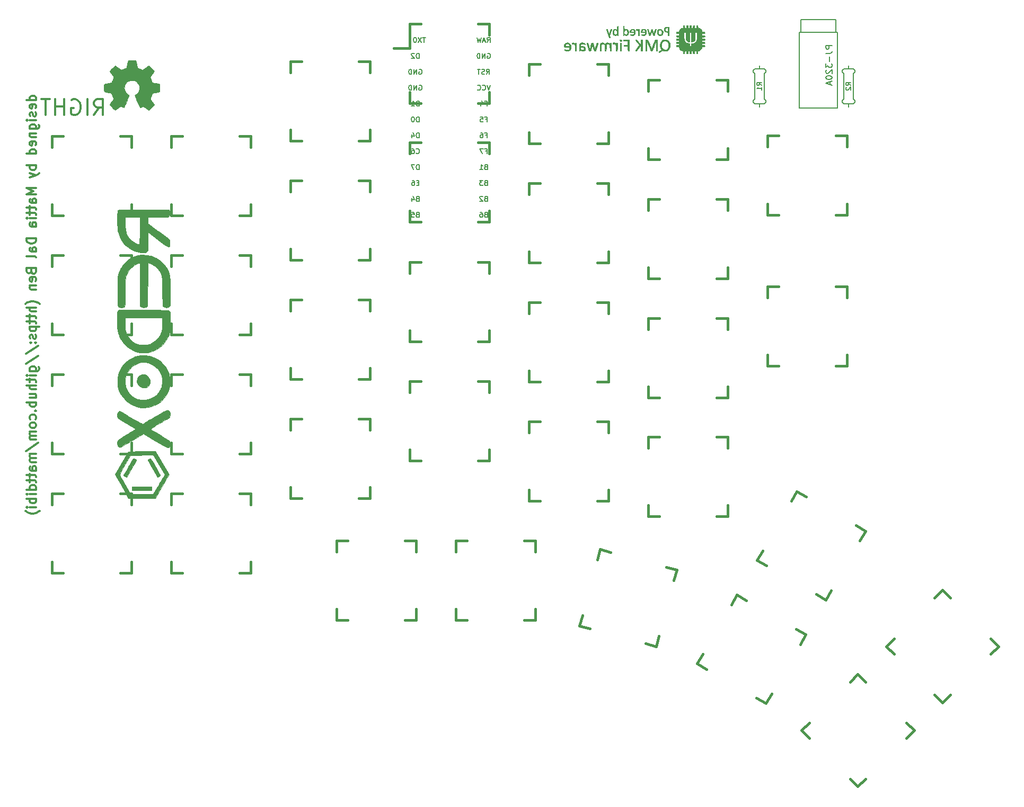
<source format=gbo>
G04 #@! TF.GenerationSoftware,KiCad,Pcbnew,(5.0.2-5-10.14)*
G04 #@! TF.CreationDate,2020-12-04T11:41:37+07:00*
G04 #@! TF.ProjectId,ki-redox,6b692d72-6564-46f7-982e-6b696361645f,1.0*
G04 #@! TF.SameCoordinates,Original*
G04 #@! TF.FileFunction,Legend,Bot*
G04 #@! TF.FilePolarity,Positive*
%FSLAX46Y46*%
G04 Gerber Fmt 4.6, Leading zero omitted, Abs format (unit mm)*
G04 Created by KiCad (PCBNEW (5.0.2-5-10.14)) date 2020 December 04, Friday 11:41:37*
%MOMM*%
%LPD*%
G01*
G04 APERTURE LIST*
%ADD10C,0.300000*%
%ADD11C,0.381000*%
%ADD12C,0.150000*%
%ADD13C,0.010000*%
G04 APERTURE END LIST*
D10*
X85078571Y-61685714D02*
X83578571Y-61685714D01*
X85007142Y-61685714D02*
X85078571Y-61542857D01*
X85078571Y-61257142D01*
X85007142Y-61114285D01*
X84935714Y-61042857D01*
X84792857Y-60971428D01*
X84364285Y-60971428D01*
X84221428Y-61042857D01*
X84150000Y-61114285D01*
X84078571Y-61257142D01*
X84078571Y-61542857D01*
X84150000Y-61685714D01*
X85007142Y-62971428D02*
X85078571Y-62828571D01*
X85078571Y-62542857D01*
X85007142Y-62400000D01*
X84864285Y-62328571D01*
X84292857Y-62328571D01*
X84150000Y-62400000D01*
X84078571Y-62542857D01*
X84078571Y-62828571D01*
X84150000Y-62971428D01*
X84292857Y-63042857D01*
X84435714Y-63042857D01*
X84578571Y-62328571D01*
X85007142Y-63614285D02*
X85078571Y-63757142D01*
X85078571Y-64042857D01*
X85007142Y-64185714D01*
X84864285Y-64257142D01*
X84792857Y-64257142D01*
X84650000Y-64185714D01*
X84578571Y-64042857D01*
X84578571Y-63828571D01*
X84507142Y-63685714D01*
X84364285Y-63614285D01*
X84292857Y-63614285D01*
X84150000Y-63685714D01*
X84078571Y-63828571D01*
X84078571Y-64042857D01*
X84150000Y-64185714D01*
X85078571Y-64900000D02*
X84078571Y-64900000D01*
X83578571Y-64900000D02*
X83650000Y-64828571D01*
X83721428Y-64900000D01*
X83650000Y-64971428D01*
X83578571Y-64900000D01*
X83721428Y-64900000D01*
X84078571Y-66257142D02*
X85292857Y-66257142D01*
X85435714Y-66185714D01*
X85507142Y-66114285D01*
X85578571Y-65971428D01*
X85578571Y-65757142D01*
X85507142Y-65614285D01*
X85007142Y-66257142D02*
X85078571Y-66114285D01*
X85078571Y-65828571D01*
X85007142Y-65685714D01*
X84935714Y-65614285D01*
X84792857Y-65542857D01*
X84364285Y-65542857D01*
X84221428Y-65614285D01*
X84150000Y-65685714D01*
X84078571Y-65828571D01*
X84078571Y-66114285D01*
X84150000Y-66257142D01*
X84078571Y-66971428D02*
X85078571Y-66971428D01*
X84221428Y-66971428D02*
X84150000Y-67042857D01*
X84078571Y-67185714D01*
X84078571Y-67400000D01*
X84150000Y-67542857D01*
X84292857Y-67614285D01*
X85078571Y-67614285D01*
X85007142Y-68900000D02*
X85078571Y-68757142D01*
X85078571Y-68471428D01*
X85007142Y-68328571D01*
X84864285Y-68257142D01*
X84292857Y-68257142D01*
X84150000Y-68328571D01*
X84078571Y-68471428D01*
X84078571Y-68757142D01*
X84150000Y-68900000D01*
X84292857Y-68971428D01*
X84435714Y-68971428D01*
X84578571Y-68257142D01*
X85078571Y-70257142D02*
X83578571Y-70257142D01*
X85007142Y-70257142D02*
X85078571Y-70114285D01*
X85078571Y-69828571D01*
X85007142Y-69685714D01*
X84935714Y-69614285D01*
X84792857Y-69542857D01*
X84364285Y-69542857D01*
X84221428Y-69614285D01*
X84150000Y-69685714D01*
X84078571Y-69828571D01*
X84078571Y-70114285D01*
X84150000Y-70257142D01*
X85078571Y-72114285D02*
X83578571Y-72114285D01*
X84150000Y-72114285D02*
X84078571Y-72257142D01*
X84078571Y-72542857D01*
X84150000Y-72685714D01*
X84221428Y-72757142D01*
X84364285Y-72828571D01*
X84792857Y-72828571D01*
X84935714Y-72757142D01*
X85007142Y-72685714D01*
X85078571Y-72542857D01*
X85078571Y-72257142D01*
X85007142Y-72114285D01*
X84078571Y-73328571D02*
X85078571Y-73685714D01*
X84078571Y-74042857D02*
X85078571Y-73685714D01*
X85435714Y-73542857D01*
X85507142Y-73471428D01*
X85578571Y-73328571D01*
X85078571Y-75757142D02*
X83578571Y-75757142D01*
X84650000Y-76257142D01*
X83578571Y-76757142D01*
X85078571Y-76757142D01*
X85078571Y-78114285D02*
X84292857Y-78114285D01*
X84150000Y-78042857D01*
X84078571Y-77900000D01*
X84078571Y-77614285D01*
X84150000Y-77471428D01*
X85007142Y-78114285D02*
X85078571Y-77971428D01*
X85078571Y-77614285D01*
X85007142Y-77471428D01*
X84864285Y-77400000D01*
X84721428Y-77400000D01*
X84578571Y-77471428D01*
X84507142Y-77614285D01*
X84507142Y-77971428D01*
X84435714Y-78114285D01*
X84078571Y-78614285D02*
X84078571Y-79185714D01*
X83578571Y-78828571D02*
X84864285Y-78828571D01*
X85007142Y-78900000D01*
X85078571Y-79042857D01*
X85078571Y-79185714D01*
X84078571Y-79471428D02*
X84078571Y-80042857D01*
X83578571Y-79685714D02*
X84864285Y-79685714D01*
X85007142Y-79757142D01*
X85078571Y-79900000D01*
X85078571Y-80042857D01*
X85078571Y-80542857D02*
X84078571Y-80542857D01*
X83578571Y-80542857D02*
X83650000Y-80471428D01*
X83721428Y-80542857D01*
X83650000Y-80614285D01*
X83578571Y-80542857D01*
X83721428Y-80542857D01*
X85078571Y-81900000D02*
X84292857Y-81900000D01*
X84150000Y-81828571D01*
X84078571Y-81685714D01*
X84078571Y-81400000D01*
X84150000Y-81257142D01*
X85007142Y-81900000D02*
X85078571Y-81757142D01*
X85078571Y-81400000D01*
X85007142Y-81257142D01*
X84864285Y-81185714D01*
X84721428Y-81185714D01*
X84578571Y-81257142D01*
X84507142Y-81400000D01*
X84507142Y-81757142D01*
X84435714Y-81900000D01*
X85078571Y-83757142D02*
X83578571Y-83757142D01*
X83578571Y-84114285D01*
X83650000Y-84328571D01*
X83792857Y-84471428D01*
X83935714Y-84542857D01*
X84221428Y-84614285D01*
X84435714Y-84614285D01*
X84721428Y-84542857D01*
X84864285Y-84471428D01*
X85007142Y-84328571D01*
X85078571Y-84114285D01*
X85078571Y-83757142D01*
X85078571Y-85900000D02*
X84292857Y-85900000D01*
X84150000Y-85828571D01*
X84078571Y-85685714D01*
X84078571Y-85400000D01*
X84150000Y-85257142D01*
X85007142Y-85900000D02*
X85078571Y-85757142D01*
X85078571Y-85400000D01*
X85007142Y-85257142D01*
X84864285Y-85185714D01*
X84721428Y-85185714D01*
X84578571Y-85257142D01*
X84507142Y-85400000D01*
X84507142Y-85757142D01*
X84435714Y-85900000D01*
X85078571Y-86828571D02*
X85007142Y-86685714D01*
X84864285Y-86614285D01*
X83578571Y-86614285D01*
X84292857Y-89042857D02*
X84364285Y-89257142D01*
X84435714Y-89328571D01*
X84578571Y-89400000D01*
X84792857Y-89400000D01*
X84935714Y-89328571D01*
X85007142Y-89257142D01*
X85078571Y-89114285D01*
X85078571Y-88542857D01*
X83578571Y-88542857D01*
X83578571Y-89042857D01*
X83650000Y-89185714D01*
X83721428Y-89257142D01*
X83864285Y-89328571D01*
X84007142Y-89328571D01*
X84150000Y-89257142D01*
X84221428Y-89185714D01*
X84292857Y-89042857D01*
X84292857Y-88542857D01*
X85007142Y-90614285D02*
X85078571Y-90471428D01*
X85078571Y-90185714D01*
X85007142Y-90042857D01*
X84864285Y-89971428D01*
X84292857Y-89971428D01*
X84150000Y-90042857D01*
X84078571Y-90185714D01*
X84078571Y-90471428D01*
X84150000Y-90614285D01*
X84292857Y-90685714D01*
X84435714Y-90685714D01*
X84578571Y-89971428D01*
X84078571Y-91328571D02*
X85078571Y-91328571D01*
X84221428Y-91328571D02*
X84150000Y-91400000D01*
X84078571Y-91542857D01*
X84078571Y-91757142D01*
X84150000Y-91900000D01*
X84292857Y-91971428D01*
X85078571Y-91971428D01*
X85650000Y-94257142D02*
X85578571Y-94185714D01*
X85364285Y-94042857D01*
X85221428Y-93971428D01*
X85007142Y-93900000D01*
X84650000Y-93828571D01*
X84364285Y-93828571D01*
X84007142Y-93900000D01*
X83792857Y-93971428D01*
X83650000Y-94042857D01*
X83435714Y-94185714D01*
X83364285Y-94257142D01*
X85078571Y-94828571D02*
X83578571Y-94828571D01*
X85078571Y-95471428D02*
X84292857Y-95471428D01*
X84150000Y-95400000D01*
X84078571Y-95257142D01*
X84078571Y-95042857D01*
X84150000Y-94900000D01*
X84221428Y-94828571D01*
X84078571Y-95971428D02*
X84078571Y-96542857D01*
X83578571Y-96185714D02*
X84864285Y-96185714D01*
X85007142Y-96257142D01*
X85078571Y-96400000D01*
X85078571Y-96542857D01*
X84078571Y-96828571D02*
X84078571Y-97400000D01*
X83578571Y-97042857D02*
X84864285Y-97042857D01*
X85007142Y-97114285D01*
X85078571Y-97257142D01*
X85078571Y-97400000D01*
X84078571Y-97900000D02*
X85578571Y-97900000D01*
X84150000Y-97900000D02*
X84078571Y-98042857D01*
X84078571Y-98328571D01*
X84150000Y-98471428D01*
X84221428Y-98542857D01*
X84364285Y-98614285D01*
X84792857Y-98614285D01*
X84935714Y-98542857D01*
X85007142Y-98471428D01*
X85078571Y-98328571D01*
X85078571Y-98042857D01*
X85007142Y-97900000D01*
X85007142Y-99185714D02*
X85078571Y-99328571D01*
X85078571Y-99614285D01*
X85007142Y-99757142D01*
X84864285Y-99828571D01*
X84792857Y-99828571D01*
X84650000Y-99757142D01*
X84578571Y-99614285D01*
X84578571Y-99400000D01*
X84507142Y-99257142D01*
X84364285Y-99185714D01*
X84292857Y-99185714D01*
X84150000Y-99257142D01*
X84078571Y-99400000D01*
X84078571Y-99614285D01*
X84150000Y-99757142D01*
X84935714Y-100471428D02*
X85007142Y-100542857D01*
X85078571Y-100471428D01*
X85007142Y-100400000D01*
X84935714Y-100471428D01*
X85078571Y-100471428D01*
X84150000Y-100471428D02*
X84221428Y-100542857D01*
X84292857Y-100471428D01*
X84221428Y-100400000D01*
X84150000Y-100471428D01*
X84292857Y-100471428D01*
X83507142Y-102257142D02*
X85435714Y-100971428D01*
X83507142Y-103828571D02*
X85435714Y-102542857D01*
X84078571Y-104971428D02*
X85292857Y-104971428D01*
X85435714Y-104900000D01*
X85507142Y-104828571D01*
X85578571Y-104685714D01*
X85578571Y-104471428D01*
X85507142Y-104328571D01*
X85007142Y-104971428D02*
X85078571Y-104828571D01*
X85078571Y-104542857D01*
X85007142Y-104400000D01*
X84935714Y-104328571D01*
X84792857Y-104257142D01*
X84364285Y-104257142D01*
X84221428Y-104328571D01*
X84150000Y-104400000D01*
X84078571Y-104542857D01*
X84078571Y-104828571D01*
X84150000Y-104971428D01*
X85078571Y-105685714D02*
X84078571Y-105685714D01*
X83578571Y-105685714D02*
X83650000Y-105614285D01*
X83721428Y-105685714D01*
X83650000Y-105757142D01*
X83578571Y-105685714D01*
X83721428Y-105685714D01*
X84078571Y-106185714D02*
X84078571Y-106757142D01*
X83578571Y-106400000D02*
X84864285Y-106400000D01*
X85007142Y-106471428D01*
X85078571Y-106614285D01*
X85078571Y-106757142D01*
X85078571Y-107257142D02*
X83578571Y-107257142D01*
X85078571Y-107900000D02*
X84292857Y-107900000D01*
X84150000Y-107828571D01*
X84078571Y-107685714D01*
X84078571Y-107471428D01*
X84150000Y-107328571D01*
X84221428Y-107257142D01*
X84078571Y-109257142D02*
X85078571Y-109257142D01*
X84078571Y-108614285D02*
X84864285Y-108614285D01*
X85007142Y-108685714D01*
X85078571Y-108828571D01*
X85078571Y-109042857D01*
X85007142Y-109185714D01*
X84935714Y-109257142D01*
X85078571Y-109971428D02*
X83578571Y-109971428D01*
X84150000Y-109971428D02*
X84078571Y-110114285D01*
X84078571Y-110400000D01*
X84150000Y-110542857D01*
X84221428Y-110614285D01*
X84364285Y-110685714D01*
X84792857Y-110685714D01*
X84935714Y-110614285D01*
X85007142Y-110542857D01*
X85078571Y-110400000D01*
X85078571Y-110114285D01*
X85007142Y-109971428D01*
X84935714Y-111328571D02*
X85007142Y-111400000D01*
X85078571Y-111328571D01*
X85007142Y-111257142D01*
X84935714Y-111328571D01*
X85078571Y-111328571D01*
X85007142Y-112685714D02*
X85078571Y-112542857D01*
X85078571Y-112257142D01*
X85007142Y-112114285D01*
X84935714Y-112042857D01*
X84792857Y-111971428D01*
X84364285Y-111971428D01*
X84221428Y-112042857D01*
X84150000Y-112114285D01*
X84078571Y-112257142D01*
X84078571Y-112542857D01*
X84150000Y-112685714D01*
X85078571Y-113542857D02*
X85007142Y-113400000D01*
X84935714Y-113328571D01*
X84792857Y-113257142D01*
X84364285Y-113257142D01*
X84221428Y-113328571D01*
X84150000Y-113400000D01*
X84078571Y-113542857D01*
X84078571Y-113757142D01*
X84150000Y-113900000D01*
X84221428Y-113971428D01*
X84364285Y-114042857D01*
X84792857Y-114042857D01*
X84935714Y-113971428D01*
X85007142Y-113900000D01*
X85078571Y-113757142D01*
X85078571Y-113542857D01*
X85078571Y-114685714D02*
X84078571Y-114685714D01*
X84221428Y-114685714D02*
X84150000Y-114757142D01*
X84078571Y-114900000D01*
X84078571Y-115114285D01*
X84150000Y-115257142D01*
X84292857Y-115328571D01*
X85078571Y-115328571D01*
X84292857Y-115328571D02*
X84150000Y-115400000D01*
X84078571Y-115542857D01*
X84078571Y-115757142D01*
X84150000Y-115900000D01*
X84292857Y-115971428D01*
X85078571Y-115971428D01*
X83507142Y-117757142D02*
X85435714Y-116471428D01*
X85078571Y-118257142D02*
X84078571Y-118257142D01*
X84221428Y-118257142D02*
X84150000Y-118328571D01*
X84078571Y-118471428D01*
X84078571Y-118685714D01*
X84150000Y-118828571D01*
X84292857Y-118900000D01*
X85078571Y-118900000D01*
X84292857Y-118900000D02*
X84150000Y-118971428D01*
X84078571Y-119114285D01*
X84078571Y-119328571D01*
X84150000Y-119471428D01*
X84292857Y-119542857D01*
X85078571Y-119542857D01*
X85078571Y-120900000D02*
X84292857Y-120900000D01*
X84150000Y-120828571D01*
X84078571Y-120685714D01*
X84078571Y-120400000D01*
X84150000Y-120257142D01*
X85007142Y-120900000D02*
X85078571Y-120757142D01*
X85078571Y-120400000D01*
X85007142Y-120257142D01*
X84864285Y-120185714D01*
X84721428Y-120185714D01*
X84578571Y-120257142D01*
X84507142Y-120400000D01*
X84507142Y-120757142D01*
X84435714Y-120900000D01*
X84078571Y-121400000D02*
X84078571Y-121971428D01*
X83578571Y-121614285D02*
X84864285Y-121614285D01*
X85007142Y-121685714D01*
X85078571Y-121828571D01*
X85078571Y-121971428D01*
X84078571Y-122257142D02*
X84078571Y-122828571D01*
X83578571Y-122471428D02*
X84864285Y-122471428D01*
X85007142Y-122542857D01*
X85078571Y-122685714D01*
X85078571Y-122828571D01*
X85078571Y-123971428D02*
X83578571Y-123971428D01*
X85007142Y-123971428D02*
X85078571Y-123828571D01*
X85078571Y-123542857D01*
X85007142Y-123400000D01*
X84935714Y-123328571D01*
X84792857Y-123257142D01*
X84364285Y-123257142D01*
X84221428Y-123328571D01*
X84150000Y-123400000D01*
X84078571Y-123542857D01*
X84078571Y-123828571D01*
X84150000Y-123971428D01*
X85078571Y-124685714D02*
X84078571Y-124685714D01*
X83578571Y-124685714D02*
X83650000Y-124614285D01*
X83721428Y-124685714D01*
X83650000Y-124757142D01*
X83578571Y-124685714D01*
X83721428Y-124685714D01*
X85078571Y-125400000D02*
X83578571Y-125400000D01*
X84150000Y-125400000D02*
X84078571Y-125542857D01*
X84078571Y-125828571D01*
X84150000Y-125971428D01*
X84221428Y-126042857D01*
X84364285Y-126114285D01*
X84792857Y-126114285D01*
X84935714Y-126042857D01*
X85007142Y-125971428D01*
X85078571Y-125828571D01*
X85078571Y-125542857D01*
X85007142Y-125400000D01*
X85078571Y-126757142D02*
X84078571Y-126757142D01*
X83578571Y-126757142D02*
X83650000Y-126685714D01*
X83721428Y-126757142D01*
X83650000Y-126828571D01*
X83578571Y-126757142D01*
X83721428Y-126757142D01*
X85650000Y-127328571D02*
X85578571Y-127400000D01*
X85364285Y-127542857D01*
X85221428Y-127614285D01*
X85007142Y-127685714D01*
X84650000Y-127757142D01*
X84364285Y-127757142D01*
X84007142Y-127685714D01*
X83792857Y-127614285D01*
X83650000Y-127542857D01*
X83435714Y-127400000D01*
X83364285Y-127328571D01*
X94333333Y-64030952D02*
X95166666Y-62840476D01*
X95761904Y-64030952D02*
X95761904Y-61530952D01*
X94809523Y-61530952D01*
X94571428Y-61650000D01*
X94452380Y-61769047D01*
X94333333Y-62007142D01*
X94333333Y-62364285D01*
X94452380Y-62602380D01*
X94571428Y-62721428D01*
X94809523Y-62840476D01*
X95761904Y-62840476D01*
X93261904Y-64030952D02*
X93261904Y-61530952D01*
X90761904Y-61650000D02*
X91000000Y-61530952D01*
X91357142Y-61530952D01*
X91714285Y-61650000D01*
X91952380Y-61888095D01*
X92071428Y-62126190D01*
X92190476Y-62602380D01*
X92190476Y-62959523D01*
X92071428Y-63435714D01*
X91952380Y-63673809D01*
X91714285Y-63911904D01*
X91357142Y-64030952D01*
X91119047Y-64030952D01*
X90761904Y-63911904D01*
X90642857Y-63792857D01*
X90642857Y-62959523D01*
X91119047Y-62959523D01*
X89571428Y-64030952D02*
X89571428Y-61530952D01*
X89571428Y-62721428D02*
X88142857Y-62721428D01*
X88142857Y-64030952D02*
X88142857Y-61530952D01*
X87309523Y-61530952D02*
X85880952Y-61530952D01*
X86595238Y-64030952D02*
X86595238Y-61530952D01*
D11*
G04 #@! TO.C,K3*
X146558000Y-62150000D02*
X144780000Y-62150000D01*
X144780000Y-62150000D02*
X144780000Y-60372000D01*
X144780000Y-51228000D02*
X144780000Y-49450000D01*
X144780000Y-49450000D02*
X146558000Y-49450000D01*
X157480000Y-51228000D02*
X157480000Y-49450000D01*
X157480000Y-49450000D02*
X155702000Y-49450000D01*
X157480000Y-60372000D02*
X157480000Y-62150000D01*
X157480000Y-62150000D02*
X155702000Y-62150000D01*
G04 #@! TO.C,K2*
X127503000Y-68175000D02*
X125725000Y-68175000D01*
X125725000Y-68175000D02*
X125725000Y-66397000D01*
X125725000Y-57253000D02*
X125725000Y-55475000D01*
X125725000Y-55475000D02*
X127503000Y-55475000D01*
X138425000Y-57253000D02*
X138425000Y-55475000D01*
X138425000Y-55475000D02*
X136647000Y-55475000D01*
X138425000Y-66397000D02*
X138425000Y-68175000D01*
X138425000Y-68175000D02*
X136647000Y-68175000D01*
G04 #@! TO.C,K5*
X184658000Y-71125000D02*
X182880000Y-71125000D01*
X182880000Y-71125000D02*
X182880000Y-69347000D01*
X182880000Y-60203000D02*
X182880000Y-58425000D01*
X182880000Y-58425000D02*
X184658000Y-58425000D01*
X195580000Y-60203000D02*
X195580000Y-58425000D01*
X195580000Y-58425000D02*
X193802000Y-58425000D01*
X195580000Y-69347000D02*
X195580000Y-71125000D01*
X195580000Y-71125000D02*
X193802000Y-71125000D01*
G04 #@! TO.C,K23*
X146553000Y-100250000D02*
X144775000Y-100250000D01*
X144775000Y-100250000D02*
X144775000Y-98472000D01*
X144775000Y-89328000D02*
X144775000Y-87550000D01*
X144775000Y-87550000D02*
X146553000Y-87550000D01*
X157475000Y-89328000D02*
X157475000Y-87550000D01*
X157475000Y-87550000D02*
X155697000Y-87550000D01*
X157475000Y-98472000D02*
X157475000Y-100250000D01*
X157475000Y-100250000D02*
X155697000Y-100250000D01*
G04 #@! TO.C,K11*
X108458000Y-99200000D02*
X106680000Y-99200000D01*
X106680000Y-99200000D02*
X106680000Y-97422000D01*
X106680000Y-88278000D02*
X106680000Y-86500000D01*
X106680000Y-86500000D02*
X108458000Y-86500000D01*
X119380000Y-88278000D02*
X119380000Y-86500000D01*
X119380000Y-86500000D02*
X117602000Y-86500000D01*
X119380000Y-97422000D02*
X119380000Y-99200000D01*
X119380000Y-99200000D02*
X117602000Y-99200000D01*
G04 #@! TO.C,K0*
X89408000Y-80140000D02*
X87630000Y-80140000D01*
X87630000Y-80140000D02*
X87630000Y-78362000D01*
X87630000Y-69218000D02*
X87630000Y-67440000D01*
X87630000Y-67440000D02*
X89408000Y-67440000D01*
X100330000Y-69218000D02*
X100330000Y-67440000D01*
X100330000Y-67440000D02*
X98552000Y-67440000D01*
X100330000Y-78362000D02*
X100330000Y-80140000D01*
X100330000Y-80140000D02*
X98552000Y-80140000D01*
G04 #@! TO.C,K22*
X127518000Y-106270000D02*
X125740000Y-106270000D01*
X125740000Y-106270000D02*
X125740000Y-104492000D01*
X125740000Y-95348000D02*
X125740000Y-93570000D01*
X125740000Y-93570000D02*
X127518000Y-93570000D01*
X138440000Y-95348000D02*
X138440000Y-93570000D01*
X138440000Y-93570000D02*
X136662000Y-93570000D01*
X138440000Y-104492000D02*
X138440000Y-106270000D01*
X138440000Y-106270000D02*
X136662000Y-106270000D01*
G04 #@! TO.C,K36*
X229850000Y-157980256D02*
X228592764Y-156723020D01*
X231107236Y-156723020D02*
X229850000Y-157980256D01*
X238830256Y-149000000D02*
X237573020Y-147742764D01*
X237573020Y-150257236D02*
X238830256Y-149000000D01*
X229850000Y-140019744D02*
X231107236Y-141276980D01*
X228592764Y-141276980D02*
X229850000Y-140019744D01*
X220869744Y-149000000D02*
X222126980Y-147742764D01*
X222126980Y-150257236D02*
X220869744Y-149000000D01*
D12*
G04 #@! TO.C,R1*
X200660000Y-56642000D02*
X200660000Y-56134000D01*
X201422000Y-62230000D02*
X200660000Y-62230000D01*
X201676000Y-61976000D02*
X201422000Y-62230000D01*
X201676000Y-61722000D02*
X201676000Y-61976000D01*
X201422000Y-61468000D02*
X201676000Y-61722000D01*
X201422000Y-57404000D02*
X201422000Y-61468000D01*
X201676000Y-57150000D02*
X201422000Y-57404000D01*
X201676000Y-56896000D02*
X201676000Y-57150000D01*
X201422000Y-56642000D02*
X201676000Y-56896000D01*
X199898000Y-56642000D02*
X201422000Y-56642000D01*
X199644000Y-56896000D02*
X199898000Y-56642000D01*
X199644000Y-57150000D02*
X199644000Y-56896000D01*
X199898000Y-57404000D02*
X199644000Y-57150000D01*
X199898000Y-61468000D02*
X199898000Y-57404000D01*
X199644000Y-61722000D02*
X199898000Y-61468000D01*
X199644000Y-61976000D02*
X199644000Y-61722000D01*
X199898000Y-62230000D02*
X199644000Y-61976000D01*
X200660000Y-62230000D02*
X199898000Y-62230000D01*
X200660000Y-62738000D02*
X200660000Y-62230000D01*
G04 #@! TO.C,R2*
X214884000Y-56642000D02*
X214884000Y-56134000D01*
X215646000Y-62230000D02*
X214884000Y-62230000D01*
X215900000Y-61976000D02*
X215646000Y-62230000D01*
X215900000Y-61722000D02*
X215900000Y-61976000D01*
X215646000Y-61468000D02*
X215900000Y-61722000D01*
X215646000Y-57404000D02*
X215646000Y-61468000D01*
X215900000Y-57150000D02*
X215646000Y-57404000D01*
X215900000Y-56896000D02*
X215900000Y-57150000D01*
X215646000Y-56642000D02*
X215900000Y-56896000D01*
X214122000Y-56642000D02*
X215646000Y-56642000D01*
X213868000Y-56896000D02*
X214122000Y-56642000D01*
X213868000Y-57150000D02*
X213868000Y-56896000D01*
X214122000Y-57404000D02*
X213868000Y-57150000D01*
X214122000Y-61468000D02*
X214122000Y-57404000D01*
X213868000Y-61722000D02*
X214122000Y-61468000D01*
X213868000Y-61976000D02*
X213868000Y-61722000D01*
X214122000Y-62230000D02*
X213868000Y-61976000D01*
X214884000Y-62230000D02*
X214122000Y-62230000D01*
X214884000Y-62738000D02*
X214884000Y-62230000D01*
G04 #@! TO.C,TRRS1*
X212872000Y-50800000D02*
X212872000Y-48800000D01*
X207272000Y-48800000D02*
X212872000Y-48800000D01*
X207272000Y-50800000D02*
X207272000Y-48800000D01*
X207022000Y-62900000D02*
X213122000Y-62900000D01*
X213122000Y-50800000D02*
X213122000Y-62900000D01*
X207022000Y-50800000D02*
X213122000Y-50800000D01*
X207022000Y-50800000D02*
X207022000Y-62900000D01*
D11*
G04 #@! TO.C,U1*
X144780000Y-53340000D02*
X142240000Y-53340000D01*
X144780000Y-50800000D02*
X144780000Y-53340000D01*
D13*
G04 #@! TO.C,G\002A\002A\002A*
G36*
X98056886Y-81157456D02*
X98069223Y-81589470D01*
X98088949Y-81994790D01*
X98115865Y-82350545D01*
X98149774Y-82633866D01*
X98179383Y-82783947D01*
X98435178Y-83516905D01*
X98795416Y-84171136D01*
X99251746Y-84739669D01*
X99795816Y-85215533D01*
X100419275Y-85591756D01*
X101113770Y-85861368D01*
X101870951Y-86017398D01*
X102078461Y-86038615D01*
X102331820Y-86055596D01*
X102492387Y-86050030D01*
X102600287Y-86013649D01*
X102695647Y-85938184D01*
X102730171Y-85904327D01*
X102903421Y-85731076D01*
X102903421Y-82782927D01*
X104463198Y-83953174D01*
X104865860Y-84252001D01*
X105238955Y-84522661D01*
X105567851Y-84755029D01*
X105837921Y-84938981D01*
X106034533Y-85064394D01*
X106143057Y-85121143D01*
X106154303Y-85123421D01*
X106294387Y-85095090D01*
X106383598Y-84996712D01*
X106431084Y-84808210D01*
X106445993Y-84509505D01*
X106446053Y-84483104D01*
X106446053Y-84003209D01*
X106161974Y-83774994D01*
X106032539Y-83674570D01*
X105812801Y-83508072D01*
X105520211Y-83288550D01*
X105172217Y-83029053D01*
X104786271Y-82742631D01*
X104390658Y-82450323D01*
X102903421Y-81353868D01*
X102903421Y-80377631D01*
X106184761Y-80377631D01*
X106348828Y-80213564D01*
X106480394Y-79991945D01*
X106505668Y-79712700D01*
X106438487Y-79443729D01*
X106359720Y-79299618D01*
X106292329Y-79227516D01*
X106212684Y-79218315D01*
X106011257Y-79209615D01*
X105699951Y-79201566D01*
X105290667Y-79194321D01*
X104795306Y-79188033D01*
X104225772Y-79182854D01*
X103593966Y-79178935D01*
X102911789Y-79176430D01*
X102226474Y-79175497D01*
X101392318Y-79175529D01*
X100681747Y-79176267D01*
X100084664Y-79177985D01*
X99590971Y-79180954D01*
X99293948Y-79184287D01*
X99293948Y-80377631D01*
X101633421Y-80377631D01*
X101633421Y-82550000D01*
X101633017Y-83147175D01*
X101631323Y-83624084D01*
X101627615Y-83994147D01*
X101621173Y-84270781D01*
X101611272Y-84467403D01*
X101597192Y-84597432D01*
X101578208Y-84674286D01*
X101553599Y-84711383D01*
X101522642Y-84722141D01*
X101516448Y-84722316D01*
X101341160Y-84683547D01*
X101096785Y-84580217D01*
X100818356Y-84431611D01*
X100540904Y-84257017D01*
X100299461Y-84075721D01*
X100229378Y-84013722D01*
X99906067Y-83670829D01*
X99660230Y-83309350D01*
X99484004Y-82906770D01*
X99369530Y-82440578D01*
X99308945Y-81888259D01*
X99293948Y-81334710D01*
X99293948Y-80377631D01*
X99293948Y-79184287D01*
X99190571Y-79185448D01*
X98873364Y-79191738D01*
X98629255Y-79200097D01*
X98448144Y-79210798D01*
X98319933Y-79224113D01*
X98234526Y-79240314D01*
X98181825Y-79259674D01*
X98151730Y-79282465D01*
X98149106Y-79285507D01*
X98112956Y-79397417D01*
X98085381Y-79619854D01*
X98066185Y-79929946D01*
X98055169Y-80304824D01*
X98052135Y-80721617D01*
X98056886Y-81157456D01*
X98056886Y-81157456D01*
G37*
X98056886Y-81157456D02*
X98069223Y-81589470D01*
X98088949Y-81994790D01*
X98115865Y-82350545D01*
X98149774Y-82633866D01*
X98179383Y-82783947D01*
X98435178Y-83516905D01*
X98795416Y-84171136D01*
X99251746Y-84739669D01*
X99795816Y-85215533D01*
X100419275Y-85591756D01*
X101113770Y-85861368D01*
X101870951Y-86017398D01*
X102078461Y-86038615D01*
X102331820Y-86055596D01*
X102492387Y-86050030D01*
X102600287Y-86013649D01*
X102695647Y-85938184D01*
X102730171Y-85904327D01*
X102903421Y-85731076D01*
X102903421Y-82782927D01*
X104463198Y-83953174D01*
X104865860Y-84252001D01*
X105238955Y-84522661D01*
X105567851Y-84755029D01*
X105837921Y-84938981D01*
X106034533Y-85064394D01*
X106143057Y-85121143D01*
X106154303Y-85123421D01*
X106294387Y-85095090D01*
X106383598Y-84996712D01*
X106431084Y-84808210D01*
X106445993Y-84509505D01*
X106446053Y-84483104D01*
X106446053Y-84003209D01*
X106161974Y-83774994D01*
X106032539Y-83674570D01*
X105812801Y-83508072D01*
X105520211Y-83288550D01*
X105172217Y-83029053D01*
X104786271Y-82742631D01*
X104390658Y-82450323D01*
X102903421Y-81353868D01*
X102903421Y-80377631D01*
X106184761Y-80377631D01*
X106348828Y-80213564D01*
X106480394Y-79991945D01*
X106505668Y-79712700D01*
X106438487Y-79443729D01*
X106359720Y-79299618D01*
X106292329Y-79227516D01*
X106212684Y-79218315D01*
X106011257Y-79209615D01*
X105699951Y-79201566D01*
X105290667Y-79194321D01*
X104795306Y-79188033D01*
X104225772Y-79182854D01*
X103593966Y-79178935D01*
X102911789Y-79176430D01*
X102226474Y-79175497D01*
X101392318Y-79175529D01*
X100681747Y-79176267D01*
X100084664Y-79177985D01*
X99590971Y-79180954D01*
X99293948Y-79184287D01*
X99293948Y-80377631D01*
X101633421Y-80377631D01*
X101633421Y-82550000D01*
X101633017Y-83147175D01*
X101631323Y-83624084D01*
X101627615Y-83994147D01*
X101621173Y-84270781D01*
X101611272Y-84467403D01*
X101597192Y-84597432D01*
X101578208Y-84674286D01*
X101553599Y-84711383D01*
X101522642Y-84722141D01*
X101516448Y-84722316D01*
X101341160Y-84683547D01*
X101096785Y-84580217D01*
X100818356Y-84431611D01*
X100540904Y-84257017D01*
X100299461Y-84075721D01*
X100229378Y-84013722D01*
X99906067Y-83670829D01*
X99660230Y-83309350D01*
X99484004Y-82906770D01*
X99369530Y-82440578D01*
X99308945Y-81888259D01*
X99293948Y-81334710D01*
X99293948Y-80377631D01*
X99293948Y-79184287D01*
X99190571Y-79185448D01*
X98873364Y-79191738D01*
X98629255Y-79200097D01*
X98448144Y-79210798D01*
X98319933Y-79224113D01*
X98234526Y-79240314D01*
X98181825Y-79259674D01*
X98151730Y-79282465D01*
X98149106Y-79285507D01*
X98112956Y-79397417D01*
X98085381Y-79619854D01*
X98066185Y-79929946D01*
X98055169Y-80304824D01*
X98052135Y-80721617D01*
X98056886Y-81157456D01*
G36*
X98092120Y-93450829D02*
X98098681Y-93871062D01*
X98113528Y-94195042D01*
X98139928Y-94435242D01*
X98181145Y-94604136D01*
X98240447Y-94714198D01*
X98321100Y-94777903D01*
X98426369Y-94807723D01*
X98559521Y-94816133D01*
X98723822Y-94815607D01*
X98756859Y-94815526D01*
X98993206Y-94807340D01*
X99132047Y-94776236D01*
X99208916Y-94712396D01*
X99224754Y-94686236D01*
X99245663Y-94578615D01*
X99263143Y-94345272D01*
X99276947Y-93994132D01*
X99286829Y-93533118D01*
X99292543Y-92970157D01*
X99293948Y-92461069D01*
X99295293Y-91805366D01*
X99300768Y-91266275D01*
X99312528Y-90826738D01*
X99332731Y-90469698D01*
X99363531Y-90178096D01*
X99407087Y-89934876D01*
X99465553Y-89722979D01*
X99541088Y-89525349D01*
X99635846Y-89324926D01*
X99707895Y-89186716D01*
X100006708Y-88749965D01*
X100404259Y-88351093D01*
X100865973Y-88018027D01*
X101357273Y-87778689D01*
X101516448Y-87726063D01*
X101700264Y-87672753D01*
X101700264Y-94607419D01*
X101848821Y-94711473D01*
X102033803Y-94783754D01*
X102280376Y-94811954D01*
X102529089Y-94795459D01*
X102720494Y-94733654D01*
X102740251Y-94720683D01*
X102769086Y-94695083D01*
X102793476Y-94656602D01*
X102813923Y-94594249D01*
X102830930Y-94497030D01*
X102845000Y-94353952D01*
X102856637Y-94154023D01*
X102866343Y-93886248D01*
X102874620Y-93539635D01*
X102881973Y-93103192D01*
X102888904Y-92565925D01*
X102895916Y-91916841D01*
X102903421Y-91154314D01*
X102936843Y-87682788D01*
X103248960Y-87773821D01*
X103716385Y-87973187D01*
X104162971Y-88281047D01*
X104561944Y-88672343D01*
X104886530Y-89122017D01*
X105059262Y-89468158D01*
X105099040Y-89571392D01*
X105131396Y-89675820D01*
X105157349Y-89796568D01*
X105177913Y-89948764D01*
X105194105Y-90147535D01*
X105206941Y-90408009D01*
X105217436Y-90745312D01*
X105226607Y-91174573D01*
X105235469Y-91710918D01*
X105242602Y-92197975D01*
X105276316Y-94560161D01*
X105434116Y-94687843D01*
X105647677Y-94790933D01*
X105907715Y-94821596D01*
X106161628Y-94781355D01*
X106356817Y-94671732D01*
X106367559Y-94660823D01*
X106407445Y-94615130D01*
X106439231Y-94562514D01*
X106463795Y-94488438D01*
X106482012Y-94378365D01*
X106494759Y-94217758D01*
X106502912Y-93992080D01*
X106507348Y-93686794D01*
X106508942Y-93287362D01*
X106508572Y-92779249D01*
X106507581Y-92338060D01*
X106503955Y-91648989D01*
X106496468Y-91081476D01*
X106484661Y-90623440D01*
X106468077Y-90262797D01*
X106446258Y-89987466D01*
X106418746Y-89785365D01*
X106408953Y-89735526D01*
X106202308Y-89078962D01*
X105879358Y-88453701D01*
X105457147Y-87881562D01*
X104952719Y-87384367D01*
X104383117Y-86983936D01*
X104171159Y-86870509D01*
X103453034Y-86585065D01*
X102731657Y-86431254D01*
X102015858Y-86407571D01*
X101314467Y-86512513D01*
X100636313Y-86744576D01*
X99990224Y-87102254D01*
X99385030Y-87584043D01*
X99257042Y-87707753D01*
X98988044Y-88001669D01*
X98773454Y-88302430D01*
X98574573Y-88665866D01*
X98531870Y-88753934D01*
X98396195Y-89054347D01*
X98276360Y-89348577D01*
X98190168Y-89591626D01*
X98164854Y-89681573D01*
X98142686Y-89848101D01*
X98124119Y-90139559D01*
X98109402Y-90547234D01*
X98098784Y-91062415D01*
X98092514Y-91676388D01*
X98090790Y-92271704D01*
X98090578Y-92921867D01*
X98092120Y-93450829D01*
X98092120Y-93450829D01*
G37*
X98092120Y-93450829D02*
X98098681Y-93871062D01*
X98113528Y-94195042D01*
X98139928Y-94435242D01*
X98181145Y-94604136D01*
X98240447Y-94714198D01*
X98321100Y-94777903D01*
X98426369Y-94807723D01*
X98559521Y-94816133D01*
X98723822Y-94815607D01*
X98756859Y-94815526D01*
X98993206Y-94807340D01*
X99132047Y-94776236D01*
X99208916Y-94712396D01*
X99224754Y-94686236D01*
X99245663Y-94578615D01*
X99263143Y-94345272D01*
X99276947Y-93994132D01*
X99286829Y-93533118D01*
X99292543Y-92970157D01*
X99293948Y-92461069D01*
X99295293Y-91805366D01*
X99300768Y-91266275D01*
X99312528Y-90826738D01*
X99332731Y-90469698D01*
X99363531Y-90178096D01*
X99407087Y-89934876D01*
X99465553Y-89722979D01*
X99541088Y-89525349D01*
X99635846Y-89324926D01*
X99707895Y-89186716D01*
X100006708Y-88749965D01*
X100404259Y-88351093D01*
X100865973Y-88018027D01*
X101357273Y-87778689D01*
X101516448Y-87726063D01*
X101700264Y-87672753D01*
X101700264Y-94607419D01*
X101848821Y-94711473D01*
X102033803Y-94783754D01*
X102280376Y-94811954D01*
X102529089Y-94795459D01*
X102720494Y-94733654D01*
X102740251Y-94720683D01*
X102769086Y-94695083D01*
X102793476Y-94656602D01*
X102813923Y-94594249D01*
X102830930Y-94497030D01*
X102845000Y-94353952D01*
X102856637Y-94154023D01*
X102866343Y-93886248D01*
X102874620Y-93539635D01*
X102881973Y-93103192D01*
X102888904Y-92565925D01*
X102895916Y-91916841D01*
X102903421Y-91154314D01*
X102936843Y-87682788D01*
X103248960Y-87773821D01*
X103716385Y-87973187D01*
X104162971Y-88281047D01*
X104561944Y-88672343D01*
X104886530Y-89122017D01*
X105059262Y-89468158D01*
X105099040Y-89571392D01*
X105131396Y-89675820D01*
X105157349Y-89796568D01*
X105177913Y-89948764D01*
X105194105Y-90147535D01*
X105206941Y-90408009D01*
X105217436Y-90745312D01*
X105226607Y-91174573D01*
X105235469Y-91710918D01*
X105242602Y-92197975D01*
X105276316Y-94560161D01*
X105434116Y-94687843D01*
X105647677Y-94790933D01*
X105907715Y-94821596D01*
X106161628Y-94781355D01*
X106356817Y-94671732D01*
X106367559Y-94660823D01*
X106407445Y-94615130D01*
X106439231Y-94562514D01*
X106463795Y-94488438D01*
X106482012Y-94378365D01*
X106494759Y-94217758D01*
X106502912Y-93992080D01*
X106507348Y-93686794D01*
X106508942Y-93287362D01*
X106508572Y-92779249D01*
X106507581Y-92338060D01*
X106503955Y-91648989D01*
X106496468Y-91081476D01*
X106484661Y-90623440D01*
X106468077Y-90262797D01*
X106446258Y-89987466D01*
X106418746Y-89785365D01*
X106408953Y-89735526D01*
X106202308Y-89078962D01*
X105879358Y-88453701D01*
X105457147Y-87881562D01*
X104952719Y-87384367D01*
X104383117Y-86983936D01*
X104171159Y-86870509D01*
X103453034Y-86585065D01*
X102731657Y-86431254D01*
X102015858Y-86407571D01*
X101314467Y-86512513D01*
X100636313Y-86744576D01*
X99990224Y-87102254D01*
X99385030Y-87584043D01*
X99257042Y-87707753D01*
X98988044Y-88001669D01*
X98773454Y-88302430D01*
X98574573Y-88665866D01*
X98531870Y-88753934D01*
X98396195Y-89054347D01*
X98276360Y-89348577D01*
X98190168Y-89591626D01*
X98164854Y-89681573D01*
X98142686Y-89848101D01*
X98124119Y-90139559D01*
X98109402Y-90547234D01*
X98098784Y-91062415D01*
X98092514Y-91676388D01*
X98090790Y-92271704D01*
X98090578Y-92921867D01*
X98092120Y-93450829D01*
G36*
X98025980Y-96615958D02*
X98026012Y-96633935D01*
X98036653Y-97351228D01*
X98068454Y-97956680D01*
X98125411Y-98471028D01*
X98211517Y-98915009D01*
X98330769Y-99309361D01*
X98487161Y-99674820D01*
X98678811Y-100022453D01*
X99120376Y-100623759D01*
X99658259Y-101137551D01*
X100279645Y-101553527D01*
X100962048Y-101858024D01*
X101603732Y-102018987D01*
X102279399Y-102075015D01*
X102948190Y-102025209D01*
X103438158Y-101912508D01*
X104134291Y-101630354D01*
X104763446Y-101241087D01*
X105313471Y-100756565D01*
X105772214Y-100188648D01*
X106127524Y-99549193D01*
X106287308Y-99132083D01*
X106345161Y-98944215D01*
X106389212Y-98771665D01*
X106421789Y-98591068D01*
X106445219Y-98379058D01*
X106461831Y-98112268D01*
X106473950Y-97767332D01*
X106483906Y-97320884D01*
X106487573Y-97121579D01*
X106492922Y-96654288D01*
X106491846Y-96241360D01*
X106484778Y-95901660D01*
X106472155Y-95654053D01*
X106454411Y-95517404D01*
X106450277Y-95505027D01*
X106349341Y-95361573D01*
X106266008Y-95296765D01*
X106177717Y-95284419D01*
X105967174Y-95271646D01*
X105645805Y-95258731D01*
X105225042Y-95245961D01*
X104716311Y-95233620D01*
X104131043Y-95221995D01*
X103480666Y-95211370D01*
X102776610Y-95202032D01*
X102244523Y-95196282D01*
X99293948Y-95167353D01*
X99293948Y-96419737D01*
X105242895Y-96419737D01*
X105242895Y-97348485D01*
X105238295Y-97776479D01*
X105222356Y-98104119D01*
X105191869Y-98364489D01*
X105143625Y-98590674D01*
X105111609Y-98702038D01*
X104864715Y-99288316D01*
X104511423Y-99793660D01*
X104051727Y-100218077D01*
X103508467Y-100550305D01*
X103288853Y-100656886D01*
X103115640Y-100727435D01*
X102950724Y-100769381D01*
X102756000Y-100790152D01*
X102493362Y-100797177D01*
X102238467Y-100797895D01*
X101897643Y-100795619D01*
X101652681Y-100784388D01*
X101465780Y-100757590D01*
X101299139Y-100708617D01*
X101114956Y-100630859D01*
X101014562Y-100583903D01*
X100501320Y-100274601D01*
X100059326Y-99875243D01*
X99705748Y-99406808D01*
X99457757Y-98890276D01*
X99368056Y-98572105D01*
X99339745Y-98368210D01*
X99316423Y-98069671D01*
X99300399Y-97715500D01*
X99293978Y-97344708D01*
X99293948Y-97318815D01*
X99293948Y-96419737D01*
X99293948Y-95167353D01*
X98343783Y-95158036D01*
X98183865Y-95317953D01*
X98125998Y-95380424D01*
X98084141Y-95448534D01*
X98055752Y-95543492D01*
X98038284Y-95686505D01*
X98029196Y-95898781D01*
X98025942Y-96201530D01*
X98025980Y-96615958D01*
X98025980Y-96615958D01*
G37*
X98025980Y-96615958D02*
X98026012Y-96633935D01*
X98036653Y-97351228D01*
X98068454Y-97956680D01*
X98125411Y-98471028D01*
X98211517Y-98915009D01*
X98330769Y-99309361D01*
X98487161Y-99674820D01*
X98678811Y-100022453D01*
X99120376Y-100623759D01*
X99658259Y-101137551D01*
X100279645Y-101553527D01*
X100962048Y-101858024D01*
X101603732Y-102018987D01*
X102279399Y-102075015D01*
X102948190Y-102025209D01*
X103438158Y-101912508D01*
X104134291Y-101630354D01*
X104763446Y-101241087D01*
X105313471Y-100756565D01*
X105772214Y-100188648D01*
X106127524Y-99549193D01*
X106287308Y-99132083D01*
X106345161Y-98944215D01*
X106389212Y-98771665D01*
X106421789Y-98591068D01*
X106445219Y-98379058D01*
X106461831Y-98112268D01*
X106473950Y-97767332D01*
X106483906Y-97320884D01*
X106487573Y-97121579D01*
X106492922Y-96654288D01*
X106491846Y-96241360D01*
X106484778Y-95901660D01*
X106472155Y-95654053D01*
X106454411Y-95517404D01*
X106450277Y-95505027D01*
X106349341Y-95361573D01*
X106266008Y-95296765D01*
X106177717Y-95284419D01*
X105967174Y-95271646D01*
X105645805Y-95258731D01*
X105225042Y-95245961D01*
X104716311Y-95233620D01*
X104131043Y-95221995D01*
X103480666Y-95211370D01*
X102776610Y-95202032D01*
X102244523Y-95196282D01*
X99293948Y-95167353D01*
X99293948Y-96419737D01*
X105242895Y-96419737D01*
X105242895Y-97348485D01*
X105238295Y-97776479D01*
X105222356Y-98104119D01*
X105191869Y-98364489D01*
X105143625Y-98590674D01*
X105111609Y-98702038D01*
X104864715Y-99288316D01*
X104511423Y-99793660D01*
X104051727Y-100218077D01*
X103508467Y-100550305D01*
X103288853Y-100656886D01*
X103115640Y-100727435D01*
X102950724Y-100769381D01*
X102756000Y-100790152D01*
X102493362Y-100797177D01*
X102238467Y-100797895D01*
X101897643Y-100795619D01*
X101652681Y-100784388D01*
X101465780Y-100757590D01*
X101299139Y-100708617D01*
X101114956Y-100630859D01*
X101014562Y-100583903D01*
X100501320Y-100274601D01*
X100059326Y-99875243D01*
X99705748Y-99406808D01*
X99457757Y-98890276D01*
X99368056Y-98572105D01*
X99339745Y-98368210D01*
X99316423Y-98069671D01*
X99300399Y-97715500D01*
X99293978Y-97344708D01*
X99293948Y-97318815D01*
X99293948Y-96419737D01*
X99293948Y-95167353D01*
X98343783Y-95158036D01*
X98183865Y-95317953D01*
X98125998Y-95380424D01*
X98084141Y-95448534D01*
X98055752Y-95543492D01*
X98038284Y-95686505D01*
X98029196Y-95898781D01*
X98025942Y-96201530D01*
X98025980Y-96615958D01*
G36*
X98143368Y-107356477D02*
X98324606Y-108055007D01*
X98617710Y-108701180D01*
X99013437Y-109283642D01*
X99502543Y-109791040D01*
X100075783Y-110212021D01*
X100723915Y-110535231D01*
X101437693Y-110749316D01*
X101449848Y-110751844D01*
X101957436Y-110833745D01*
X102410970Y-110850172D01*
X102872806Y-110801377D01*
X103098534Y-110758507D01*
X103807457Y-110544703D01*
X104451723Y-110222067D01*
X105022547Y-109802830D01*
X105511140Y-109299222D01*
X105908717Y-108723475D01*
X106206490Y-108087820D01*
X106395672Y-107404488D01*
X106467476Y-106685709D01*
X106436775Y-106111842D01*
X106297358Y-105469121D01*
X106044017Y-104832089D01*
X105693881Y-104232822D01*
X105264080Y-103703398D01*
X105032022Y-103481325D01*
X104487532Y-103084682D01*
X103874050Y-102776263D01*
X103217603Y-102562711D01*
X102544216Y-102450668D01*
X102436154Y-102450036D01*
X102436154Y-103577326D01*
X103010638Y-103664269D01*
X103013698Y-103665082D01*
X103573836Y-103881561D01*
X104077906Y-104211013D01*
X104512423Y-104639690D01*
X104863904Y-105153846D01*
X105118864Y-105739733D01*
X105151345Y-105844474D01*
X105198438Y-106105532D01*
X105219730Y-106459103D01*
X105216943Y-106765478D01*
X105200015Y-107083124D01*
X105168208Y-107319071D01*
X105109158Y-107525283D01*
X105010499Y-107753722D01*
X104954485Y-107868373D01*
X104719294Y-108294670D01*
X104477869Y-108624385D01*
X104201054Y-108892640D01*
X103953662Y-109073972D01*
X103472746Y-109343602D01*
X102986277Y-109507375D01*
X102454752Y-109575946D01*
X102093818Y-109575670D01*
X101772957Y-109558125D01*
X101535274Y-109527468D01*
X101330270Y-109471601D01*
X101107440Y-109378427D01*
X100946938Y-109300946D01*
X100413172Y-108966753D01*
X99975261Y-108545399D01*
X99640493Y-108049861D01*
X99416157Y-107493115D01*
X99309539Y-106888138D01*
X99312769Y-106391328D01*
X99423559Y-105798905D01*
X99643488Y-105253703D01*
X99957935Y-104766493D01*
X100352278Y-104348047D01*
X100811893Y-104009136D01*
X101322159Y-103760531D01*
X101868454Y-103613004D01*
X102436154Y-103577326D01*
X102436154Y-102450036D01*
X101879917Y-102446779D01*
X101329965Y-102536454D01*
X100909914Y-102674411D01*
X100456087Y-102875572D01*
X100016794Y-103115040D01*
X99640345Y-103367921D01*
X99510329Y-103474139D01*
X98987555Y-104020072D01*
X98580217Y-104631416D01*
X98291771Y-105300557D01*
X98125673Y-106019884D01*
X98083242Y-106616944D01*
X98143368Y-107356477D01*
X98143368Y-107356477D01*
G37*
X98143368Y-107356477D02*
X98324606Y-108055007D01*
X98617710Y-108701180D01*
X99013437Y-109283642D01*
X99502543Y-109791040D01*
X100075783Y-110212021D01*
X100723915Y-110535231D01*
X101437693Y-110749316D01*
X101449848Y-110751844D01*
X101957436Y-110833745D01*
X102410970Y-110850172D01*
X102872806Y-110801377D01*
X103098534Y-110758507D01*
X103807457Y-110544703D01*
X104451723Y-110222067D01*
X105022547Y-109802830D01*
X105511140Y-109299222D01*
X105908717Y-108723475D01*
X106206490Y-108087820D01*
X106395672Y-107404488D01*
X106467476Y-106685709D01*
X106436775Y-106111842D01*
X106297358Y-105469121D01*
X106044017Y-104832089D01*
X105693881Y-104232822D01*
X105264080Y-103703398D01*
X105032022Y-103481325D01*
X104487532Y-103084682D01*
X103874050Y-102776263D01*
X103217603Y-102562711D01*
X102544216Y-102450668D01*
X102436154Y-102450036D01*
X102436154Y-103577326D01*
X103010638Y-103664269D01*
X103013698Y-103665082D01*
X103573836Y-103881561D01*
X104077906Y-104211013D01*
X104512423Y-104639690D01*
X104863904Y-105153846D01*
X105118864Y-105739733D01*
X105151345Y-105844474D01*
X105198438Y-106105532D01*
X105219730Y-106459103D01*
X105216943Y-106765478D01*
X105200015Y-107083124D01*
X105168208Y-107319071D01*
X105109158Y-107525283D01*
X105010499Y-107753722D01*
X104954485Y-107868373D01*
X104719294Y-108294670D01*
X104477869Y-108624385D01*
X104201054Y-108892640D01*
X103953662Y-109073972D01*
X103472746Y-109343602D01*
X102986277Y-109507375D01*
X102454752Y-109575946D01*
X102093818Y-109575670D01*
X101772957Y-109558125D01*
X101535274Y-109527468D01*
X101330270Y-109471601D01*
X101107440Y-109378427D01*
X100946938Y-109300946D01*
X100413172Y-108966753D01*
X99975261Y-108545399D01*
X99640493Y-108049861D01*
X99416157Y-107493115D01*
X99309539Y-106888138D01*
X99312769Y-106391328D01*
X99423559Y-105798905D01*
X99643488Y-105253703D01*
X99957935Y-104766493D01*
X100352278Y-104348047D01*
X100811893Y-104009136D01*
X101322159Y-103760531D01*
X101868454Y-103613004D01*
X102436154Y-103577326D01*
X102436154Y-102450036D01*
X101879917Y-102446779D01*
X101329965Y-102536454D01*
X100909914Y-102674411D01*
X100456087Y-102875572D01*
X100016794Y-103115040D01*
X99640345Y-103367921D01*
X99510329Y-103474139D01*
X98987555Y-104020072D01*
X98580217Y-104631416D01*
X98291771Y-105300557D01*
X98125673Y-106019884D01*
X98083242Y-106616944D01*
X98143368Y-107356477D01*
G36*
X98094914Y-116849034D02*
X98227047Y-117053470D01*
X98355162Y-117139548D01*
X98414074Y-117159740D01*
X98477618Y-117165331D01*
X98558764Y-117149552D01*
X98670483Y-117105630D01*
X98825744Y-117026793D01*
X99037521Y-116906271D01*
X99318782Y-116737292D01*
X99682499Y-116513085D01*
X100141643Y-116226877D01*
X100335141Y-116105893D01*
X100801714Y-115817099D01*
X101223798Y-115561761D01*
X101588622Y-115347208D01*
X101883418Y-115180765D01*
X102095415Y-115069761D01*
X102211842Y-115021523D01*
X102226716Y-115020508D01*
X102309522Y-115061542D01*
X102491451Y-115163248D01*
X102757419Y-115316812D01*
X103092344Y-115513420D01*
X103481141Y-115744259D01*
X103908727Y-116000514D01*
X104063619Y-116093891D01*
X104617231Y-116425607D01*
X105069958Y-116690216D01*
X105433305Y-116892992D01*
X105718780Y-117039210D01*
X105937892Y-117134143D01*
X106102148Y-117183065D01*
X106223055Y-117191250D01*
X106312121Y-117163973D01*
X106346523Y-117140181D01*
X106397330Y-117033276D01*
X106431985Y-116840232D01*
X106448163Y-116607878D01*
X106443539Y-116383041D01*
X106415789Y-116212550D01*
X106394898Y-116165681D01*
X106326372Y-116112535D01*
X106159000Y-116000741D01*
X105908626Y-115840341D01*
X105591093Y-115641373D01*
X105222243Y-115413879D01*
X104875264Y-115202588D01*
X104475016Y-114959740D01*
X104112104Y-114738570D01*
X103802378Y-114548814D01*
X103561687Y-114400212D01*
X103405882Y-114302503D01*
X103351775Y-114266524D01*
X103387129Y-114218690D01*
X103520993Y-114117149D01*
X103734900Y-113972908D01*
X104010383Y-113796971D01*
X104328975Y-113600345D01*
X104672209Y-113394036D01*
X105021619Y-113189050D01*
X105358736Y-112996394D01*
X105665095Y-112827073D01*
X105922227Y-112692093D01*
X106111667Y-112602462D01*
X106193917Y-112572643D01*
X106347650Y-112470459D01*
X106453748Y-112273830D01*
X106504581Y-112015872D01*
X106492515Y-111729698D01*
X106437450Y-111516073D01*
X106329675Y-111362948D01*
X106176147Y-111257633D01*
X106118734Y-111238252D01*
X106055402Y-111232876D01*
X105973533Y-111247762D01*
X105860512Y-111289168D01*
X105703721Y-111363352D01*
X105490545Y-111476573D01*
X105208366Y-111635087D01*
X104844568Y-111845154D01*
X104386535Y-112113031D01*
X104033563Y-112320375D01*
X103570784Y-112591637D01*
X103144592Y-112839932D01*
X102768666Y-113057410D01*
X102456683Y-113236219D01*
X102222322Y-113368510D01*
X102079261Y-113446431D01*
X102040229Y-113464474D01*
X101973228Y-113431247D01*
X101806361Y-113337221D01*
X101554095Y-113190874D01*
X101230896Y-113000688D01*
X100851229Y-112775141D01*
X100429561Y-112522715D01*
X100272800Y-112428421D01*
X99835906Y-112167635D01*
X99431880Y-111930921D01*
X99075943Y-111726849D01*
X98783318Y-111563986D01*
X98569227Y-111450902D01*
X98448894Y-111396166D01*
X98432283Y-111392368D01*
X98300522Y-111439198D01*
X98184702Y-111533070D01*
X98100575Y-111702403D01*
X98058900Y-111942096D01*
X98061362Y-112197073D01*
X98109644Y-112412260D01*
X98155369Y-112492536D01*
X98239142Y-112559213D01*
X98420897Y-112682091D01*
X98683111Y-112850062D01*
X99008263Y-113052018D01*
X99378831Y-113276851D01*
X99610477Y-113415026D01*
X99989822Y-113642444D01*
X100324989Y-113848315D01*
X100600637Y-114022806D01*
X100801422Y-114156080D01*
X100912002Y-114238304D01*
X100928238Y-114259716D01*
X100862899Y-114305114D01*
X100700204Y-114411271D01*
X100456093Y-114567991D01*
X100146508Y-114765074D01*
X99787391Y-114992322D01*
X99506551Y-115169242D01*
X99073770Y-115442316D01*
X98740820Y-115655821D01*
X98493829Y-115820494D01*
X98318922Y-115947073D01*
X98202229Y-116046295D01*
X98129875Y-116128896D01*
X98087988Y-116205614D01*
X98062833Y-116286626D01*
X98036138Y-116581636D01*
X98094914Y-116849034D01*
X98094914Y-116849034D01*
G37*
X98094914Y-116849034D02*
X98227047Y-117053470D01*
X98355162Y-117139548D01*
X98414074Y-117159740D01*
X98477618Y-117165331D01*
X98558764Y-117149552D01*
X98670483Y-117105630D01*
X98825744Y-117026793D01*
X99037521Y-116906271D01*
X99318782Y-116737292D01*
X99682499Y-116513085D01*
X100141643Y-116226877D01*
X100335141Y-116105893D01*
X100801714Y-115817099D01*
X101223798Y-115561761D01*
X101588622Y-115347208D01*
X101883418Y-115180765D01*
X102095415Y-115069761D01*
X102211842Y-115021523D01*
X102226716Y-115020508D01*
X102309522Y-115061542D01*
X102491451Y-115163248D01*
X102757419Y-115316812D01*
X103092344Y-115513420D01*
X103481141Y-115744259D01*
X103908727Y-116000514D01*
X104063619Y-116093891D01*
X104617231Y-116425607D01*
X105069958Y-116690216D01*
X105433305Y-116892992D01*
X105718780Y-117039210D01*
X105937892Y-117134143D01*
X106102148Y-117183065D01*
X106223055Y-117191250D01*
X106312121Y-117163973D01*
X106346523Y-117140181D01*
X106397330Y-117033276D01*
X106431985Y-116840232D01*
X106448163Y-116607878D01*
X106443539Y-116383041D01*
X106415789Y-116212550D01*
X106394898Y-116165681D01*
X106326372Y-116112535D01*
X106159000Y-116000741D01*
X105908626Y-115840341D01*
X105591093Y-115641373D01*
X105222243Y-115413879D01*
X104875264Y-115202588D01*
X104475016Y-114959740D01*
X104112104Y-114738570D01*
X103802378Y-114548814D01*
X103561687Y-114400212D01*
X103405882Y-114302503D01*
X103351775Y-114266524D01*
X103387129Y-114218690D01*
X103520993Y-114117149D01*
X103734900Y-113972908D01*
X104010383Y-113796971D01*
X104328975Y-113600345D01*
X104672209Y-113394036D01*
X105021619Y-113189050D01*
X105358736Y-112996394D01*
X105665095Y-112827073D01*
X105922227Y-112692093D01*
X106111667Y-112602462D01*
X106193917Y-112572643D01*
X106347650Y-112470459D01*
X106453748Y-112273830D01*
X106504581Y-112015872D01*
X106492515Y-111729698D01*
X106437450Y-111516073D01*
X106329675Y-111362948D01*
X106176147Y-111257633D01*
X106118734Y-111238252D01*
X106055402Y-111232876D01*
X105973533Y-111247762D01*
X105860512Y-111289168D01*
X105703721Y-111363352D01*
X105490545Y-111476573D01*
X105208366Y-111635087D01*
X104844568Y-111845154D01*
X104386535Y-112113031D01*
X104033563Y-112320375D01*
X103570784Y-112591637D01*
X103144592Y-112839932D01*
X102768666Y-113057410D01*
X102456683Y-113236219D01*
X102222322Y-113368510D01*
X102079261Y-113446431D01*
X102040229Y-113464474D01*
X101973228Y-113431247D01*
X101806361Y-113337221D01*
X101554095Y-113190874D01*
X101230896Y-113000688D01*
X100851229Y-112775141D01*
X100429561Y-112522715D01*
X100272800Y-112428421D01*
X99835906Y-112167635D01*
X99431880Y-111930921D01*
X99075943Y-111726849D01*
X98783318Y-111563986D01*
X98569227Y-111450902D01*
X98448894Y-111396166D01*
X98432283Y-111392368D01*
X98300522Y-111439198D01*
X98184702Y-111533070D01*
X98100575Y-111702403D01*
X98058900Y-111942096D01*
X98061362Y-112197073D01*
X98109644Y-112412260D01*
X98155369Y-112492536D01*
X98239142Y-112559213D01*
X98420897Y-112682091D01*
X98683111Y-112850062D01*
X99008263Y-113052018D01*
X99378831Y-113276851D01*
X99610477Y-113415026D01*
X99989822Y-113642444D01*
X100324989Y-113848315D01*
X100600637Y-114022806D01*
X100801422Y-114156080D01*
X100912002Y-114238304D01*
X100928238Y-114259716D01*
X100862899Y-114305114D01*
X100700204Y-114411271D01*
X100456093Y-114567991D01*
X100146508Y-114765074D01*
X99787391Y-114992322D01*
X99506551Y-115169242D01*
X99073770Y-115442316D01*
X98740820Y-115655821D01*
X98493829Y-115820494D01*
X98318922Y-115947073D01*
X98202229Y-116046295D01*
X98129875Y-116128896D01*
X98087988Y-116205614D01*
X98062833Y-116286626D01*
X98036138Y-116581636D01*
X98094914Y-116849034D01*
G36*
X98767139Y-123419217D02*
X99847646Y-125295526D01*
X104140035Y-125295526D01*
X104975544Y-123845439D01*
X105221231Y-123418271D01*
X105458954Y-123003551D01*
X105675951Y-122623652D01*
X105859458Y-122300943D01*
X105996715Y-122057797D01*
X106052803Y-121957149D01*
X106294553Y-121518947D01*
X104147295Y-117807417D01*
X103825941Y-117810032D01*
X103825941Y-118408698D01*
X104724447Y-119963823D01*
X105622953Y-121518947D01*
X105449634Y-121824600D01*
X105364657Y-121973744D01*
X105225801Y-122216624D01*
X105045769Y-122531053D01*
X104837269Y-122894843D01*
X104613006Y-123285810D01*
X104541053Y-123411179D01*
X103805790Y-124692105D01*
X100188460Y-124693947D01*
X99295856Y-123139868D01*
X99058689Y-122726763D01*
X98843903Y-122352295D01*
X98660345Y-122031912D01*
X98516859Y-121781065D01*
X98422289Y-121615202D01*
X98385481Y-121549771D01*
X98385474Y-121549757D01*
X98412771Y-121484618D01*
X98498784Y-121319426D01*
X98634972Y-121069656D01*
X98812789Y-120750787D01*
X99023692Y-120378295D01*
X99252615Y-119978968D01*
X100137533Y-118444210D01*
X103825941Y-118408698D01*
X103825941Y-117810032D01*
X101983917Y-117825024D01*
X99820540Y-117842631D01*
X97686632Y-121542909D01*
X98767139Y-123419217D01*
X98767139Y-123419217D01*
G37*
X98767139Y-123419217D02*
X99847646Y-125295526D01*
X104140035Y-125295526D01*
X104975544Y-123845439D01*
X105221231Y-123418271D01*
X105458954Y-123003551D01*
X105675951Y-122623652D01*
X105859458Y-122300943D01*
X105996715Y-122057797D01*
X106052803Y-121957149D01*
X106294553Y-121518947D01*
X104147295Y-117807417D01*
X103825941Y-117810032D01*
X103825941Y-118408698D01*
X104724447Y-119963823D01*
X105622953Y-121518947D01*
X105449634Y-121824600D01*
X105364657Y-121973744D01*
X105225801Y-122216624D01*
X105045769Y-122531053D01*
X104837269Y-122894843D01*
X104613006Y-123285810D01*
X104541053Y-123411179D01*
X103805790Y-124692105D01*
X100188460Y-124693947D01*
X99295856Y-123139868D01*
X99058689Y-122726763D01*
X98843903Y-122352295D01*
X98660345Y-122031912D01*
X98516859Y-121781065D01*
X98422289Y-121615202D01*
X98385481Y-121549771D01*
X98385474Y-121549757D01*
X98412771Y-121484618D01*
X98498784Y-121319426D01*
X98634972Y-121069656D01*
X98812789Y-120750787D01*
X99023692Y-120378295D01*
X99252615Y-119978968D01*
X100137533Y-118444210D01*
X103825941Y-118408698D01*
X103825941Y-117810032D01*
X101983917Y-117825024D01*
X99820540Y-117842631D01*
X97686632Y-121542909D01*
X98767139Y-123419217D01*
G36*
X101231948Y-106940274D02*
X101414537Y-107237898D01*
X101708885Y-107484610D01*
X101735661Y-107500563D01*
X102026808Y-107611303D01*
X102349515Y-107642459D01*
X102658637Y-107596125D01*
X102909026Y-107474395D01*
X102944542Y-107444485D01*
X103175828Y-107148065D01*
X103286274Y-106808104D01*
X103272847Y-106444245D01*
X103150554Y-106109170D01*
X102939936Y-105833167D01*
X102661131Y-105640187D01*
X102344414Y-105538585D01*
X102020062Y-105536720D01*
X101718352Y-105642950D01*
X101642496Y-105692875D01*
X101366393Y-105968039D01*
X101206711Y-106282734D01*
X101162285Y-106614350D01*
X101231948Y-106940274D01*
X101231948Y-106940274D01*
G37*
X101231948Y-106940274D02*
X101414537Y-107237898D01*
X101708885Y-107484610D01*
X101735661Y-107500563D01*
X102026808Y-107611303D01*
X102349515Y-107642459D01*
X102658637Y-107596125D01*
X102909026Y-107474395D01*
X102944542Y-107444485D01*
X103175828Y-107148065D01*
X103286274Y-106808104D01*
X103272847Y-106444245D01*
X103150554Y-106109170D01*
X102939936Y-105833167D01*
X102661131Y-105640187D01*
X102344414Y-105538585D01*
X102020062Y-105536720D01*
X101718352Y-105642950D01*
X101642496Y-105692875D01*
X101366393Y-105968039D01*
X101206711Y-106282734D01*
X101162285Y-106614350D01*
X101231948Y-106940274D01*
G36*
X102935328Y-119264411D02*
X103024856Y-119432100D01*
X103162719Y-119682049D01*
X103339631Y-119997520D01*
X103546305Y-120361776D01*
X103681600Y-120598295D01*
X104459778Y-121954637D01*
X104662155Y-121836443D01*
X104803971Y-121739372D01*
X104882283Y-121658824D01*
X104885144Y-121652019D01*
X104859100Y-121577147D01*
X104774667Y-121404706D01*
X104641264Y-121152341D01*
X104468306Y-120837694D01*
X104265211Y-120478411D01*
X104175818Y-120322992D01*
X103958823Y-119949622D01*
X103761661Y-119614222D01*
X103594958Y-119334554D01*
X103469334Y-119128379D01*
X103395415Y-119013458D01*
X103382857Y-118997173D01*
X103292412Y-118986404D01*
X103146639Y-119027278D01*
X103001102Y-119096783D01*
X102911366Y-119171910D01*
X102903421Y-119195719D01*
X102935328Y-119264411D01*
X102935328Y-119264411D01*
G37*
X102935328Y-119264411D02*
X103024856Y-119432100D01*
X103162719Y-119682049D01*
X103339631Y-119997520D01*
X103546305Y-120361776D01*
X103681600Y-120598295D01*
X104459778Y-121954637D01*
X104662155Y-121836443D01*
X104803971Y-121739372D01*
X104882283Y-121658824D01*
X104885144Y-121652019D01*
X104859100Y-121577147D01*
X104774667Y-121404706D01*
X104641264Y-121152341D01*
X104468306Y-120837694D01*
X104265211Y-120478411D01*
X104175818Y-120322992D01*
X103958823Y-119949622D01*
X103761661Y-119614222D01*
X103594958Y-119334554D01*
X103469334Y-119128379D01*
X103395415Y-119013458D01*
X103382857Y-118997173D01*
X103292412Y-118986404D01*
X103146639Y-119027278D01*
X103001102Y-119096783D01*
X102911366Y-119171910D01*
X102903421Y-119195719D01*
X102935328Y-119264411D01*
G36*
X103571843Y-124025526D02*
X103571843Y-123490789D01*
X100363421Y-123490789D01*
X100363421Y-124025526D01*
X103571843Y-124025526D01*
X103571843Y-124025526D01*
G37*
X103571843Y-124025526D02*
X103571843Y-123490789D01*
X100363421Y-123490789D01*
X100363421Y-124025526D01*
X103571843Y-124025526D01*
G36*
X99529096Y-121939700D02*
X100297180Y-120605577D01*
X100517082Y-120222818D01*
X100714022Y-119878500D01*
X100878361Y-119589600D01*
X101000461Y-119373095D01*
X101070682Y-119245963D01*
X101083722Y-119220220D01*
X101042829Y-119159617D01*
X100918247Y-119071332D01*
X100869124Y-119043477D01*
X100715982Y-118971157D01*
X100620146Y-118944853D01*
X100609169Y-118948458D01*
X100569056Y-119013241D01*
X100473092Y-119175851D01*
X100331866Y-119418111D01*
X100155970Y-119721842D01*
X99955995Y-120068868D01*
X99929328Y-120115263D01*
X99718376Y-120481909D01*
X99522059Y-120822242D01*
X99353232Y-121114041D01*
X99224753Y-121335087D01*
X99149479Y-121463160D01*
X99147976Y-121465668D01*
X99019566Y-121679758D01*
X99529096Y-121939700D01*
X99529096Y-121939700D01*
G37*
X99529096Y-121939700D02*
X100297180Y-120605577D01*
X100517082Y-120222818D01*
X100714022Y-119878500D01*
X100878361Y-119589600D01*
X101000461Y-119373095D01*
X101070682Y-119245963D01*
X101083722Y-119220220D01*
X101042829Y-119159617D01*
X100918247Y-119071332D01*
X100869124Y-119043477D01*
X100715982Y-118971157D01*
X100620146Y-118944853D01*
X100609169Y-118948458D01*
X100569056Y-119013241D01*
X100473092Y-119175851D01*
X100331866Y-119418111D01*
X100155970Y-119721842D01*
X99955995Y-120068868D01*
X99929328Y-120115263D01*
X99718376Y-120481909D01*
X99522059Y-120822242D01*
X99353232Y-121114041D01*
X99224753Y-121335087D01*
X99149479Y-121463160D01*
X99147976Y-121465668D01*
X99019566Y-121679758D01*
X99529096Y-121939700D01*
G04 #@! TO.C,REF\002A\002A\002A*
G36*
X99653464Y-55900427D02*
X99540882Y-56497618D01*
X99125469Y-56668865D01*
X98710055Y-56840112D01*
X98211698Y-56501233D01*
X98072131Y-56406877D01*
X97945971Y-56322630D01*
X97839104Y-56252338D01*
X97757417Y-56199847D01*
X97706798Y-56169004D01*
X97693013Y-56162353D01*
X97668179Y-56179458D01*
X97615111Y-56226744D01*
X97539759Y-56298172D01*
X97448070Y-56387700D01*
X97345992Y-56489289D01*
X97239473Y-56596898D01*
X97134463Y-56704487D01*
X97036908Y-56806015D01*
X96952757Y-56895441D01*
X96887959Y-56966726D01*
X96848462Y-57013828D01*
X96839019Y-57029592D01*
X96852608Y-57058653D01*
X96890706Y-57122321D01*
X96949306Y-57214367D01*
X97024402Y-57328564D01*
X97111991Y-57458684D01*
X97162745Y-57532901D01*
X97255254Y-57668422D01*
X97337459Y-57790716D01*
X97405369Y-57893695D01*
X97454999Y-57971273D01*
X97482359Y-58017361D01*
X97486470Y-58027047D01*
X97477150Y-58054574D01*
X97451745Y-58118728D01*
X97414088Y-58210490D01*
X97368013Y-58320839D01*
X97317353Y-58440755D01*
X97265940Y-58561219D01*
X97217610Y-58673209D01*
X97176193Y-58767707D01*
X97145525Y-58835692D01*
X97129438Y-58868143D01*
X97128488Y-58869420D01*
X97103227Y-58875617D01*
X97035954Y-58889440D01*
X96933639Y-58909532D01*
X96803258Y-58934534D01*
X96651783Y-58963086D01*
X96563406Y-58979551D01*
X96401547Y-59010369D01*
X96255350Y-59039694D01*
X96132212Y-59065921D01*
X96039530Y-59087446D01*
X95984698Y-59102665D01*
X95973676Y-59107493D01*
X95962881Y-59140174D01*
X95954170Y-59213985D01*
X95947539Y-59320292D01*
X95942981Y-59450467D01*
X95940490Y-59595876D01*
X95940061Y-59747890D01*
X95941688Y-59897877D01*
X95945364Y-60037206D01*
X95951084Y-60157245D01*
X95958842Y-60249365D01*
X95968631Y-60304932D01*
X95974503Y-60316500D01*
X96009600Y-60330365D01*
X96083971Y-60350188D01*
X96187776Y-60373639D01*
X96311180Y-60398391D01*
X96354258Y-60406398D01*
X96561952Y-60444441D01*
X96726015Y-60475079D01*
X96851869Y-60499529D01*
X96944934Y-60519009D01*
X97010632Y-60534736D01*
X97054382Y-60547928D01*
X97081607Y-60559804D01*
X97097727Y-60571580D01*
X97099982Y-60573908D01*
X97122496Y-60611400D01*
X97156841Y-60684365D01*
X97199588Y-60783867D01*
X97247307Y-60900973D01*
X97296569Y-61026748D01*
X97343944Y-61152257D01*
X97386004Y-61268565D01*
X97419319Y-61366739D01*
X97440458Y-61437843D01*
X97445994Y-61472942D01*
X97445533Y-61474172D01*
X97426776Y-61502861D01*
X97384223Y-61565985D01*
X97322346Y-61656973D01*
X97245617Y-61769255D01*
X97158508Y-61896260D01*
X97133701Y-61932353D01*
X97045247Y-62063203D01*
X96967411Y-62182591D01*
X96904433Y-62283662D01*
X96860554Y-62359559D01*
X96840014Y-62403427D01*
X96839019Y-62408817D01*
X96856277Y-62437144D01*
X96903964Y-62493261D01*
X96975949Y-62571137D01*
X97066102Y-62664740D01*
X97168294Y-62768041D01*
X97276394Y-62875006D01*
X97384271Y-62979606D01*
X97485795Y-63075809D01*
X97574837Y-63157584D01*
X97645266Y-63218900D01*
X97690952Y-63253726D01*
X97703590Y-63259412D01*
X97733008Y-63246020D01*
X97793238Y-63209899D01*
X97874470Y-63157136D01*
X97936969Y-63114667D01*
X98050214Y-63036740D01*
X98184325Y-62944984D01*
X98318844Y-62853375D01*
X98391166Y-62804346D01*
X98635961Y-62638770D01*
X98841449Y-62749875D01*
X98935063Y-62798548D01*
X99014669Y-62836381D01*
X99068532Y-62857958D01*
X99082242Y-62860961D01*
X99098729Y-62838793D01*
X99131254Y-62776149D01*
X99177391Y-62678809D01*
X99234709Y-62552549D01*
X99300783Y-62403150D01*
X99373184Y-62236388D01*
X99449483Y-62058042D01*
X99527253Y-61873891D01*
X99604065Y-61689712D01*
X99677493Y-61511285D01*
X99745107Y-61344387D01*
X99804479Y-61194797D01*
X99853183Y-61068293D01*
X99888789Y-60970654D01*
X99908869Y-60907657D01*
X99912099Y-60886021D01*
X99886503Y-60858424D01*
X99830461Y-60813625D01*
X99755688Y-60760934D01*
X99749412Y-60756765D01*
X99556154Y-60602069D01*
X99400325Y-60421591D01*
X99283275Y-60221102D01*
X99206354Y-60006374D01*
X99170913Y-59783177D01*
X99178302Y-59557281D01*
X99229872Y-59334459D01*
X99326973Y-59120479D01*
X99355541Y-59073664D01*
X99504131Y-58884618D01*
X99679672Y-58732812D01*
X99876089Y-58619034D01*
X100087306Y-58544075D01*
X100307246Y-58508722D01*
X100529836Y-58513767D01*
X100748998Y-58559999D01*
X100958657Y-58648206D01*
X101152738Y-58779179D01*
X101212773Y-58832337D01*
X101365564Y-58998739D01*
X101476902Y-59173912D01*
X101553276Y-59370266D01*
X101595812Y-59564717D01*
X101606313Y-59783342D01*
X101571299Y-60003052D01*
X101494326Y-60216420D01*
X101378952Y-60416022D01*
X101228734Y-60594429D01*
X101047226Y-60744217D01*
X101023372Y-60760006D01*
X100947798Y-60811712D01*
X100890348Y-60856512D01*
X100862882Y-60885117D01*
X100862482Y-60886021D01*
X100868379Y-60916964D01*
X100891754Y-60987191D01*
X100930178Y-61090925D01*
X100981222Y-61222390D01*
X101042457Y-61375807D01*
X101111455Y-61545401D01*
X101185786Y-61725393D01*
X101263021Y-61910008D01*
X101340731Y-62093468D01*
X101416488Y-62269996D01*
X101487862Y-62433814D01*
X101552425Y-62579147D01*
X101607747Y-62700217D01*
X101651399Y-62791247D01*
X101680953Y-62846460D01*
X101692855Y-62860961D01*
X101729222Y-62849669D01*
X101797269Y-62819385D01*
X101885263Y-62775520D01*
X101933649Y-62749875D01*
X102139136Y-62638770D01*
X102383931Y-62804346D01*
X102508893Y-62889170D01*
X102645704Y-62982516D01*
X102773911Y-63070408D01*
X102838128Y-63114667D01*
X102928448Y-63175318D01*
X103004928Y-63223381D01*
X103057592Y-63252770D01*
X103074697Y-63258982D01*
X103099594Y-63242223D01*
X103154694Y-63195436D01*
X103234656Y-63123480D01*
X103334139Y-63031212D01*
X103447799Y-62923490D01*
X103519684Y-62854326D01*
X103645448Y-62730757D01*
X103754136Y-62620234D01*
X103841354Y-62527485D01*
X103902710Y-62457237D01*
X103933808Y-62414220D01*
X103936791Y-62405490D01*
X103922946Y-62372284D01*
X103884687Y-62305142D01*
X103826258Y-62210863D01*
X103751902Y-62096245D01*
X103665864Y-61968083D01*
X103641397Y-61932353D01*
X103552245Y-61802489D01*
X103472261Y-61685569D01*
X103405919Y-61588162D01*
X103357688Y-61516839D01*
X103332042Y-61478170D01*
X103329564Y-61474172D01*
X103333270Y-61443355D01*
X103352938Y-61375599D01*
X103385139Y-61279839D01*
X103426444Y-61165009D01*
X103473424Y-61040044D01*
X103522650Y-60913879D01*
X103570691Y-60795448D01*
X103614118Y-60693685D01*
X103649503Y-60617526D01*
X103673415Y-60575904D01*
X103675115Y-60573908D01*
X103689737Y-60562013D01*
X103714434Y-60550250D01*
X103754627Y-60537401D01*
X103815736Y-60522249D01*
X103903182Y-60503576D01*
X104022387Y-60480165D01*
X104178772Y-60450797D01*
X104377756Y-60414255D01*
X104420839Y-60406398D01*
X104548529Y-60381727D01*
X104659846Y-60357593D01*
X104744954Y-60336324D01*
X104794016Y-60320248D01*
X104800594Y-60316500D01*
X104811435Y-60283273D01*
X104820246Y-60209021D01*
X104827023Y-60102376D01*
X104831759Y-59971967D01*
X104834449Y-59826427D01*
X104835086Y-59674386D01*
X104833665Y-59524476D01*
X104830179Y-59385328D01*
X104824623Y-59265572D01*
X104816991Y-59173841D01*
X104807277Y-59118766D01*
X104801421Y-59107493D01*
X104768819Y-59096123D01*
X104694581Y-59077624D01*
X104586103Y-59053602D01*
X104450782Y-59025662D01*
X104296014Y-58995408D01*
X104211692Y-58979551D01*
X104051703Y-58949644D01*
X103909032Y-58922550D01*
X103790651Y-58899631D01*
X103703534Y-58882243D01*
X103654654Y-58871747D01*
X103646609Y-58869420D01*
X103633012Y-58843186D01*
X103604270Y-58779995D01*
X103564214Y-58688877D01*
X103516675Y-58578857D01*
X103465484Y-58458965D01*
X103414473Y-58338227D01*
X103367473Y-58225671D01*
X103328315Y-58130326D01*
X103300830Y-58061217D01*
X103288850Y-58027374D01*
X103288627Y-58025895D01*
X103302208Y-57999197D01*
X103340284Y-57937760D01*
X103398852Y-57847689D01*
X103473911Y-57735090D01*
X103561459Y-57606070D01*
X103612352Y-57531961D01*
X103705090Y-57396077D01*
X103787458Y-57272709D01*
X103855438Y-57168097D01*
X103905011Y-57088483D01*
X103932157Y-57040107D01*
X103936078Y-57029262D01*
X103919224Y-57004020D01*
X103872631Y-56950124D01*
X103802251Y-56873613D01*
X103714034Y-56780523D01*
X103613934Y-56676895D01*
X103507901Y-56568764D01*
X103401888Y-56462170D01*
X103301847Y-56363150D01*
X103213729Y-56277742D01*
X103143486Y-56211985D01*
X103097071Y-56171916D01*
X103081543Y-56162353D01*
X103056260Y-56175800D01*
X102995788Y-56213575D01*
X102906007Y-56271835D01*
X102792796Y-56346734D01*
X102662036Y-56434425D01*
X102563400Y-56501233D01*
X102065042Y-56840112D01*
X101649629Y-56668865D01*
X101234215Y-56497618D01*
X101121633Y-55900427D01*
X101009050Y-55303235D01*
X99766047Y-55303235D01*
X99653464Y-55900427D01*
X99653464Y-55900427D01*
G37*
X99653464Y-55900427D02*
X99540882Y-56497618D01*
X99125469Y-56668865D01*
X98710055Y-56840112D01*
X98211698Y-56501233D01*
X98072131Y-56406877D01*
X97945971Y-56322630D01*
X97839104Y-56252338D01*
X97757417Y-56199847D01*
X97706798Y-56169004D01*
X97693013Y-56162353D01*
X97668179Y-56179458D01*
X97615111Y-56226744D01*
X97539759Y-56298172D01*
X97448070Y-56387700D01*
X97345992Y-56489289D01*
X97239473Y-56596898D01*
X97134463Y-56704487D01*
X97036908Y-56806015D01*
X96952757Y-56895441D01*
X96887959Y-56966726D01*
X96848462Y-57013828D01*
X96839019Y-57029592D01*
X96852608Y-57058653D01*
X96890706Y-57122321D01*
X96949306Y-57214367D01*
X97024402Y-57328564D01*
X97111991Y-57458684D01*
X97162745Y-57532901D01*
X97255254Y-57668422D01*
X97337459Y-57790716D01*
X97405369Y-57893695D01*
X97454999Y-57971273D01*
X97482359Y-58017361D01*
X97486470Y-58027047D01*
X97477150Y-58054574D01*
X97451745Y-58118728D01*
X97414088Y-58210490D01*
X97368013Y-58320839D01*
X97317353Y-58440755D01*
X97265940Y-58561219D01*
X97217610Y-58673209D01*
X97176193Y-58767707D01*
X97145525Y-58835692D01*
X97129438Y-58868143D01*
X97128488Y-58869420D01*
X97103227Y-58875617D01*
X97035954Y-58889440D01*
X96933639Y-58909532D01*
X96803258Y-58934534D01*
X96651783Y-58963086D01*
X96563406Y-58979551D01*
X96401547Y-59010369D01*
X96255350Y-59039694D01*
X96132212Y-59065921D01*
X96039530Y-59087446D01*
X95984698Y-59102665D01*
X95973676Y-59107493D01*
X95962881Y-59140174D01*
X95954170Y-59213985D01*
X95947539Y-59320292D01*
X95942981Y-59450467D01*
X95940490Y-59595876D01*
X95940061Y-59747890D01*
X95941688Y-59897877D01*
X95945364Y-60037206D01*
X95951084Y-60157245D01*
X95958842Y-60249365D01*
X95968631Y-60304932D01*
X95974503Y-60316500D01*
X96009600Y-60330365D01*
X96083971Y-60350188D01*
X96187776Y-60373639D01*
X96311180Y-60398391D01*
X96354258Y-60406398D01*
X96561952Y-60444441D01*
X96726015Y-60475079D01*
X96851869Y-60499529D01*
X96944934Y-60519009D01*
X97010632Y-60534736D01*
X97054382Y-60547928D01*
X97081607Y-60559804D01*
X97097727Y-60571580D01*
X97099982Y-60573908D01*
X97122496Y-60611400D01*
X97156841Y-60684365D01*
X97199588Y-60783867D01*
X97247307Y-60900973D01*
X97296569Y-61026748D01*
X97343944Y-61152257D01*
X97386004Y-61268565D01*
X97419319Y-61366739D01*
X97440458Y-61437843D01*
X97445994Y-61472942D01*
X97445533Y-61474172D01*
X97426776Y-61502861D01*
X97384223Y-61565985D01*
X97322346Y-61656973D01*
X97245617Y-61769255D01*
X97158508Y-61896260D01*
X97133701Y-61932353D01*
X97045247Y-62063203D01*
X96967411Y-62182591D01*
X96904433Y-62283662D01*
X96860554Y-62359559D01*
X96840014Y-62403427D01*
X96839019Y-62408817D01*
X96856277Y-62437144D01*
X96903964Y-62493261D01*
X96975949Y-62571137D01*
X97066102Y-62664740D01*
X97168294Y-62768041D01*
X97276394Y-62875006D01*
X97384271Y-62979606D01*
X97485795Y-63075809D01*
X97574837Y-63157584D01*
X97645266Y-63218900D01*
X97690952Y-63253726D01*
X97703590Y-63259412D01*
X97733008Y-63246020D01*
X97793238Y-63209899D01*
X97874470Y-63157136D01*
X97936969Y-63114667D01*
X98050214Y-63036740D01*
X98184325Y-62944984D01*
X98318844Y-62853375D01*
X98391166Y-62804346D01*
X98635961Y-62638770D01*
X98841449Y-62749875D01*
X98935063Y-62798548D01*
X99014669Y-62836381D01*
X99068532Y-62857958D01*
X99082242Y-62860961D01*
X99098729Y-62838793D01*
X99131254Y-62776149D01*
X99177391Y-62678809D01*
X99234709Y-62552549D01*
X99300783Y-62403150D01*
X99373184Y-62236388D01*
X99449483Y-62058042D01*
X99527253Y-61873891D01*
X99604065Y-61689712D01*
X99677493Y-61511285D01*
X99745107Y-61344387D01*
X99804479Y-61194797D01*
X99853183Y-61068293D01*
X99888789Y-60970654D01*
X99908869Y-60907657D01*
X99912099Y-60886021D01*
X99886503Y-60858424D01*
X99830461Y-60813625D01*
X99755688Y-60760934D01*
X99749412Y-60756765D01*
X99556154Y-60602069D01*
X99400325Y-60421591D01*
X99283275Y-60221102D01*
X99206354Y-60006374D01*
X99170913Y-59783177D01*
X99178302Y-59557281D01*
X99229872Y-59334459D01*
X99326973Y-59120479D01*
X99355541Y-59073664D01*
X99504131Y-58884618D01*
X99679672Y-58732812D01*
X99876089Y-58619034D01*
X100087306Y-58544075D01*
X100307246Y-58508722D01*
X100529836Y-58513767D01*
X100748998Y-58559999D01*
X100958657Y-58648206D01*
X101152738Y-58779179D01*
X101212773Y-58832337D01*
X101365564Y-58998739D01*
X101476902Y-59173912D01*
X101553276Y-59370266D01*
X101595812Y-59564717D01*
X101606313Y-59783342D01*
X101571299Y-60003052D01*
X101494326Y-60216420D01*
X101378952Y-60416022D01*
X101228734Y-60594429D01*
X101047226Y-60744217D01*
X101023372Y-60760006D01*
X100947798Y-60811712D01*
X100890348Y-60856512D01*
X100862882Y-60885117D01*
X100862482Y-60886021D01*
X100868379Y-60916964D01*
X100891754Y-60987191D01*
X100930178Y-61090925D01*
X100981222Y-61222390D01*
X101042457Y-61375807D01*
X101111455Y-61545401D01*
X101185786Y-61725393D01*
X101263021Y-61910008D01*
X101340731Y-62093468D01*
X101416488Y-62269996D01*
X101487862Y-62433814D01*
X101552425Y-62579147D01*
X101607747Y-62700217D01*
X101651399Y-62791247D01*
X101680953Y-62846460D01*
X101692855Y-62860961D01*
X101729222Y-62849669D01*
X101797269Y-62819385D01*
X101885263Y-62775520D01*
X101933649Y-62749875D01*
X102139136Y-62638770D01*
X102383931Y-62804346D01*
X102508893Y-62889170D01*
X102645704Y-62982516D01*
X102773911Y-63070408D01*
X102838128Y-63114667D01*
X102928448Y-63175318D01*
X103004928Y-63223381D01*
X103057592Y-63252770D01*
X103074697Y-63258982D01*
X103099594Y-63242223D01*
X103154694Y-63195436D01*
X103234656Y-63123480D01*
X103334139Y-63031212D01*
X103447799Y-62923490D01*
X103519684Y-62854326D01*
X103645448Y-62730757D01*
X103754136Y-62620234D01*
X103841354Y-62527485D01*
X103902710Y-62457237D01*
X103933808Y-62414220D01*
X103936791Y-62405490D01*
X103922946Y-62372284D01*
X103884687Y-62305142D01*
X103826258Y-62210863D01*
X103751902Y-62096245D01*
X103665864Y-61968083D01*
X103641397Y-61932353D01*
X103552245Y-61802489D01*
X103472261Y-61685569D01*
X103405919Y-61588162D01*
X103357688Y-61516839D01*
X103332042Y-61478170D01*
X103329564Y-61474172D01*
X103333270Y-61443355D01*
X103352938Y-61375599D01*
X103385139Y-61279839D01*
X103426444Y-61165009D01*
X103473424Y-61040044D01*
X103522650Y-60913879D01*
X103570691Y-60795448D01*
X103614118Y-60693685D01*
X103649503Y-60617526D01*
X103673415Y-60575904D01*
X103675115Y-60573908D01*
X103689737Y-60562013D01*
X103714434Y-60550250D01*
X103754627Y-60537401D01*
X103815736Y-60522249D01*
X103903182Y-60503576D01*
X104022387Y-60480165D01*
X104178772Y-60450797D01*
X104377756Y-60414255D01*
X104420839Y-60406398D01*
X104548529Y-60381727D01*
X104659846Y-60357593D01*
X104744954Y-60336324D01*
X104794016Y-60320248D01*
X104800594Y-60316500D01*
X104811435Y-60283273D01*
X104820246Y-60209021D01*
X104827023Y-60102376D01*
X104831759Y-59971967D01*
X104834449Y-59826427D01*
X104835086Y-59674386D01*
X104833665Y-59524476D01*
X104830179Y-59385328D01*
X104824623Y-59265572D01*
X104816991Y-59173841D01*
X104807277Y-59118766D01*
X104801421Y-59107493D01*
X104768819Y-59096123D01*
X104694581Y-59077624D01*
X104586103Y-59053602D01*
X104450782Y-59025662D01*
X104296014Y-58995408D01*
X104211692Y-58979551D01*
X104051703Y-58949644D01*
X103909032Y-58922550D01*
X103790651Y-58899631D01*
X103703534Y-58882243D01*
X103654654Y-58871747D01*
X103646609Y-58869420D01*
X103633012Y-58843186D01*
X103604270Y-58779995D01*
X103564214Y-58688877D01*
X103516675Y-58578857D01*
X103465484Y-58458965D01*
X103414473Y-58338227D01*
X103367473Y-58225671D01*
X103328315Y-58130326D01*
X103300830Y-58061217D01*
X103288850Y-58027374D01*
X103288627Y-58025895D01*
X103302208Y-57999197D01*
X103340284Y-57937760D01*
X103398852Y-57847689D01*
X103473911Y-57735090D01*
X103561459Y-57606070D01*
X103612352Y-57531961D01*
X103705090Y-57396077D01*
X103787458Y-57272709D01*
X103855438Y-57168097D01*
X103905011Y-57088483D01*
X103932157Y-57040107D01*
X103936078Y-57029262D01*
X103919224Y-57004020D01*
X103872631Y-56950124D01*
X103802251Y-56873613D01*
X103714034Y-56780523D01*
X103613934Y-56676895D01*
X103507901Y-56568764D01*
X103401888Y-56462170D01*
X103301847Y-56363150D01*
X103213729Y-56277742D01*
X103143486Y-56211985D01*
X103097071Y-56171916D01*
X103081543Y-56162353D01*
X103056260Y-56175800D01*
X102995788Y-56213575D01*
X102906007Y-56271835D01*
X102792796Y-56346734D01*
X102662036Y-56434425D01*
X102563400Y-56501233D01*
X102065042Y-56840112D01*
X101649629Y-56668865D01*
X101234215Y-56497618D01*
X101121633Y-55900427D01*
X101009050Y-55303235D01*
X99766047Y-55303235D01*
X99653464Y-55900427D01*
D11*
G04 #@! TO.C,K44*
X173590286Y-146200308D02*
X171872870Y-145740128D01*
X171872870Y-145740128D02*
X172333050Y-144022712D01*
X174699692Y-135190286D02*
X175159872Y-133472870D01*
X175159872Y-133472870D02*
X176877288Y-133933050D01*
X186966950Y-138477288D02*
X187427130Y-136759872D01*
X187427130Y-136759872D02*
X185709714Y-136299692D01*
X184600308Y-147309714D02*
X184140128Y-149027130D01*
X184140128Y-149027130D02*
X182422712Y-148566950D01*
G04 #@! TO.C,K30*
X89403000Y-137275000D02*
X87625000Y-137275000D01*
X87625000Y-137275000D02*
X87625000Y-135497000D01*
X87625000Y-126353000D02*
X87625000Y-124575000D01*
X87625000Y-124575000D02*
X89403000Y-124575000D01*
X100325000Y-126353000D02*
X100325000Y-124575000D01*
X100325000Y-124575000D02*
X98547000Y-124575000D01*
X100325000Y-135497000D02*
X100325000Y-137275000D01*
X100325000Y-137275000D02*
X98547000Y-137275000D01*
G04 #@! TO.C,K20*
X89408000Y-118230000D02*
X87630000Y-118230000D01*
X87630000Y-118230000D02*
X87630000Y-116452000D01*
X87630000Y-107308000D02*
X87630000Y-105530000D01*
X87630000Y-105530000D02*
X89408000Y-105530000D01*
X100330000Y-107308000D02*
X100330000Y-105530000D01*
X100330000Y-105530000D02*
X98552000Y-105530000D01*
X100330000Y-116452000D02*
X100330000Y-118230000D01*
X100330000Y-118230000D02*
X98552000Y-118230000D01*
G04 #@! TO.C,K10*
X89408000Y-99200000D02*
X87630000Y-99200000D01*
X87630000Y-99200000D02*
X87630000Y-97422000D01*
X87630000Y-88278000D02*
X87630000Y-86500000D01*
X87630000Y-86500000D02*
X89408000Y-86500000D01*
X100330000Y-88278000D02*
X100330000Y-86500000D01*
X100330000Y-86500000D02*
X98552000Y-86500000D01*
X100330000Y-97422000D02*
X100330000Y-99200000D01*
X100330000Y-99200000D02*
X98552000Y-99200000D01*
G04 #@! TO.C,K43*
X153878000Y-144800000D02*
X152100000Y-144800000D01*
X152100000Y-144800000D02*
X152100000Y-143022000D01*
X152100000Y-133878000D02*
X152100000Y-132100000D01*
X152100000Y-132100000D02*
X153878000Y-132100000D01*
X164800000Y-133878000D02*
X164800000Y-132100000D01*
X164800000Y-132100000D02*
X163022000Y-132100000D01*
X164800000Y-143022000D02*
X164800000Y-144800000D01*
X164800000Y-144800000D02*
X163022000Y-144800000D01*
G04 #@! TO.C,K42*
X134853000Y-144825000D02*
X133075000Y-144825000D01*
X133075000Y-144825000D02*
X133075000Y-143047000D01*
X133075000Y-133903000D02*
X133075000Y-132125000D01*
X133075000Y-132125000D02*
X134853000Y-132125000D01*
X145775000Y-133903000D02*
X145775000Y-132125000D01*
X145775000Y-132125000D02*
X143997000Y-132125000D01*
X145775000Y-143047000D02*
X145775000Y-144825000D01*
X145775000Y-144825000D02*
X143997000Y-144825000D01*
G04 #@! TO.C,K35*
X184658000Y-128250000D02*
X182880000Y-128250000D01*
X182880000Y-128250000D02*
X182880000Y-126472000D01*
X182880000Y-117328000D02*
X182880000Y-115550000D01*
X182880000Y-115550000D02*
X184658000Y-115550000D01*
X195580000Y-117328000D02*
X195580000Y-115550000D01*
X195580000Y-115550000D02*
X193802000Y-115550000D01*
X195580000Y-126472000D02*
X195580000Y-128250000D01*
X195580000Y-128250000D02*
X193802000Y-128250000D01*
G04 #@! TO.C,K34*
X165608000Y-125730000D02*
X163830000Y-125730000D01*
X163830000Y-125730000D02*
X163830000Y-123952000D01*
X163830000Y-114808000D02*
X163830000Y-113030000D01*
X163830000Y-113030000D02*
X165608000Y-113030000D01*
X176530000Y-114808000D02*
X176530000Y-113030000D01*
X176530000Y-113030000D02*
X174752000Y-113030000D01*
X176530000Y-123952000D02*
X176530000Y-125730000D01*
X176530000Y-125730000D02*
X174752000Y-125730000D01*
G04 #@! TO.C,K33*
X146553000Y-119300000D02*
X144775000Y-119300000D01*
X144775000Y-119300000D02*
X144775000Y-117522000D01*
X144775000Y-108378000D02*
X144775000Y-106600000D01*
X144775000Y-106600000D02*
X146553000Y-106600000D01*
X157475000Y-108378000D02*
X157475000Y-106600000D01*
X157475000Y-106600000D02*
X155697000Y-106600000D01*
X157475000Y-117522000D02*
X157475000Y-119300000D01*
X157475000Y-119300000D02*
X155697000Y-119300000D01*
G04 #@! TO.C,K32*
X127503000Y-125325000D02*
X125725000Y-125325000D01*
X125725000Y-125325000D02*
X125725000Y-123547000D01*
X125725000Y-114403000D02*
X125725000Y-112625000D01*
X125725000Y-112625000D02*
X127503000Y-112625000D01*
X138425000Y-114403000D02*
X138425000Y-112625000D01*
X138425000Y-112625000D02*
X136647000Y-112625000D01*
X138425000Y-123547000D02*
X138425000Y-125325000D01*
X138425000Y-125325000D02*
X136647000Y-125325000D01*
G04 #@! TO.C,K31*
X108458000Y-137275000D02*
X106680000Y-137275000D01*
X106680000Y-137275000D02*
X106680000Y-135497000D01*
X106680000Y-126353000D02*
X106680000Y-124575000D01*
X106680000Y-124575000D02*
X108458000Y-124575000D01*
X119380000Y-126353000D02*
X119380000Y-124575000D01*
X119380000Y-124575000D02*
X117602000Y-124575000D01*
X119380000Y-135497000D02*
X119380000Y-137275000D01*
X119380000Y-137275000D02*
X117602000Y-137275000D01*
G04 #@! TO.C,K26*
X201765532Y-136113261D02*
X200225739Y-135224261D01*
X200225739Y-135224261D02*
X201114739Y-133684468D01*
X205686739Y-125765532D02*
X206575739Y-124225739D01*
X206575739Y-124225739D02*
X208115532Y-125114739D01*
X216685261Y-132115532D02*
X217574261Y-130575739D01*
X217574261Y-130575739D02*
X216034468Y-129686739D01*
X212113261Y-140034468D02*
X211224261Y-141574261D01*
X211224261Y-141574261D02*
X209684468Y-140685261D01*
G04 #@! TO.C,K25*
X184653000Y-109225000D02*
X182875000Y-109225000D01*
X182875000Y-109225000D02*
X182875000Y-107447000D01*
X182875000Y-98303000D02*
X182875000Y-96525000D01*
X182875000Y-96525000D02*
X184653000Y-96525000D01*
X195575000Y-98303000D02*
X195575000Y-96525000D01*
X195575000Y-96525000D02*
X193797000Y-96525000D01*
X195575000Y-107447000D02*
X195575000Y-109225000D01*
X195575000Y-109225000D02*
X193797000Y-109225000D01*
G04 #@! TO.C,K24*
X165608000Y-106680000D02*
X163830000Y-106680000D01*
X163830000Y-106680000D02*
X163830000Y-104902000D01*
X163830000Y-95758000D02*
X163830000Y-93980000D01*
X163830000Y-93980000D02*
X165608000Y-93980000D01*
X176530000Y-95758000D02*
X176530000Y-93980000D01*
X176530000Y-93980000D02*
X174752000Y-93980000D01*
X176530000Y-104902000D02*
X176530000Y-106680000D01*
X176530000Y-106680000D02*
X174752000Y-106680000D01*
G04 #@! TO.C,K21*
X108453000Y-118225000D02*
X106675000Y-118225000D01*
X106675000Y-118225000D02*
X106675000Y-116447000D01*
X106675000Y-107303000D02*
X106675000Y-105525000D01*
X106675000Y-105525000D02*
X108453000Y-105525000D01*
X119375000Y-107303000D02*
X119375000Y-105525000D01*
X119375000Y-105525000D02*
X117597000Y-105525000D01*
X119375000Y-116447000D02*
X119375000Y-118225000D01*
X119375000Y-118225000D02*
X117597000Y-118225000D01*
G04 #@! TO.C,K15*
X184653000Y-90175000D02*
X182875000Y-90175000D01*
X182875000Y-90175000D02*
X182875000Y-88397000D01*
X182875000Y-79253000D02*
X182875000Y-77475000D01*
X182875000Y-77475000D02*
X184653000Y-77475000D01*
X195575000Y-79253000D02*
X195575000Y-77475000D01*
X195575000Y-77475000D02*
X193797000Y-77475000D01*
X195575000Y-88397000D02*
X195575000Y-90175000D01*
X195575000Y-90175000D02*
X193797000Y-90175000D01*
G04 #@! TO.C,K14*
X165608000Y-87630000D02*
X163830000Y-87630000D01*
X163830000Y-87630000D02*
X163830000Y-85852000D01*
X163830000Y-76708000D02*
X163830000Y-74930000D01*
X163830000Y-74930000D02*
X165608000Y-74930000D01*
X176530000Y-76708000D02*
X176530000Y-74930000D01*
X176530000Y-74930000D02*
X174752000Y-74930000D01*
X176530000Y-85852000D02*
X176530000Y-87630000D01*
X176530000Y-87630000D02*
X174752000Y-87630000D01*
G04 #@! TO.C,K13*
X146553000Y-81175000D02*
X144775000Y-81175000D01*
X144775000Y-81175000D02*
X144775000Y-79397000D01*
X144775000Y-70253000D02*
X144775000Y-68475000D01*
X144775000Y-68475000D02*
X146553000Y-68475000D01*
X157475000Y-70253000D02*
X157475000Y-68475000D01*
X157475000Y-68475000D02*
X155697000Y-68475000D01*
X157475000Y-79397000D02*
X157475000Y-81175000D01*
X157475000Y-81175000D02*
X155697000Y-81175000D01*
G04 #@! TO.C,K12*
X127503000Y-87200000D02*
X125725000Y-87200000D01*
X125725000Y-87200000D02*
X125725000Y-85422000D01*
X125725000Y-76278000D02*
X125725000Y-74500000D01*
X125725000Y-74500000D02*
X127503000Y-74500000D01*
X138425000Y-76278000D02*
X138425000Y-74500000D01*
X138425000Y-74500000D02*
X136647000Y-74500000D01*
X138425000Y-85422000D02*
X138425000Y-87200000D01*
X138425000Y-87200000D02*
X136647000Y-87200000D01*
G04 #@! TO.C,K6*
X203708000Y-80010000D02*
X201930000Y-80010000D01*
X201930000Y-80010000D02*
X201930000Y-78232000D01*
X201930000Y-69088000D02*
X201930000Y-67310000D01*
X201930000Y-67310000D02*
X203708000Y-67310000D01*
X214630000Y-69088000D02*
X214630000Y-67310000D01*
X214630000Y-67310000D02*
X212852000Y-67310000D01*
X214630000Y-78232000D02*
X214630000Y-80010000D01*
X214630000Y-80010000D02*
X212852000Y-80010000D01*
G04 #@! TO.C,K4*
X165608000Y-68580000D02*
X163830000Y-68580000D01*
X163830000Y-68580000D02*
X163830000Y-66802000D01*
X163830000Y-57658000D02*
X163830000Y-55880000D01*
X163830000Y-55880000D02*
X165608000Y-55880000D01*
X176530000Y-57658000D02*
X176530000Y-55880000D01*
X176530000Y-55880000D02*
X174752000Y-55880000D01*
X176530000Y-66802000D02*
X176530000Y-68580000D01*
X176530000Y-68580000D02*
X174752000Y-68580000D01*
G04 #@! TO.C,K1*
X108453000Y-80150000D02*
X106675000Y-80150000D01*
X106675000Y-80150000D02*
X106675000Y-78372000D01*
X106675000Y-69228000D02*
X106675000Y-67450000D01*
X106675000Y-67450000D02*
X108453000Y-67450000D01*
X119375000Y-69228000D02*
X119375000Y-67450000D01*
X119375000Y-67450000D02*
X117597000Y-67450000D01*
X119375000Y-78372000D02*
X119375000Y-80150000D01*
X119375000Y-80150000D02*
X117597000Y-80150000D01*
G04 #@! TO.C,K16*
X212852000Y-104140000D02*
X214630000Y-104140000D01*
X201930000Y-104140000D02*
X203708000Y-104140000D01*
X201930000Y-102362000D02*
X201930000Y-104140000D01*
X201930000Y-91440000D02*
X201930000Y-93218000D01*
X203708000Y-91440000D02*
X201930000Y-91440000D01*
X214630000Y-91440000D02*
X212852000Y-91440000D01*
X214630000Y-93218000D02*
X214630000Y-91440000D01*
X214630000Y-104140000D02*
X214630000Y-102362000D01*
G04 #@! TO.C,K46*
X216350000Y-171430256D02*
X217607236Y-170173020D01*
X224073020Y-163707236D02*
X225330256Y-162450000D01*
X225330256Y-162450000D02*
X224073020Y-161192764D01*
X217607236Y-154726980D02*
X216350000Y-153469744D01*
X216350000Y-153469744D02*
X215092764Y-154726980D01*
X208626980Y-161192764D02*
X207369744Y-162450000D01*
X207369744Y-162450000D02*
X208626980Y-163707236D01*
X215092764Y-170173020D02*
X216350000Y-171430256D01*
G04 #@! TO.C,K45*
X200134468Y-157235261D02*
X201674261Y-158124261D01*
X190675739Y-151774261D02*
X192215532Y-152663261D01*
X191564739Y-150234468D02*
X190675739Y-151774261D01*
X197025739Y-140775739D02*
X196136739Y-142315532D01*
X198565532Y-141664739D02*
X197025739Y-140775739D01*
X208024261Y-147125739D02*
X206484468Y-146236739D01*
X207135261Y-148665532D02*
X208024261Y-147125739D01*
X201674261Y-158124261D02*
X202563261Y-156584468D01*
D13*
G04 #@! TO.C,G\002A\002A\002A*
G36*
X180955128Y-50298645D02*
X180912686Y-50317537D01*
X180894242Y-50353180D01*
X180890538Y-50378811D01*
X180891924Y-50437801D01*
X180913677Y-50465123D01*
X180959932Y-50464650D01*
X180977343Y-50460207D01*
X181056689Y-50456477D01*
X181132621Y-50491205D01*
X181204059Y-50563844D01*
X181216997Y-50581830D01*
X181277846Y-50670271D01*
X181277846Y-51298231D01*
X181434825Y-51298231D01*
X181429604Y-50804885D01*
X181424384Y-50311538D01*
X181356000Y-50311538D01*
X181310821Y-50314771D01*
X181289298Y-50332139D01*
X181279209Y-50375151D01*
X181277846Y-50385128D01*
X181268077Y-50458717D01*
X181214050Y-50390686D01*
X181143435Y-50329342D01*
X181057295Y-50296231D01*
X180967861Y-50295701D01*
X180955128Y-50298645D01*
X180955128Y-50298645D01*
G37*
X180955128Y-50298645D02*
X180912686Y-50317537D01*
X180894242Y-50353180D01*
X180890538Y-50378811D01*
X180891924Y-50437801D01*
X180913677Y-50465123D01*
X180959932Y-50464650D01*
X180977343Y-50460207D01*
X181056689Y-50456477D01*
X181132621Y-50491205D01*
X181204059Y-50563844D01*
X181216997Y-50581830D01*
X181277846Y-50670271D01*
X181277846Y-51298231D01*
X181434825Y-51298231D01*
X181429604Y-50804885D01*
X181424384Y-50311538D01*
X181356000Y-50311538D01*
X181310821Y-50314771D01*
X181289298Y-50332139D01*
X181279209Y-50375151D01*
X181277846Y-50385128D01*
X181268077Y-50458717D01*
X181214050Y-50390686D01*
X181143435Y-50329342D01*
X181057295Y-50296231D01*
X180967861Y-50295701D01*
X180955128Y-50298645D01*
G36*
X183993030Y-50311701D02*
X183959962Y-50331910D01*
X183957295Y-50335961D01*
X183946250Y-50365007D01*
X183926586Y-50425049D01*
X183900353Y-50509491D01*
X183869602Y-50611739D01*
X183837350Y-50721846D01*
X183804616Y-50833391D01*
X183774799Y-50931928D01*
X183749832Y-51011313D01*
X183731646Y-51065402D01*
X183722174Y-51088052D01*
X183722163Y-51088064D01*
X183713255Y-51074793D01*
X183696500Y-51029184D01*
X183673643Y-50956782D01*
X183646430Y-50863130D01*
X183616607Y-50753773D01*
X183615051Y-50747885D01*
X183577720Y-50606317D01*
X183548707Y-50498064D01*
X183526012Y-50418753D01*
X183507637Y-50364008D01*
X183491585Y-50329455D01*
X183475857Y-50310719D01*
X183458455Y-50303424D01*
X183437382Y-50303197D01*
X183412992Y-50305472D01*
X183340224Y-50311538D01*
X183248637Y-50624154D01*
X183216073Y-50735890D01*
X183185733Y-50841070D01*
X183160070Y-50931103D01*
X183141542Y-50997397D01*
X183134876Y-51022184D01*
X183119940Y-51070886D01*
X183107368Y-51096919D01*
X183103366Y-51098263D01*
X183095350Y-51077511D01*
X183078315Y-51024901D01*
X183054014Y-50946139D01*
X183024200Y-50846931D01*
X182990626Y-50732983D01*
X182981087Y-50700233D01*
X182868144Y-50311538D01*
X182803203Y-50305231D01*
X182753656Y-50305744D01*
X182721721Y-50315566D01*
X182720682Y-50316502D01*
X182721045Y-50340034D01*
X182732728Y-50396787D01*
X182754713Y-50482906D01*
X182785986Y-50594532D01*
X182825529Y-50727810D01*
X182850167Y-50808075D01*
X182890136Y-50937241D01*
X182925975Y-51053714D01*
X182956137Y-51152415D01*
X182979075Y-51228262D01*
X182993241Y-51276174D01*
X182997230Y-51291125D01*
X183014895Y-51295083D01*
X183060589Y-51295952D01*
X183107910Y-51294321D01*
X183218590Y-51288461D01*
X183316632Y-50941965D01*
X183348104Y-50833312D01*
X183376586Y-50739802D01*
X183400245Y-50667074D01*
X183417248Y-50620763D01*
X183425760Y-50606504D01*
X183434174Y-50628089D01*
X183450695Y-50681195D01*
X183473493Y-50759552D01*
X183500740Y-50856891D01*
X183526870Y-50953001D01*
X183616895Y-51288461D01*
X183727140Y-51294321D01*
X183786808Y-51296162D01*
X183826841Y-51294849D01*
X183837384Y-51291876D01*
X183842893Y-51271708D01*
X183858398Y-51219279D01*
X183882364Y-51139663D01*
X183913257Y-51037935D01*
X183949542Y-50919170D01*
X183983272Y-50809290D01*
X184022571Y-50679635D01*
X184057058Y-50562191D01*
X184085302Y-50462138D01*
X184105872Y-50384655D01*
X184117337Y-50334923D01*
X184118888Y-50318389D01*
X184089752Y-50303064D01*
X184042046Y-50301460D01*
X183993030Y-50311701D01*
X183993030Y-50311701D01*
G37*
X183993030Y-50311701D02*
X183959962Y-50331910D01*
X183957295Y-50335961D01*
X183946250Y-50365007D01*
X183926586Y-50425049D01*
X183900353Y-50509491D01*
X183869602Y-50611739D01*
X183837350Y-50721846D01*
X183804616Y-50833391D01*
X183774799Y-50931928D01*
X183749832Y-51011313D01*
X183731646Y-51065402D01*
X183722174Y-51088052D01*
X183722163Y-51088064D01*
X183713255Y-51074793D01*
X183696500Y-51029184D01*
X183673643Y-50956782D01*
X183646430Y-50863130D01*
X183616607Y-50753773D01*
X183615051Y-50747885D01*
X183577720Y-50606317D01*
X183548707Y-50498064D01*
X183526012Y-50418753D01*
X183507637Y-50364008D01*
X183491585Y-50329455D01*
X183475857Y-50310719D01*
X183458455Y-50303424D01*
X183437382Y-50303197D01*
X183412992Y-50305472D01*
X183340224Y-50311538D01*
X183248637Y-50624154D01*
X183216073Y-50735890D01*
X183185733Y-50841070D01*
X183160070Y-50931103D01*
X183141542Y-50997397D01*
X183134876Y-51022184D01*
X183119940Y-51070886D01*
X183107368Y-51096919D01*
X183103366Y-51098263D01*
X183095350Y-51077511D01*
X183078315Y-51024901D01*
X183054014Y-50946139D01*
X183024200Y-50846931D01*
X182990626Y-50732983D01*
X182981087Y-50700233D01*
X182868144Y-50311538D01*
X182803203Y-50305231D01*
X182753656Y-50305744D01*
X182721721Y-50315566D01*
X182720682Y-50316502D01*
X182721045Y-50340034D01*
X182732728Y-50396787D01*
X182754713Y-50482906D01*
X182785986Y-50594532D01*
X182825529Y-50727810D01*
X182850167Y-50808075D01*
X182890136Y-50937241D01*
X182925975Y-51053714D01*
X182956137Y-51152415D01*
X182979075Y-51228262D01*
X182993241Y-51276174D01*
X182997230Y-51291125D01*
X183014895Y-51295083D01*
X183060589Y-51295952D01*
X183107910Y-51294321D01*
X183218590Y-51288461D01*
X183316632Y-50941965D01*
X183348104Y-50833312D01*
X183376586Y-50739802D01*
X183400245Y-50667074D01*
X183417248Y-50620763D01*
X183425760Y-50606504D01*
X183434174Y-50628089D01*
X183450695Y-50681195D01*
X183473493Y-50759552D01*
X183500740Y-50856891D01*
X183526870Y-50953001D01*
X183616895Y-51288461D01*
X183727140Y-51294321D01*
X183786808Y-51296162D01*
X183826841Y-51294849D01*
X183837384Y-51291876D01*
X183842893Y-51271708D01*
X183858398Y-51219279D01*
X183882364Y-51139663D01*
X183913257Y-51037935D01*
X183949542Y-50919170D01*
X183983272Y-50809290D01*
X184022571Y-50679635D01*
X184057058Y-50562191D01*
X184085302Y-50462138D01*
X184105872Y-50384655D01*
X184117337Y-50334923D01*
X184118888Y-50318389D01*
X184089752Y-50303064D01*
X184042046Y-50301460D01*
X183993030Y-50311701D01*
G36*
X185939927Y-49951883D02*
X185874117Y-49953708D01*
X185761042Y-49960257D01*
X185676682Y-49971118D01*
X185610765Y-49987973D01*
X185572843Y-50002983D01*
X185480714Y-50063626D01*
X185415641Y-50145475D01*
X185377186Y-50241970D01*
X185364908Y-50346550D01*
X185378371Y-50452656D01*
X185417134Y-50553726D01*
X185480758Y-50643200D01*
X185568805Y-50714517D01*
X185622253Y-50741485D01*
X185678108Y-50757860D01*
X185757563Y-50772679D01*
X185845160Y-50783169D01*
X185861599Y-50784455D01*
X186025692Y-50796035D01*
X186025692Y-51298231D01*
X186182000Y-51298231D01*
X186182000Y-50637979D01*
X186026821Y-50637979D01*
X185858678Y-50631066D01*
X185776857Y-50627045D01*
X185723260Y-50620711D01*
X185687056Y-50608382D01*
X185657416Y-50586378D01*
X185623652Y-50551171D01*
X185585747Y-50505883D01*
X185565677Y-50465590D01*
X185557889Y-50414320D01*
X185556769Y-50358718D01*
X185558820Y-50289238D01*
X185568489Y-50243713D01*
X185591051Y-50207090D01*
X185621224Y-50174791D01*
X185663868Y-50137574D01*
X185708207Y-50115340D01*
X185768958Y-50102116D01*
X185813794Y-50096617D01*
X185891503Y-50088177D01*
X185946295Y-50085846D01*
X185982301Y-50095018D01*
X186003654Y-50121087D01*
X186014486Y-50169445D01*
X186018930Y-50245487D01*
X186021118Y-50354606D01*
X186021372Y-50367540D01*
X186026821Y-50637979D01*
X186182000Y-50637979D01*
X186182000Y-49970360D01*
X186133002Y-49958062D01*
X186093477Y-49953670D01*
X186025572Y-49951551D01*
X185939927Y-49951883D01*
X185939927Y-49951883D01*
G37*
X185939927Y-49951883D02*
X185874117Y-49953708D01*
X185761042Y-49960257D01*
X185676682Y-49971118D01*
X185610765Y-49987973D01*
X185572843Y-50002983D01*
X185480714Y-50063626D01*
X185415641Y-50145475D01*
X185377186Y-50241970D01*
X185364908Y-50346550D01*
X185378371Y-50452656D01*
X185417134Y-50553726D01*
X185480758Y-50643200D01*
X185568805Y-50714517D01*
X185622253Y-50741485D01*
X185678108Y-50757860D01*
X185757563Y-50772679D01*
X185845160Y-50783169D01*
X185861599Y-50784455D01*
X186025692Y-50796035D01*
X186025692Y-51298231D01*
X186182000Y-51298231D01*
X186182000Y-50637979D01*
X186026821Y-50637979D01*
X185858678Y-50631066D01*
X185776857Y-50627045D01*
X185723260Y-50620711D01*
X185687056Y-50608382D01*
X185657416Y-50586378D01*
X185623652Y-50551171D01*
X185585747Y-50505883D01*
X185565677Y-50465590D01*
X185557889Y-50414320D01*
X185556769Y-50358718D01*
X185558820Y-50289238D01*
X185568489Y-50243713D01*
X185591051Y-50207090D01*
X185621224Y-50174791D01*
X185663868Y-50137574D01*
X185708207Y-50115340D01*
X185768958Y-50102116D01*
X185813794Y-50096617D01*
X185891503Y-50088177D01*
X185946295Y-50085846D01*
X185982301Y-50095018D01*
X186003654Y-50121087D01*
X186014486Y-50169445D01*
X186018930Y-50245487D01*
X186021118Y-50354606D01*
X186021372Y-50367540D01*
X186026821Y-50637979D01*
X186182000Y-50637979D01*
X186182000Y-49970360D01*
X186133002Y-49958062D01*
X186093477Y-49953670D01*
X186025572Y-49951551D01*
X185939927Y-49951883D01*
G36*
X177951423Y-49856146D02*
X177868384Y-49862154D01*
X177862975Y-50150845D01*
X177857565Y-50439536D01*
X177784821Y-50382051D01*
X177677946Y-50318928D01*
X177566251Y-50294346D01*
X177473064Y-50302789D01*
X177384987Y-50330238D01*
X177320783Y-50372223D01*
X177269155Y-50437972D01*
X177238766Y-50494191D01*
X177212372Y-50552687D01*
X177196171Y-50605385D01*
X177187776Y-50665331D01*
X177184799Y-50745568D01*
X177184590Y-50790231D01*
X177187601Y-50887285D01*
X177195701Y-50974659D01*
X177207568Y-51039359D01*
X177211081Y-51050791D01*
X177254251Y-51135340D01*
X177317417Y-51213895D01*
X177389133Y-51273460D01*
X177422952Y-51291372D01*
X177502091Y-51311100D01*
X177594422Y-51315248D01*
X177679058Y-51303468D01*
X177701724Y-51296031D01*
X177749641Y-51271125D01*
X177804569Y-51235000D01*
X177812766Y-51228885D01*
X177861012Y-51194092D01*
X177886388Y-51185074D01*
X177896180Y-51202750D01*
X177897692Y-51239615D01*
X177901504Y-51278997D01*
X177920840Y-51295149D01*
X177966077Y-51298231D01*
X178034461Y-51298231D01*
X178034461Y-50602512D01*
X177858615Y-50602512D01*
X177858615Y-51021219D01*
X177795115Y-51074738D01*
X177698493Y-51140501D01*
X177608259Y-51170618D01*
X177526790Y-51164718D01*
X177461484Y-51127037D01*
X177407467Y-51056563D01*
X177371413Y-50963326D01*
X177353199Y-50856626D01*
X177352705Y-50745764D01*
X177369809Y-50640038D01*
X177404388Y-50548750D01*
X177456321Y-50481198D01*
X177470079Y-50470435D01*
X177535017Y-50444711D01*
X177613359Y-50440469D01*
X177685287Y-50458615D01*
X177688938Y-50460421D01*
X177730062Y-50487692D01*
X177780429Y-50528943D01*
X177795115Y-50542408D01*
X177858615Y-50602512D01*
X178034461Y-50602512D01*
X178034461Y-49850138D01*
X177951423Y-49856146D01*
X177951423Y-49856146D01*
G37*
X177951423Y-49856146D02*
X177868384Y-49862154D01*
X177862975Y-50150845D01*
X177857565Y-50439536D01*
X177784821Y-50382051D01*
X177677946Y-50318928D01*
X177566251Y-50294346D01*
X177473064Y-50302789D01*
X177384987Y-50330238D01*
X177320783Y-50372223D01*
X177269155Y-50437972D01*
X177238766Y-50494191D01*
X177212372Y-50552687D01*
X177196171Y-50605385D01*
X177187776Y-50665331D01*
X177184799Y-50745568D01*
X177184590Y-50790231D01*
X177187601Y-50887285D01*
X177195701Y-50974659D01*
X177207568Y-51039359D01*
X177211081Y-51050791D01*
X177254251Y-51135340D01*
X177317417Y-51213895D01*
X177389133Y-51273460D01*
X177422952Y-51291372D01*
X177502091Y-51311100D01*
X177594422Y-51315248D01*
X177679058Y-51303468D01*
X177701724Y-51296031D01*
X177749641Y-51271125D01*
X177804569Y-51235000D01*
X177812766Y-51228885D01*
X177861012Y-51194092D01*
X177886388Y-51185074D01*
X177896180Y-51202750D01*
X177897692Y-51239615D01*
X177901504Y-51278997D01*
X177920840Y-51295149D01*
X177966077Y-51298231D01*
X178034461Y-51298231D01*
X178034461Y-50602512D01*
X177858615Y-50602512D01*
X177858615Y-51021219D01*
X177795115Y-51074738D01*
X177698493Y-51140501D01*
X177608259Y-51170618D01*
X177526790Y-51164718D01*
X177461484Y-51127037D01*
X177407467Y-51056563D01*
X177371413Y-50963326D01*
X177353199Y-50856626D01*
X177352705Y-50745764D01*
X177369809Y-50640038D01*
X177404388Y-50548750D01*
X177456321Y-50481198D01*
X177470079Y-50470435D01*
X177535017Y-50444711D01*
X177613359Y-50440469D01*
X177685287Y-50458615D01*
X177688938Y-50460421D01*
X177730062Y-50487692D01*
X177780429Y-50528943D01*
X177795115Y-50542408D01*
X177858615Y-50602512D01*
X178034461Y-50602512D01*
X178034461Y-49850138D01*
X177951423Y-49856146D01*
G36*
X178855077Y-51298231D02*
X178922282Y-51298231D01*
X178967015Y-51294962D01*
X178987230Y-51277344D01*
X178994953Y-51233657D01*
X178995551Y-51226814D01*
X179001615Y-51155397D01*
X179060230Y-51204527D01*
X179172171Y-51279063D01*
X179283828Y-51314594D01*
X179395627Y-51311184D01*
X179501657Y-51272303D01*
X179561640Y-51232571D01*
X179608063Y-51179237D01*
X179644680Y-51115825D01*
X179673518Y-51054543D01*
X179690740Y-51000106D01*
X179699269Y-50938173D01*
X179702032Y-50854402D01*
X179702148Y-50834021D01*
X179700139Y-50803991D01*
X179532221Y-50803991D01*
X179527077Y-50892542D01*
X179501708Y-51005105D01*
X179456122Y-51092020D01*
X179393901Y-51150153D01*
X179318627Y-51176368D01*
X179233882Y-51167532D01*
X179218832Y-51162333D01*
X179176090Y-51138494D01*
X179121326Y-51098305D01*
X179090560Y-51072137D01*
X179011384Y-51000607D01*
X179011384Y-50818863D01*
X179012651Y-50735277D01*
X179016043Y-50664291D01*
X179020948Y-50616604D01*
X179023625Y-50605222D01*
X179045295Y-50576179D01*
X179088051Y-50535343D01*
X179124127Y-50505931D01*
X179213952Y-50455084D01*
X179298392Y-50440296D01*
X179374374Y-50458616D01*
X179438822Y-50507096D01*
X179488662Y-50582785D01*
X179520820Y-50682733D01*
X179532221Y-50803991D01*
X179700139Y-50803991D01*
X179691214Y-50670610D01*
X179656627Y-50537002D01*
X179597466Y-50431215D01*
X179512808Y-50351266D01*
X179463911Y-50322032D01*
X179386412Y-50299435D01*
X179294412Y-50297798D01*
X179201293Y-50314858D01*
X179120438Y-50348356D01*
X179071069Y-50388404D01*
X179042595Y-50413669D01*
X179028530Y-50419000D01*
X179022468Y-50400608D01*
X179017348Y-50350011D01*
X179013584Y-50274078D01*
X179011592Y-50179677D01*
X179011384Y-50135692D01*
X179011384Y-49852385D01*
X178855077Y-49852385D01*
X178855077Y-51298231D01*
X178855077Y-51298231D01*
G37*
X178855077Y-51298231D02*
X178922282Y-51298231D01*
X178967015Y-51294962D01*
X178987230Y-51277344D01*
X178994953Y-51233657D01*
X178995551Y-51226814D01*
X179001615Y-51155397D01*
X179060230Y-51204527D01*
X179172171Y-51279063D01*
X179283828Y-51314594D01*
X179395627Y-51311184D01*
X179501657Y-51272303D01*
X179561640Y-51232571D01*
X179608063Y-51179237D01*
X179644680Y-51115825D01*
X179673518Y-51054543D01*
X179690740Y-51000106D01*
X179699269Y-50938173D01*
X179702032Y-50854402D01*
X179702148Y-50834021D01*
X179700139Y-50803991D01*
X179532221Y-50803991D01*
X179527077Y-50892542D01*
X179501708Y-51005105D01*
X179456122Y-51092020D01*
X179393901Y-51150153D01*
X179318627Y-51176368D01*
X179233882Y-51167532D01*
X179218832Y-51162333D01*
X179176090Y-51138494D01*
X179121326Y-51098305D01*
X179090560Y-51072137D01*
X179011384Y-51000607D01*
X179011384Y-50818863D01*
X179012651Y-50735277D01*
X179016043Y-50664291D01*
X179020948Y-50616604D01*
X179023625Y-50605222D01*
X179045295Y-50576179D01*
X179088051Y-50535343D01*
X179124127Y-50505931D01*
X179213952Y-50455084D01*
X179298392Y-50440296D01*
X179374374Y-50458616D01*
X179438822Y-50507096D01*
X179488662Y-50582785D01*
X179520820Y-50682733D01*
X179532221Y-50803991D01*
X179700139Y-50803991D01*
X179691214Y-50670610D01*
X179656627Y-50537002D01*
X179597466Y-50431215D01*
X179512808Y-50351266D01*
X179463911Y-50322032D01*
X179386412Y-50299435D01*
X179294412Y-50297798D01*
X179201293Y-50314858D01*
X179120438Y-50348356D01*
X179071069Y-50388404D01*
X179042595Y-50413669D01*
X179028530Y-50419000D01*
X179022468Y-50400608D01*
X179017348Y-50350011D01*
X179013584Y-50274078D01*
X179011592Y-50179677D01*
X179011384Y-50135692D01*
X179011384Y-49852385D01*
X178855077Y-49852385D01*
X178855077Y-51298231D01*
G36*
X180234421Y-50303261D02*
X180122555Y-50339550D01*
X180036342Y-50402806D01*
X179973821Y-50495212D01*
X179933033Y-50618950D01*
X179927828Y-50644828D01*
X179916380Y-50708234D01*
X179911998Y-50755065D01*
X179919382Y-50787932D01*
X179943233Y-50809447D01*
X179988251Y-50822222D01*
X180059137Y-50828868D01*
X180160590Y-50831996D01*
X180267850Y-50833736D01*
X180603664Y-50839077D01*
X180597285Y-50917231D01*
X180572418Y-51019534D01*
X180518661Y-51098352D01*
X180439477Y-51152114D01*
X180338329Y-51179247D01*
X180218681Y-51178181D01*
X180087533Y-51148495D01*
X180011131Y-51130157D01*
X179965952Y-51134860D01*
X179951471Y-51162862D01*
X179964508Y-51208758D01*
X180002013Y-51248537D01*
X180069142Y-51280395D01*
X180157004Y-51303025D01*
X180256710Y-51315118D01*
X180359370Y-51315369D01*
X180456094Y-51302468D01*
X180506077Y-51288408D01*
X180586552Y-51244029D01*
X180662452Y-51175057D01*
X180721806Y-51094145D01*
X180748597Y-51032050D01*
X180758841Y-50975161D01*
X180766358Y-50895348D01*
X180769688Y-50808744D01*
X180769737Y-50798619D01*
X180767614Y-50712077D01*
X180609423Y-50712077D01*
X180347711Y-50712077D01*
X180235257Y-50711102D01*
X180157476Y-50707905D01*
X180110010Y-50702080D01*
X180088497Y-50693219D01*
X180086109Y-50687654D01*
X180097888Y-50618280D01*
X180127132Y-50544331D01*
X180165511Y-50486007D01*
X180171973Y-50479447D01*
X180236771Y-50441471D01*
X180319571Y-50423473D01*
X180403365Y-50428066D01*
X180437830Y-50438596D01*
X180506777Y-50486171D01*
X180562314Y-50560887D01*
X180594337Y-50645187D01*
X180609423Y-50712077D01*
X180767614Y-50712077D01*
X180767560Y-50709914D01*
X180758757Y-50644518D01*
X180740144Y-50586815D01*
X180716115Y-50535829D01*
X180640257Y-50424778D01*
X180544269Y-50346858D01*
X180430351Y-50303131D01*
X180300705Y-50294660D01*
X180234421Y-50303261D01*
X180234421Y-50303261D01*
G37*
X180234421Y-50303261D02*
X180122555Y-50339550D01*
X180036342Y-50402806D01*
X179973821Y-50495212D01*
X179933033Y-50618950D01*
X179927828Y-50644828D01*
X179916380Y-50708234D01*
X179911998Y-50755065D01*
X179919382Y-50787932D01*
X179943233Y-50809447D01*
X179988251Y-50822222D01*
X180059137Y-50828868D01*
X180160590Y-50831996D01*
X180267850Y-50833736D01*
X180603664Y-50839077D01*
X180597285Y-50917231D01*
X180572418Y-51019534D01*
X180518661Y-51098352D01*
X180439477Y-51152114D01*
X180338329Y-51179247D01*
X180218681Y-51178181D01*
X180087533Y-51148495D01*
X180011131Y-51130157D01*
X179965952Y-51134860D01*
X179951471Y-51162862D01*
X179964508Y-51208758D01*
X180002013Y-51248537D01*
X180069142Y-51280395D01*
X180157004Y-51303025D01*
X180256710Y-51315118D01*
X180359370Y-51315369D01*
X180456094Y-51302468D01*
X180506077Y-51288408D01*
X180586552Y-51244029D01*
X180662452Y-51175057D01*
X180721806Y-51094145D01*
X180748597Y-51032050D01*
X180758841Y-50975161D01*
X180766358Y-50895348D01*
X180769688Y-50808744D01*
X180769737Y-50798619D01*
X180767614Y-50712077D01*
X180609423Y-50712077D01*
X180347711Y-50712077D01*
X180235257Y-50711102D01*
X180157476Y-50707905D01*
X180110010Y-50702080D01*
X180088497Y-50693219D01*
X180086109Y-50687654D01*
X180097888Y-50618280D01*
X180127132Y-50544331D01*
X180165511Y-50486007D01*
X180171973Y-50479447D01*
X180236771Y-50441471D01*
X180319571Y-50423473D01*
X180403365Y-50428066D01*
X180437830Y-50438596D01*
X180506777Y-50486171D01*
X180562314Y-50560887D01*
X180594337Y-50645187D01*
X180609423Y-50712077D01*
X180767614Y-50712077D01*
X180767560Y-50709914D01*
X180758757Y-50644518D01*
X180740144Y-50586815D01*
X180716115Y-50535829D01*
X180640257Y-50424778D01*
X180544269Y-50346858D01*
X180430351Y-50303131D01*
X180300705Y-50294660D01*
X180234421Y-50303261D01*
G36*
X181986013Y-50311295D02*
X181879116Y-50357951D01*
X181797702Y-50433168D01*
X181743922Y-50534808D01*
X181719928Y-50660732D01*
X181718870Y-50690416D01*
X181717461Y-50819538D01*
X182054500Y-50824884D01*
X182176421Y-50826959D01*
X182264699Y-50829250D01*
X182324761Y-50832542D01*
X182362037Y-50837625D01*
X182381954Y-50845284D01*
X182389943Y-50856307D01*
X182391430Y-50871480D01*
X182391429Y-50873730D01*
X182375354Y-50973757D01*
X182332252Y-51065842D01*
X182293631Y-51112822D01*
X182253120Y-51145740D01*
X182208835Y-51164640D01*
X182146346Y-51174567D01*
X182108978Y-51177418D01*
X181968855Y-51172538D01*
X181890914Y-51153899D01*
X181818781Y-51131236D01*
X181775579Y-51124836D01*
X181754095Y-51136105D01*
X181747118Y-51166448D01*
X181746769Y-51181997D01*
X181752775Y-51223971D01*
X181777749Y-51251493D01*
X181820038Y-51272454D01*
X181874637Y-51288060D01*
X181953217Y-51301588D01*
X182040684Y-51310567D01*
X182059384Y-51311675D01*
X182146654Y-51314540D01*
X182208836Y-51311248D01*
X182259704Y-51299757D01*
X182313031Y-51278028D01*
X182325098Y-51272325D01*
X182427294Y-51202934D01*
X182501865Y-51106156D01*
X182548541Y-50982507D01*
X182567053Y-50832508D01*
X182567384Y-50807347D01*
X182554173Y-50675230D01*
X182391012Y-50675230D01*
X182379625Y-50694745D01*
X182347096Y-50705764D01*
X182288328Y-50710715D01*
X182198222Y-50712027D01*
X182137538Y-50712077D01*
X181883538Y-50712077D01*
X181883611Y-50648577D01*
X181901253Y-50561940D01*
X181949364Y-50491877D01*
X182021039Y-50443541D01*
X182109376Y-50422087D01*
X182181077Y-50426484D01*
X182253391Y-50457397D01*
X182319280Y-50515931D01*
X182366732Y-50591032D01*
X182370757Y-50601003D01*
X182386357Y-50644792D01*
X182391012Y-50675230D01*
X182554173Y-50675230D01*
X182552378Y-50657282D01*
X182508857Y-50529737D01*
X182439066Y-50427261D01*
X182345251Y-50352402D01*
X182229655Y-50307708D01*
X182116241Y-50295339D01*
X181986013Y-50311295D01*
X181986013Y-50311295D01*
G37*
X181986013Y-50311295D02*
X181879116Y-50357951D01*
X181797702Y-50433168D01*
X181743922Y-50534808D01*
X181719928Y-50660732D01*
X181718870Y-50690416D01*
X181717461Y-50819538D01*
X182054500Y-50824884D01*
X182176421Y-50826959D01*
X182264699Y-50829250D01*
X182324761Y-50832542D01*
X182362037Y-50837625D01*
X182381954Y-50845284D01*
X182389943Y-50856307D01*
X182391430Y-50871480D01*
X182391429Y-50873730D01*
X182375354Y-50973757D01*
X182332252Y-51065842D01*
X182293631Y-51112822D01*
X182253120Y-51145740D01*
X182208835Y-51164640D01*
X182146346Y-51174567D01*
X182108978Y-51177418D01*
X181968855Y-51172538D01*
X181890914Y-51153899D01*
X181818781Y-51131236D01*
X181775579Y-51124836D01*
X181754095Y-51136105D01*
X181747118Y-51166448D01*
X181746769Y-51181997D01*
X181752775Y-51223971D01*
X181777749Y-51251493D01*
X181820038Y-51272454D01*
X181874637Y-51288060D01*
X181953217Y-51301588D01*
X182040684Y-51310567D01*
X182059384Y-51311675D01*
X182146654Y-51314540D01*
X182208836Y-51311248D01*
X182259704Y-51299757D01*
X182313031Y-51278028D01*
X182325098Y-51272325D01*
X182427294Y-51202934D01*
X182501865Y-51106156D01*
X182548541Y-50982507D01*
X182567053Y-50832508D01*
X182567384Y-50807347D01*
X182554173Y-50675230D01*
X182391012Y-50675230D01*
X182379625Y-50694745D01*
X182347096Y-50705764D01*
X182288328Y-50710715D01*
X182198222Y-50712027D01*
X182137538Y-50712077D01*
X181883538Y-50712077D01*
X181883611Y-50648577D01*
X181901253Y-50561940D01*
X181949364Y-50491877D01*
X182021039Y-50443541D01*
X182109376Y-50422087D01*
X182181077Y-50426484D01*
X182253391Y-50457397D01*
X182319280Y-50515931D01*
X182366732Y-50591032D01*
X182370757Y-50601003D01*
X182386357Y-50644792D01*
X182391012Y-50675230D01*
X182554173Y-50675230D01*
X182552378Y-50657282D01*
X182508857Y-50529737D01*
X182439066Y-50427261D01*
X182345251Y-50352402D01*
X182229655Y-50307708D01*
X182116241Y-50295339D01*
X181986013Y-50311295D01*
G36*
X184598037Y-50310745D02*
X184482285Y-50353322D01*
X184392658Y-50424948D01*
X184329143Y-50525637D01*
X184291727Y-50655403D01*
X184280398Y-50814261D01*
X184280400Y-50814369D01*
X184296943Y-50963384D01*
X184342394Y-51089482D01*
X184415252Y-51190400D01*
X184514018Y-51263870D01*
X184600956Y-51298681D01*
X184698481Y-51314443D01*
X184808848Y-51313900D01*
X184910943Y-51297644D01*
X184938275Y-51289269D01*
X185042234Y-51232812D01*
X185120778Y-51147021D01*
X185173430Y-51032650D01*
X185199713Y-50890451D01*
X185200835Y-50875310D01*
X185199727Y-50814026D01*
X185029200Y-50814026D01*
X185020416Y-50935201D01*
X184992244Y-51027727D01*
X184941870Y-51098344D01*
X184894456Y-51136649D01*
X184805092Y-51174448D01*
X184708742Y-51178394D01*
X184617287Y-51148475D01*
X184598446Y-51136972D01*
X184530354Y-51079406D01*
X184486264Y-51010643D01*
X184462592Y-50922245D01*
X184455754Y-50805775D01*
X184455776Y-50801049D01*
X184465967Y-50667823D01*
X184495761Y-50567155D01*
X184546843Y-50496877D01*
X184620894Y-50454823D01*
X184719599Y-50438825D01*
X184737289Y-50438538D01*
X184843449Y-50452893D01*
X184925142Y-50496452D01*
X184982944Y-50569959D01*
X185017435Y-50674159D01*
X185029192Y-50809795D01*
X185029200Y-50814026D01*
X185199727Y-50814026D01*
X185197886Y-50712271D01*
X185166810Y-50574359D01*
X185108590Y-50462809D01*
X185024210Y-50378853D01*
X184914654Y-50323726D01*
X184780905Y-50298662D01*
X184739926Y-50297203D01*
X184598037Y-50310745D01*
X184598037Y-50310745D01*
G37*
X184598037Y-50310745D02*
X184482285Y-50353322D01*
X184392658Y-50424948D01*
X184329143Y-50525637D01*
X184291727Y-50655403D01*
X184280398Y-50814261D01*
X184280400Y-50814369D01*
X184296943Y-50963384D01*
X184342394Y-51089482D01*
X184415252Y-51190400D01*
X184514018Y-51263870D01*
X184600956Y-51298681D01*
X184698481Y-51314443D01*
X184808848Y-51313900D01*
X184910943Y-51297644D01*
X184938275Y-51289269D01*
X185042234Y-51232812D01*
X185120778Y-51147021D01*
X185173430Y-51032650D01*
X185199713Y-50890451D01*
X185200835Y-50875310D01*
X185199727Y-50814026D01*
X185029200Y-50814026D01*
X185020416Y-50935201D01*
X184992244Y-51027727D01*
X184941870Y-51098344D01*
X184894456Y-51136649D01*
X184805092Y-51174448D01*
X184708742Y-51178394D01*
X184617287Y-51148475D01*
X184598446Y-51136972D01*
X184530354Y-51079406D01*
X184486264Y-51010643D01*
X184462592Y-50922245D01*
X184455754Y-50805775D01*
X184455776Y-50801049D01*
X184465967Y-50667823D01*
X184495761Y-50567155D01*
X184546843Y-50496877D01*
X184620894Y-50454823D01*
X184719599Y-50438825D01*
X184737289Y-50438538D01*
X184843449Y-50452893D01*
X184925142Y-50496452D01*
X184982944Y-50569959D01*
X185017435Y-50674159D01*
X185029192Y-50809795D01*
X185029200Y-50814026D01*
X185199727Y-50814026D01*
X185197886Y-50712271D01*
X185166810Y-50574359D01*
X185108590Y-50462809D01*
X185024210Y-50378853D01*
X184914654Y-50323726D01*
X184780905Y-50298662D01*
X184739926Y-50297203D01*
X184598037Y-50310745D01*
G36*
X176185200Y-50312927D02*
X176165575Y-50331752D01*
X176169813Y-50354837D01*
X176185616Y-50409488D01*
X176211188Y-50490549D01*
X176244734Y-50592862D01*
X176284458Y-50711273D01*
X176328567Y-50840624D01*
X176375264Y-50975758D01*
X176422755Y-51111520D01*
X176469245Y-51242754D01*
X176512937Y-51364302D01*
X176552038Y-51471008D01*
X176584752Y-51557717D01*
X176609283Y-51619270D01*
X176623838Y-51650514D01*
X176625466Y-51652749D01*
X176659994Y-51669399D01*
X176712450Y-51678588D01*
X176762005Y-51677835D01*
X176781953Y-51671405D01*
X176792557Y-51656969D01*
X176791846Y-51629365D01*
X176778317Y-51581746D01*
X176750467Y-51507265D01*
X176740348Y-51481785D01*
X176704234Y-51384097D01*
X176686972Y-51318090D01*
X176687996Y-51281538D01*
X176689011Y-51279538D01*
X176706335Y-51242882D01*
X176732869Y-51178232D01*
X176766443Y-51091657D01*
X176804890Y-50989226D01*
X176846040Y-50877010D01*
X176887723Y-50761076D01*
X176927771Y-50647495D01*
X176964015Y-50542336D01*
X176994285Y-50451667D01*
X177016414Y-50381559D01*
X177028231Y-50338080D01*
X177029399Y-50327075D01*
X177002578Y-50307512D01*
X176945349Y-50305465D01*
X176871923Y-50311538D01*
X176735154Y-50697147D01*
X176693884Y-50811962D01*
X176656452Y-50913190D01*
X176624945Y-50995421D01*
X176601450Y-51053244D01*
X176588055Y-51081250D01*
X176586277Y-51083032D01*
X176576670Y-51065483D01*
X176556963Y-51016389D01*
X176529214Y-50941339D01*
X176495481Y-50845926D01*
X176457823Y-50735740D01*
X176451520Y-50716961D01*
X176412809Y-50602919D01*
X176377153Y-50500842D01*
X176346768Y-50416834D01*
X176323865Y-50356999D01*
X176310659Y-50327439D01*
X176309813Y-50326192D01*
X176275828Y-50306755D01*
X176228348Y-50302563D01*
X176185200Y-50312927D01*
X176185200Y-50312927D01*
G37*
X176185200Y-50312927D02*
X176165575Y-50331752D01*
X176169813Y-50354837D01*
X176185616Y-50409488D01*
X176211188Y-50490549D01*
X176244734Y-50592862D01*
X176284458Y-50711273D01*
X176328567Y-50840624D01*
X176375264Y-50975758D01*
X176422755Y-51111520D01*
X176469245Y-51242754D01*
X176512937Y-51364302D01*
X176552038Y-51471008D01*
X176584752Y-51557717D01*
X176609283Y-51619270D01*
X176623838Y-51650514D01*
X176625466Y-51652749D01*
X176659994Y-51669399D01*
X176712450Y-51678588D01*
X176762005Y-51677835D01*
X176781953Y-51671405D01*
X176792557Y-51656969D01*
X176791846Y-51629365D01*
X176778317Y-51581746D01*
X176750467Y-51507265D01*
X176740348Y-51481785D01*
X176704234Y-51384097D01*
X176686972Y-51318090D01*
X176687996Y-51281538D01*
X176689011Y-51279538D01*
X176706335Y-51242882D01*
X176732869Y-51178232D01*
X176766443Y-51091657D01*
X176804890Y-50989226D01*
X176846040Y-50877010D01*
X176887723Y-50761076D01*
X176927771Y-50647495D01*
X176964015Y-50542336D01*
X176994285Y-50451667D01*
X177016414Y-50381559D01*
X177028231Y-50338080D01*
X177029399Y-50327075D01*
X177002578Y-50307512D01*
X176945349Y-50305465D01*
X176871923Y-50311538D01*
X176735154Y-50697147D01*
X176693884Y-50811962D01*
X176656452Y-50913190D01*
X176624945Y-50995421D01*
X176601450Y-51053244D01*
X176588055Y-51081250D01*
X176586277Y-51083032D01*
X176576670Y-51065483D01*
X176556963Y-51016389D01*
X176529214Y-50941339D01*
X176495481Y-50845926D01*
X176457823Y-50735740D01*
X176451520Y-50716961D01*
X176412809Y-50602919D01*
X176377153Y-50500842D01*
X176346768Y-50416834D01*
X176323865Y-50356999D01*
X176310659Y-50327439D01*
X176309813Y-50326192D01*
X176275828Y-50306755D01*
X176228348Y-50302563D01*
X176185200Y-50312927D01*
G36*
X178407476Y-51984966D02*
X178360016Y-51998769D01*
X178350984Y-52005523D01*
X178332805Y-52045982D01*
X178328433Y-52104789D01*
X178337214Y-52163989D01*
X178358241Y-52205374D01*
X178403581Y-52228073D01*
X178466549Y-52235288D01*
X178528894Y-52227017D01*
X178570373Y-52205374D01*
X178591876Y-52164987D01*
X178601072Y-52110250D01*
X178601077Y-52109077D01*
X178592237Y-52054300D01*
X178570920Y-52013338D01*
X178570373Y-52012780D01*
X178529642Y-51992533D01*
X178469681Y-51983074D01*
X178407476Y-51984966D01*
X178407476Y-51984966D01*
G37*
X178407476Y-51984966D02*
X178360016Y-51998769D01*
X178350984Y-52005523D01*
X178332805Y-52045982D01*
X178328433Y-52104789D01*
X178337214Y-52163989D01*
X178358241Y-52205374D01*
X178403581Y-52228073D01*
X178466549Y-52235288D01*
X178528894Y-52227017D01*
X178570373Y-52205374D01*
X178591876Y-52164987D01*
X178601072Y-52110250D01*
X178601077Y-52109077D01*
X178592237Y-52054300D01*
X178570920Y-52013338D01*
X178570373Y-52012780D01*
X178529642Y-51992533D01*
X178469681Y-51983074D01*
X178407476Y-51984966D01*
G36*
X170731961Y-52482853D02*
X170706200Y-52494493D01*
X170693009Y-52518645D01*
X170688369Y-52566001D01*
X170688000Y-52599817D01*
X170690303Y-52664487D01*
X170702881Y-52696592D01*
X170734233Y-52702604D01*
X170792862Y-52688994D01*
X170801795Y-52686447D01*
X170885960Y-52681742D01*
X170971062Y-52715754D01*
X171057309Y-52788602D01*
X171124516Y-52871077D01*
X171138410Y-52892663D01*
X171149084Y-52917456D01*
X171157124Y-52950962D01*
X171163116Y-52998684D01*
X171167645Y-53066129D01*
X171171296Y-53158802D01*
X171174654Y-53282207D01*
X171176461Y-53359538D01*
X171186230Y-53789385D01*
X171274881Y-53795170D01*
X171331092Y-53795827D01*
X171369813Y-53790753D01*
X171377458Y-53787029D01*
X171380804Y-53764816D01*
X171383861Y-53708221D01*
X171386529Y-53621937D01*
X171388710Y-53510658D01*
X171390304Y-53379079D01*
X171391211Y-53231894D01*
X171391384Y-53130519D01*
X171391384Y-52487936D01*
X171298577Y-52493891D01*
X171205769Y-52499846D01*
X171196000Y-52596632D01*
X171186230Y-52693418D01*
X171134285Y-52631447D01*
X171037201Y-52539423D01*
X170932335Y-52485379D01*
X170820295Y-52469539D01*
X170731961Y-52482853D01*
X170731961Y-52482853D01*
G37*
X170731961Y-52482853D02*
X170706200Y-52494493D01*
X170693009Y-52518645D01*
X170688369Y-52566001D01*
X170688000Y-52599817D01*
X170690303Y-52664487D01*
X170702881Y-52696592D01*
X170734233Y-52702604D01*
X170792862Y-52688994D01*
X170801795Y-52686447D01*
X170885960Y-52681742D01*
X170971062Y-52715754D01*
X171057309Y-52788602D01*
X171124516Y-52871077D01*
X171138410Y-52892663D01*
X171149084Y-52917456D01*
X171157124Y-52950962D01*
X171163116Y-52998684D01*
X171167645Y-53066129D01*
X171171296Y-53158802D01*
X171174654Y-53282207D01*
X171176461Y-53359538D01*
X171186230Y-53789385D01*
X171274881Y-53795170D01*
X171331092Y-53795827D01*
X171369813Y-53790753D01*
X171377458Y-53787029D01*
X171380804Y-53764816D01*
X171383861Y-53708221D01*
X171386529Y-53621937D01*
X171388710Y-53510658D01*
X171390304Y-53379079D01*
X171391211Y-53231894D01*
X171391384Y-53130519D01*
X171391384Y-52487936D01*
X171298577Y-52493891D01*
X171205769Y-52499846D01*
X171196000Y-52596632D01*
X171186230Y-52693418D01*
X171134285Y-52631447D01*
X171037201Y-52539423D01*
X170932335Y-52485379D01*
X170820295Y-52469539D01*
X170731961Y-52482853D01*
G36*
X174588446Y-52651269D02*
X174566791Y-52723791D01*
X174537202Y-52824046D01*
X174502560Y-52942219D01*
X174465743Y-53068491D01*
X174436574Y-53169038D01*
X174403870Y-53280174D01*
X174374289Y-53377174D01*
X174349677Y-53454256D01*
X174331885Y-53505641D01*
X174322760Y-53525548D01*
X174322529Y-53525615D01*
X174314826Y-53507531D01*
X174298573Y-53456513D01*
X174275176Y-53377418D01*
X174246038Y-53275099D01*
X174212564Y-53154413D01*
X174176159Y-53020215D01*
X174174151Y-53012731D01*
X174036634Y-52499846D01*
X173824376Y-52499846D01*
X173673912Y-53017615D01*
X173634512Y-53153227D01*
X173598781Y-53276273D01*
X173568140Y-53381852D01*
X173544012Y-53465061D01*
X173527818Y-53520997D01*
X173520982Y-53544758D01*
X173520873Y-53545154D01*
X173514983Y-53530242D01*
X173499953Y-53483027D01*
X173477379Y-53408782D01*
X173448854Y-53312778D01*
X173415974Y-53200285D01*
X173402690Y-53154385D01*
X173365443Y-53025641D01*
X173329130Y-52900670D01*
X173296119Y-52787578D01*
X173268777Y-52694477D01*
X173249472Y-52629474D01*
X173247209Y-52621961D01*
X173207337Y-52490077D01*
X173111360Y-52490077D01*
X173053537Y-52493398D01*
X173013692Y-52501853D01*
X173004431Y-52507797D01*
X173007458Y-52529803D01*
X173020752Y-52583698D01*
X173042690Y-52664145D01*
X173071649Y-52765811D01*
X173106009Y-52883358D01*
X173144145Y-53011451D01*
X173184437Y-53144755D01*
X173225261Y-53277934D01*
X173264995Y-53405652D01*
X173302017Y-53522574D01*
X173334704Y-53623364D01*
X173361435Y-53702687D01*
X173380587Y-53755206D01*
X173389650Y-53774731D01*
X173419927Y-53789337D01*
X173476025Y-53797937D01*
X173509965Y-53799154D01*
X173574577Y-53794612D01*
X173626277Y-53783039D01*
X173643204Y-53774731D01*
X173658833Y-53748139D01*
X173682736Y-53688137D01*
X173713401Y-53599143D01*
X173749316Y-53485580D01*
X173788969Y-53351867D01*
X173795116Y-53330451D01*
X173830579Y-53207442D01*
X173863180Y-53096352D01*
X173891179Y-53002952D01*
X173912837Y-52933009D01*
X173926413Y-52892294D01*
X173929435Y-52885023D01*
X173938368Y-52895497D01*
X173955587Y-52939582D01*
X173979737Y-53013017D01*
X174009461Y-53111544D01*
X174043402Y-53230904D01*
X174066246Y-53314534D01*
X174101368Y-53442216D01*
X174134451Y-53557263D01*
X174163829Y-53654293D01*
X174187839Y-53727924D01*
X174204814Y-53772775D01*
X174211488Y-53784086D01*
X174247177Y-53793556D01*
X174305591Y-53797855D01*
X174370734Y-53797072D01*
X174426610Y-53791295D01*
X174454519Y-53782750D01*
X174465456Y-53761326D01*
X174485819Y-53707825D01*
X174513916Y-53627633D01*
X174548051Y-53526134D01*
X174586530Y-53408712D01*
X174627659Y-53280753D01*
X174669745Y-53147641D01*
X174711093Y-53014761D01*
X174750009Y-52887497D01*
X174784798Y-52771234D01*
X174813767Y-52671357D01*
X174835221Y-52593251D01*
X174847467Y-52542300D01*
X174849692Y-52526720D01*
X174844206Y-52505340D01*
X174821676Y-52494260D01*
X174772999Y-52490342D01*
X174743413Y-52490077D01*
X174637134Y-52490077D01*
X174588446Y-52651269D01*
X174588446Y-52651269D01*
G37*
X174588446Y-52651269D02*
X174566791Y-52723791D01*
X174537202Y-52824046D01*
X174502560Y-52942219D01*
X174465743Y-53068491D01*
X174436574Y-53169038D01*
X174403870Y-53280174D01*
X174374289Y-53377174D01*
X174349677Y-53454256D01*
X174331885Y-53505641D01*
X174322760Y-53525548D01*
X174322529Y-53525615D01*
X174314826Y-53507531D01*
X174298573Y-53456513D01*
X174275176Y-53377418D01*
X174246038Y-53275099D01*
X174212564Y-53154413D01*
X174176159Y-53020215D01*
X174174151Y-53012731D01*
X174036634Y-52499846D01*
X173824376Y-52499846D01*
X173673912Y-53017615D01*
X173634512Y-53153227D01*
X173598781Y-53276273D01*
X173568140Y-53381852D01*
X173544012Y-53465061D01*
X173527818Y-53520997D01*
X173520982Y-53544758D01*
X173520873Y-53545154D01*
X173514983Y-53530242D01*
X173499953Y-53483027D01*
X173477379Y-53408782D01*
X173448854Y-53312778D01*
X173415974Y-53200285D01*
X173402690Y-53154385D01*
X173365443Y-53025641D01*
X173329130Y-52900670D01*
X173296119Y-52787578D01*
X173268777Y-52694477D01*
X173249472Y-52629474D01*
X173247209Y-52621961D01*
X173207337Y-52490077D01*
X173111360Y-52490077D01*
X173053537Y-52493398D01*
X173013692Y-52501853D01*
X173004431Y-52507797D01*
X173007458Y-52529803D01*
X173020752Y-52583698D01*
X173042690Y-52664145D01*
X173071649Y-52765811D01*
X173106009Y-52883358D01*
X173144145Y-53011451D01*
X173184437Y-53144755D01*
X173225261Y-53277934D01*
X173264995Y-53405652D01*
X173302017Y-53522574D01*
X173334704Y-53623364D01*
X173361435Y-53702687D01*
X173380587Y-53755206D01*
X173389650Y-53774731D01*
X173419927Y-53789337D01*
X173476025Y-53797937D01*
X173509965Y-53799154D01*
X173574577Y-53794612D01*
X173626277Y-53783039D01*
X173643204Y-53774731D01*
X173658833Y-53748139D01*
X173682736Y-53688137D01*
X173713401Y-53599143D01*
X173749316Y-53485580D01*
X173788969Y-53351867D01*
X173795116Y-53330451D01*
X173830579Y-53207442D01*
X173863180Y-53096352D01*
X173891179Y-53002952D01*
X173912837Y-52933009D01*
X173926413Y-52892294D01*
X173929435Y-52885023D01*
X173938368Y-52895497D01*
X173955587Y-52939582D01*
X173979737Y-53013017D01*
X174009461Y-53111544D01*
X174043402Y-53230904D01*
X174066246Y-53314534D01*
X174101368Y-53442216D01*
X174134451Y-53557263D01*
X174163829Y-53654293D01*
X174187839Y-53727924D01*
X174204814Y-53772775D01*
X174211488Y-53784086D01*
X174247177Y-53793556D01*
X174305591Y-53797855D01*
X174370734Y-53797072D01*
X174426610Y-53791295D01*
X174454519Y-53782750D01*
X174465456Y-53761326D01*
X174485819Y-53707825D01*
X174513916Y-53627633D01*
X174548051Y-53526134D01*
X174586530Y-53408712D01*
X174627659Y-53280753D01*
X174669745Y-53147641D01*
X174711093Y-53014761D01*
X174750009Y-52887497D01*
X174784798Y-52771234D01*
X174813767Y-52671357D01*
X174835221Y-52593251D01*
X174847467Y-52542300D01*
X174849692Y-52526720D01*
X174844206Y-52505340D01*
X174821676Y-52494260D01*
X174772999Y-52490342D01*
X174743413Y-52490077D01*
X174637134Y-52490077D01*
X174588446Y-52651269D01*
G36*
X176302740Y-52474661D02*
X176179370Y-52498072D01*
X176080375Y-52552017D01*
X176005710Y-52636519D01*
X176001438Y-52643505D01*
X175962336Y-52709010D01*
X175876879Y-52630239D01*
X175777364Y-52548942D01*
X175685425Y-52498724D01*
X175591450Y-52475568D01*
X175503234Y-52474136D01*
X175379996Y-52496833D01*
X175282037Y-52548582D01*
X175206819Y-52630991D01*
X175179328Y-52679288D01*
X175165270Y-52709113D01*
X175154386Y-52737998D01*
X175146272Y-52771223D01*
X175140522Y-52814064D01*
X175136728Y-52871800D01*
X175134486Y-52949708D01*
X175133388Y-53053066D01*
X175133029Y-53187153D01*
X175133000Y-53281385D01*
X175133000Y-53789385D01*
X175328384Y-53789385D01*
X175338621Y-53320461D01*
X175342716Y-53157416D01*
X175347718Y-53028594D01*
X175354606Y-52929144D01*
X175364358Y-52854212D01*
X175377955Y-52798946D01*
X175396374Y-52758493D01*
X175420595Y-52728001D01*
X175451597Y-52702616D01*
X175465113Y-52693461D01*
X175546111Y-52662043D01*
X175634341Y-52668369D01*
X175728500Y-52712046D01*
X175827287Y-52792683D01*
X175840891Y-52806364D01*
X175923551Y-52891323D01*
X175934077Y-53789385D01*
X176129461Y-53789385D01*
X176140117Y-53330231D01*
X176144662Y-53164550D01*
X176150333Y-53033175D01*
X176158025Y-52931336D01*
X176168633Y-52854262D01*
X176183051Y-52797185D01*
X176202175Y-52755333D01*
X176226898Y-52723936D01*
X176258117Y-52698225D01*
X176258745Y-52697784D01*
X176322278Y-52672839D01*
X176401984Y-52667586D01*
X176480112Y-52682319D01*
X176506547Y-52693664D01*
X176549393Y-52723107D01*
X176604042Y-52769655D01*
X176641967Y-52806364D01*
X176724628Y-52891323D01*
X176735154Y-53789385D01*
X176823804Y-53795170D01*
X176880015Y-53795827D01*
X176918736Y-53790753D01*
X176926381Y-53787029D01*
X176929727Y-53764816D01*
X176932784Y-53708221D01*
X176935453Y-53621937D01*
X176937634Y-53510658D01*
X176939227Y-53379079D01*
X176940134Y-53231894D01*
X176940307Y-53130519D01*
X176940307Y-52487936D01*
X176847500Y-52493891D01*
X176754692Y-52499846D01*
X176742664Y-52688356D01*
X176657189Y-52609568D01*
X176561373Y-52533898D01*
X176468090Y-52490111D01*
X176365565Y-52473725D01*
X176302740Y-52474661D01*
X176302740Y-52474661D01*
G37*
X176302740Y-52474661D02*
X176179370Y-52498072D01*
X176080375Y-52552017D01*
X176005710Y-52636519D01*
X176001438Y-52643505D01*
X175962336Y-52709010D01*
X175876879Y-52630239D01*
X175777364Y-52548942D01*
X175685425Y-52498724D01*
X175591450Y-52475568D01*
X175503234Y-52474136D01*
X175379996Y-52496833D01*
X175282037Y-52548582D01*
X175206819Y-52630991D01*
X175179328Y-52679288D01*
X175165270Y-52709113D01*
X175154386Y-52737998D01*
X175146272Y-52771223D01*
X175140522Y-52814064D01*
X175136728Y-52871800D01*
X175134486Y-52949708D01*
X175133388Y-53053066D01*
X175133029Y-53187153D01*
X175133000Y-53281385D01*
X175133000Y-53789385D01*
X175328384Y-53789385D01*
X175338621Y-53320461D01*
X175342716Y-53157416D01*
X175347718Y-53028594D01*
X175354606Y-52929144D01*
X175364358Y-52854212D01*
X175377955Y-52798946D01*
X175396374Y-52758493D01*
X175420595Y-52728001D01*
X175451597Y-52702616D01*
X175465113Y-52693461D01*
X175546111Y-52662043D01*
X175634341Y-52668369D01*
X175728500Y-52712046D01*
X175827287Y-52792683D01*
X175840891Y-52806364D01*
X175923551Y-52891323D01*
X175934077Y-53789385D01*
X176129461Y-53789385D01*
X176140117Y-53330231D01*
X176144662Y-53164550D01*
X176150333Y-53033175D01*
X176158025Y-52931336D01*
X176168633Y-52854262D01*
X176183051Y-52797185D01*
X176202175Y-52755333D01*
X176226898Y-52723936D01*
X176258117Y-52698225D01*
X176258745Y-52697784D01*
X176322278Y-52672839D01*
X176401984Y-52667586D01*
X176480112Y-52682319D01*
X176506547Y-52693664D01*
X176549393Y-52723107D01*
X176604042Y-52769655D01*
X176641967Y-52806364D01*
X176724628Y-52891323D01*
X176735154Y-53789385D01*
X176823804Y-53795170D01*
X176880015Y-53795827D01*
X176918736Y-53790753D01*
X176926381Y-53787029D01*
X176929727Y-53764816D01*
X176932784Y-53708221D01*
X176935453Y-53621937D01*
X176937634Y-53510658D01*
X176939227Y-53379079D01*
X176940134Y-53231894D01*
X176940307Y-53130519D01*
X176940307Y-52487936D01*
X176847500Y-52493891D01*
X176754692Y-52499846D01*
X176742664Y-52688356D01*
X176657189Y-52609568D01*
X176561373Y-52533898D01*
X176468090Y-52490111D01*
X176365565Y-52473725D01*
X176302740Y-52474661D01*
G36*
X177302343Y-52474993D02*
X177250717Y-52492116D01*
X177223668Y-52527547D01*
X177214263Y-52586926D01*
X177213846Y-52610169D01*
X177213846Y-52709349D01*
X177287115Y-52694079D01*
X177382047Y-52680966D01*
X177457192Y-52689442D01*
X177522559Y-52723612D01*
X177588155Y-52787578D01*
X177624445Y-52832378D01*
X177702307Y-52933302D01*
X177702307Y-53354368D01*
X177702313Y-53497213D01*
X177703216Y-53605700D01*
X177706345Y-53684546D01*
X177713030Y-53738469D01*
X177724600Y-53772185D01*
X177742384Y-53790411D01*
X177767712Y-53797864D01*
X177801912Y-53799260D01*
X177827649Y-53799154D01*
X177875362Y-53795492D01*
X177903656Y-53786630D01*
X177904205Y-53786128D01*
X177907334Y-53764138D01*
X177910193Y-53707757D01*
X177912689Y-53621669D01*
X177914728Y-53510562D01*
X177916219Y-53379119D01*
X177917068Y-53232026D01*
X177917230Y-53130519D01*
X177917230Y-52487936D01*
X177824423Y-52493891D01*
X177731615Y-52499846D01*
X177721846Y-52597538D01*
X177712077Y-52695231D01*
X177673760Y-52638635D01*
X177596399Y-52552975D01*
X177502824Y-52495425D01*
X177401685Y-52471028D01*
X177385476Y-52470538D01*
X177302343Y-52474993D01*
X177302343Y-52474993D01*
G37*
X177302343Y-52474993D02*
X177250717Y-52492116D01*
X177223668Y-52527547D01*
X177214263Y-52586926D01*
X177213846Y-52610169D01*
X177213846Y-52709349D01*
X177287115Y-52694079D01*
X177382047Y-52680966D01*
X177457192Y-52689442D01*
X177522559Y-52723612D01*
X177588155Y-52787578D01*
X177624445Y-52832378D01*
X177702307Y-52933302D01*
X177702307Y-53354368D01*
X177702313Y-53497213D01*
X177703216Y-53605700D01*
X177706345Y-53684546D01*
X177713030Y-53738469D01*
X177724600Y-53772185D01*
X177742384Y-53790411D01*
X177767712Y-53797864D01*
X177801912Y-53799260D01*
X177827649Y-53799154D01*
X177875362Y-53795492D01*
X177903656Y-53786630D01*
X177904205Y-53786128D01*
X177907334Y-53764138D01*
X177910193Y-53707757D01*
X177912689Y-53621669D01*
X177914728Y-53510562D01*
X177916219Y-53379119D01*
X177917068Y-53232026D01*
X177917230Y-53130519D01*
X177917230Y-52487936D01*
X177824423Y-52493891D01*
X177731615Y-52499846D01*
X177721846Y-52597538D01*
X177712077Y-52695231D01*
X177673760Y-52638635D01*
X177596399Y-52552975D01*
X177502824Y-52495425D01*
X177401685Y-52471028D01*
X177385476Y-52470538D01*
X177302343Y-52474993D01*
G36*
X178459423Y-52493940D02*
X178356846Y-52499846D01*
X178351686Y-53133523D01*
X178350523Y-53316437D01*
X178350387Y-53463621D01*
X178351381Y-53578410D01*
X178353603Y-53664138D01*
X178357154Y-53724142D01*
X178362135Y-53761756D01*
X178368646Y-53780316D01*
X178371224Y-53782877D01*
X178407043Y-53793633D01*
X178459772Y-53798329D01*
X178511964Y-53796648D01*
X178546174Y-53788269D01*
X178548974Y-53786128D01*
X178552103Y-53764138D01*
X178554962Y-53707757D01*
X178557458Y-53621670D01*
X178559498Y-53510563D01*
X178560989Y-53379122D01*
X178561837Y-53232032D01*
X178562000Y-53130569D01*
X178562000Y-52488035D01*
X178459423Y-52493940D01*
X178459423Y-52493940D01*
G37*
X178459423Y-52493940D02*
X178356846Y-52499846D01*
X178351686Y-53133523D01*
X178350523Y-53316437D01*
X178350387Y-53463621D01*
X178351381Y-53578410D01*
X178353603Y-53664138D01*
X178357154Y-53724142D01*
X178362135Y-53761756D01*
X178368646Y-53780316D01*
X178371224Y-53782877D01*
X178407043Y-53793633D01*
X178459772Y-53798329D01*
X178511964Y-53796648D01*
X178546174Y-53788269D01*
X178548974Y-53786128D01*
X178552103Y-53764138D01*
X178554962Y-53707757D01*
X178557458Y-53621670D01*
X178559498Y-53510563D01*
X178560989Y-53379122D01*
X178561837Y-53232032D01*
X178562000Y-53130569D01*
X178562000Y-52488035D01*
X178459423Y-52493940D01*
G36*
X179350838Y-52025651D02*
X178923461Y-52030923D01*
X178923461Y-52206769D01*
X179260500Y-52212115D01*
X179597538Y-52217461D01*
X179597538Y-52821263D01*
X179280038Y-52826631D01*
X178962538Y-52832000D01*
X178962538Y-53007846D01*
X179280038Y-53013215D01*
X179597538Y-53018583D01*
X179597538Y-53385422D01*
X179598492Y-53531205D01*
X179601459Y-53640636D01*
X179606602Y-53716397D01*
X179614081Y-53761171D01*
X179620984Y-53775708D01*
X179653306Y-53789536D01*
X179706222Y-53797532D01*
X179763010Y-53798815D01*
X179806948Y-53792505D01*
X179818974Y-53786128D01*
X179821700Y-53764460D01*
X179824233Y-53707753D01*
X179826511Y-53620043D01*
X179828474Y-53505369D01*
X179830062Y-53367768D01*
X179831214Y-53211276D01*
X179831869Y-53039933D01*
X179832000Y-52919059D01*
X179831811Y-52707979D01*
X179831179Y-52532788D01*
X179830005Y-52390299D01*
X179828194Y-52277325D01*
X179825645Y-52190681D01*
X179822262Y-52127178D01*
X179817947Y-52083632D01*
X179812603Y-52056854D01*
X179806130Y-52043659D01*
X179805107Y-52042697D01*
X179779271Y-52034569D01*
X179722931Y-52028881D01*
X179633957Y-52025555D01*
X179510214Y-52024510D01*
X179350838Y-52025651D01*
X179350838Y-52025651D01*
G37*
X179350838Y-52025651D02*
X178923461Y-52030923D01*
X178923461Y-52206769D01*
X179260500Y-52212115D01*
X179597538Y-52217461D01*
X179597538Y-52821263D01*
X179280038Y-52826631D01*
X178962538Y-52832000D01*
X178962538Y-53007846D01*
X179280038Y-53013215D01*
X179597538Y-53018583D01*
X179597538Y-53385422D01*
X179598492Y-53531205D01*
X179601459Y-53640636D01*
X179606602Y-53716397D01*
X179614081Y-53761171D01*
X179620984Y-53775708D01*
X179653306Y-53789536D01*
X179706222Y-53797532D01*
X179763010Y-53798815D01*
X179806948Y-53792505D01*
X179818974Y-53786128D01*
X179821700Y-53764460D01*
X179824233Y-53707753D01*
X179826511Y-53620043D01*
X179828474Y-53505369D01*
X179830062Y-53367768D01*
X179831214Y-53211276D01*
X179831869Y-53039933D01*
X179832000Y-52919059D01*
X179831811Y-52707979D01*
X179831179Y-52532788D01*
X179830005Y-52390299D01*
X179828194Y-52277325D01*
X179825645Y-52190681D01*
X179822262Y-52127178D01*
X179817947Y-52083632D01*
X179812603Y-52056854D01*
X179806130Y-52043659D01*
X179805107Y-52042697D01*
X179779271Y-52034569D01*
X179722931Y-52028881D01*
X179633957Y-52025555D01*
X179510214Y-52024510D01*
X179350838Y-52025651D01*
G36*
X181703196Y-52432346D02*
X181697923Y-52843539D01*
X181371063Y-52432346D01*
X181044202Y-52021154D01*
X180937485Y-52021154D01*
X180876496Y-52024065D01*
X180833115Y-52031555D01*
X180820124Y-52038376D01*
X180818616Y-52052944D01*
X180828555Y-52077707D01*
X180852197Y-52115709D01*
X180891797Y-52169993D01*
X180949609Y-52243603D01*
X181027888Y-52339581D01*
X181128891Y-52460971D01*
X181166570Y-52505907D01*
X181245803Y-52601128D01*
X181315721Y-52686794D01*
X181372636Y-52758253D01*
X181412859Y-52810848D01*
X181432704Y-52839927D01*
X181434154Y-52843636D01*
X181422778Y-52863626D01*
X181390683Y-52910441D01*
X181340913Y-52979887D01*
X181276516Y-53067769D01*
X181200536Y-53169892D01*
X181116020Y-53282063D01*
X181109985Y-53290021D01*
X181004522Y-53430718D01*
X180919033Y-53548320D01*
X180854628Y-53641209D01*
X180812413Y-53707768D01*
X180793497Y-53746378D01*
X180792645Y-53753369D01*
X180814737Y-53782795D01*
X180865517Y-53795709D01*
X180910359Y-53798463D01*
X180948768Y-53794825D01*
X180984958Y-53781150D01*
X181023147Y-53753793D01*
X181067553Y-53709111D01*
X181122390Y-53643460D01*
X181191876Y-53553196D01*
X181274791Y-53442011D01*
X181355169Y-53333568D01*
X181433608Y-53227739D01*
X181504990Y-53131428D01*
X181564194Y-53051544D01*
X181606103Y-52994993D01*
X181611057Y-52988308D01*
X181697923Y-52871077D01*
X181717461Y-53789385D01*
X181805486Y-53795144D01*
X181868883Y-53793480D01*
X181911944Y-53781071D01*
X181917832Y-53776583D01*
X181924079Y-53761219D01*
X181929251Y-53726891D01*
X181933428Y-53670809D01*
X181936688Y-53590186D01*
X181939110Y-53482234D01*
X181940774Y-53344167D01*
X181941759Y-53173195D01*
X181942142Y-52966531D01*
X181942154Y-52917613D01*
X181941883Y-52739863D01*
X181941111Y-52573612D01*
X181939893Y-52423062D01*
X181938289Y-52292416D01*
X181936355Y-52185874D01*
X181934149Y-52107641D01*
X181931729Y-52061917D01*
X181930294Y-52052059D01*
X181910530Y-52032486D01*
X181865485Y-52022951D01*
X181813452Y-52021154D01*
X181708469Y-52021154D01*
X181703196Y-52432346D01*
X181703196Y-52432346D01*
G37*
X181703196Y-52432346D02*
X181697923Y-52843539D01*
X181371063Y-52432346D01*
X181044202Y-52021154D01*
X180937485Y-52021154D01*
X180876496Y-52024065D01*
X180833115Y-52031555D01*
X180820124Y-52038376D01*
X180818616Y-52052944D01*
X180828555Y-52077707D01*
X180852197Y-52115709D01*
X180891797Y-52169993D01*
X180949609Y-52243603D01*
X181027888Y-52339581D01*
X181128891Y-52460971D01*
X181166570Y-52505907D01*
X181245803Y-52601128D01*
X181315721Y-52686794D01*
X181372636Y-52758253D01*
X181412859Y-52810848D01*
X181432704Y-52839927D01*
X181434154Y-52843636D01*
X181422778Y-52863626D01*
X181390683Y-52910441D01*
X181340913Y-52979887D01*
X181276516Y-53067769D01*
X181200536Y-53169892D01*
X181116020Y-53282063D01*
X181109985Y-53290021D01*
X181004522Y-53430718D01*
X180919033Y-53548320D01*
X180854628Y-53641209D01*
X180812413Y-53707768D01*
X180793497Y-53746378D01*
X180792645Y-53753369D01*
X180814737Y-53782795D01*
X180865517Y-53795709D01*
X180910359Y-53798463D01*
X180948768Y-53794825D01*
X180984958Y-53781150D01*
X181023147Y-53753793D01*
X181067553Y-53709111D01*
X181122390Y-53643460D01*
X181191876Y-53553196D01*
X181274791Y-53442011D01*
X181355169Y-53333568D01*
X181433608Y-53227739D01*
X181504990Y-53131428D01*
X181564194Y-53051544D01*
X181606103Y-52994993D01*
X181611057Y-52988308D01*
X181697923Y-52871077D01*
X181717461Y-53789385D01*
X181805486Y-53795144D01*
X181868883Y-53793480D01*
X181911944Y-53781071D01*
X181917832Y-53776583D01*
X181924079Y-53761219D01*
X181929251Y-53726891D01*
X181933428Y-53670809D01*
X181936688Y-53590186D01*
X181939110Y-53482234D01*
X181940774Y-53344167D01*
X181941759Y-53173195D01*
X181942142Y-52966531D01*
X181942154Y-52917613D01*
X181941883Y-52739863D01*
X181941111Y-52573612D01*
X181939893Y-52423062D01*
X181938289Y-52292416D01*
X181936355Y-52185874D01*
X181934149Y-52107641D01*
X181931729Y-52061917D01*
X181930294Y-52052059D01*
X181910530Y-52032486D01*
X181865485Y-52022951D01*
X181813452Y-52021154D01*
X181708469Y-52021154D01*
X181703196Y-52432346D01*
G36*
X182497296Y-52027581D02*
X182448007Y-52046616D01*
X182441780Y-52051857D01*
X182434290Y-52063063D01*
X182428106Y-52082622D01*
X182423105Y-52113990D01*
X182419167Y-52160625D01*
X182416170Y-52225984D01*
X182413994Y-52313522D01*
X182412518Y-52426698D01*
X182411621Y-52568969D01*
X182411181Y-52743790D01*
X182411077Y-52928997D01*
X182410994Y-53136318D01*
X182411050Y-53307925D01*
X182411695Y-53447179D01*
X182413384Y-53557441D01*
X182416569Y-53642075D01*
X182421703Y-53704441D01*
X182429239Y-53747900D01*
X182439630Y-53775814D01*
X182453328Y-53791546D01*
X182470787Y-53798455D01*
X182492460Y-53799905D01*
X182518798Y-53799256D01*
X182528307Y-53799154D01*
X182557185Y-53799700D01*
X182580901Y-53799011D01*
X182599966Y-53793597D01*
X182614888Y-53779969D01*
X182626176Y-53754637D01*
X182634339Y-53714111D01*
X182639886Y-53654902D01*
X182643327Y-53573519D01*
X182645169Y-53466474D01*
X182645923Y-53330275D01*
X182646098Y-53161434D01*
X182646169Y-52991102D01*
X182646800Y-52206769D01*
X182961910Y-52988308D01*
X183028837Y-53153435D01*
X183091889Y-53307338D01*
X183149461Y-53446224D01*
X183199949Y-53566298D01*
X183241751Y-53663768D01*
X183273263Y-53734838D01*
X183292881Y-53775715D01*
X183298318Y-53784201D01*
X183331181Y-53793966D01*
X183382691Y-53798513D01*
X183388000Y-53798555D01*
X183440349Y-53794695D01*
X183476144Y-53785290D01*
X183477980Y-53784201D01*
X183489364Y-53763454D01*
X183513087Y-53710012D01*
X183547597Y-53627704D01*
X183591343Y-53520359D01*
X183642773Y-53391808D01*
X183700337Y-53245880D01*
X183762484Y-53086404D01*
X183800365Y-52988308D01*
X184101154Y-52206769D01*
X184120692Y-53789385D01*
X184208717Y-53795144D01*
X184272114Y-53793480D01*
X184315174Y-53781071D01*
X184321063Y-53776583D01*
X184327469Y-53751022D01*
X184332970Y-53691393D01*
X184337568Y-53602694D01*
X184341265Y-53489921D01*
X184344064Y-53358072D01*
X184345968Y-53212146D01*
X184346979Y-53057140D01*
X184347100Y-52898052D01*
X184346333Y-52739880D01*
X184344682Y-52587621D01*
X184342148Y-52446273D01*
X184338734Y-52320834D01*
X184334443Y-52216302D01*
X184329278Y-52137674D01*
X184323240Y-52089948D01*
X184320182Y-52079769D01*
X184302130Y-52052599D01*
X184275273Y-52036920D01*
X184228779Y-52028767D01*
X184170665Y-52025021D01*
X184067960Y-52026082D01*
X183994489Y-52042929D01*
X183942393Y-52079055D01*
X183903812Y-52137952D01*
X183900451Y-52145106D01*
X183884397Y-52182659D01*
X183856073Y-52251612D01*
X183817477Y-52346986D01*
X183770610Y-52463805D01*
X183717471Y-52597090D01*
X183660061Y-52741863D01*
X183622305Y-52837473D01*
X183564882Y-52981755D01*
X183511596Y-53113007D01*
X183464185Y-53227157D01*
X183424384Y-53320134D01*
X183393927Y-53387863D01*
X183374551Y-53426272D01*
X183368341Y-53433396D01*
X183358197Y-53412397D01*
X183335055Y-53359337D01*
X183300649Y-53278352D01*
X183256713Y-53173574D01*
X183204980Y-53049138D01*
X183147183Y-52909179D01*
X183085056Y-52757829D01*
X183084891Y-52757426D01*
X183005225Y-52564306D01*
X182938361Y-52405671D01*
X182883346Y-52279427D01*
X182839224Y-52183484D01*
X182805043Y-52115749D01*
X182779850Y-52074132D01*
X182766442Y-52058926D01*
X182715751Y-52035564D01*
X182644865Y-52022353D01*
X182567481Y-52019593D01*
X182497296Y-52027581D01*
X182497296Y-52027581D01*
G37*
X182497296Y-52027581D02*
X182448007Y-52046616D01*
X182441780Y-52051857D01*
X182434290Y-52063063D01*
X182428106Y-52082622D01*
X182423105Y-52113990D01*
X182419167Y-52160625D01*
X182416170Y-52225984D01*
X182413994Y-52313522D01*
X182412518Y-52426698D01*
X182411621Y-52568969D01*
X182411181Y-52743790D01*
X182411077Y-52928997D01*
X182410994Y-53136318D01*
X182411050Y-53307925D01*
X182411695Y-53447179D01*
X182413384Y-53557441D01*
X182416569Y-53642075D01*
X182421703Y-53704441D01*
X182429239Y-53747900D01*
X182439630Y-53775814D01*
X182453328Y-53791546D01*
X182470787Y-53798455D01*
X182492460Y-53799905D01*
X182518798Y-53799256D01*
X182528307Y-53799154D01*
X182557185Y-53799700D01*
X182580901Y-53799011D01*
X182599966Y-53793597D01*
X182614888Y-53779969D01*
X182626176Y-53754637D01*
X182634339Y-53714111D01*
X182639886Y-53654902D01*
X182643327Y-53573519D01*
X182645169Y-53466474D01*
X182645923Y-53330275D01*
X182646098Y-53161434D01*
X182646169Y-52991102D01*
X182646800Y-52206769D01*
X182961910Y-52988308D01*
X183028837Y-53153435D01*
X183091889Y-53307338D01*
X183149461Y-53446224D01*
X183199949Y-53566298D01*
X183241751Y-53663768D01*
X183273263Y-53734838D01*
X183292881Y-53775715D01*
X183298318Y-53784201D01*
X183331181Y-53793966D01*
X183382691Y-53798513D01*
X183388000Y-53798555D01*
X183440349Y-53794695D01*
X183476144Y-53785290D01*
X183477980Y-53784201D01*
X183489364Y-53763454D01*
X183513087Y-53710012D01*
X183547597Y-53627704D01*
X183591343Y-53520359D01*
X183642773Y-53391808D01*
X183700337Y-53245880D01*
X183762484Y-53086404D01*
X183800365Y-52988308D01*
X184101154Y-52206769D01*
X184120692Y-53789385D01*
X184208717Y-53795144D01*
X184272114Y-53793480D01*
X184315174Y-53781071D01*
X184321063Y-53776583D01*
X184327469Y-53751022D01*
X184332970Y-53691393D01*
X184337568Y-53602694D01*
X184341265Y-53489921D01*
X184344064Y-53358072D01*
X184345968Y-53212146D01*
X184346979Y-53057140D01*
X184347100Y-52898052D01*
X184346333Y-52739880D01*
X184344682Y-52587621D01*
X184342148Y-52446273D01*
X184338734Y-52320834D01*
X184334443Y-52216302D01*
X184329278Y-52137674D01*
X184323240Y-52089948D01*
X184320182Y-52079769D01*
X184302130Y-52052599D01*
X184275273Y-52036920D01*
X184228779Y-52028767D01*
X184170665Y-52025021D01*
X184067960Y-52026082D01*
X183994489Y-52042929D01*
X183942393Y-52079055D01*
X183903812Y-52137952D01*
X183900451Y-52145106D01*
X183884397Y-52182659D01*
X183856073Y-52251612D01*
X183817477Y-52346986D01*
X183770610Y-52463805D01*
X183717471Y-52597090D01*
X183660061Y-52741863D01*
X183622305Y-52837473D01*
X183564882Y-52981755D01*
X183511596Y-53113007D01*
X183464185Y-53227157D01*
X183424384Y-53320134D01*
X183393927Y-53387863D01*
X183374551Y-53426272D01*
X183368341Y-53433396D01*
X183358197Y-53412397D01*
X183335055Y-53359337D01*
X183300649Y-53278352D01*
X183256713Y-53173574D01*
X183204980Y-53049138D01*
X183147183Y-52909179D01*
X183085056Y-52757829D01*
X183084891Y-52757426D01*
X183005225Y-52564306D01*
X182938361Y-52405671D01*
X182883346Y-52279427D01*
X182839224Y-52183484D01*
X182805043Y-52115749D01*
X182779850Y-52074132D01*
X182766442Y-52058926D01*
X182715751Y-52035564D01*
X182644865Y-52022353D01*
X182567481Y-52019593D01*
X182497296Y-52027581D01*
G36*
X169825050Y-52480898D02*
X169693055Y-52519087D01*
X169584455Y-52588193D01*
X169500286Y-52687301D01*
X169441584Y-52815496D01*
X169409385Y-52971862D01*
X169408678Y-52978538D01*
X169402507Y-53041368D01*
X169401330Y-53089836D01*
X169409460Y-53125884D01*
X169431210Y-53151449D01*
X169470891Y-53168471D01*
X169532816Y-53178890D01*
X169621297Y-53184644D01*
X169740646Y-53187673D01*
X169878167Y-53189675D01*
X170302471Y-53195657D01*
X170291457Y-53302374D01*
X170264354Y-53423160D01*
X170210574Y-53515796D01*
X170129605Y-53580693D01*
X170020939Y-53618263D01*
X169886923Y-53628963D01*
X169764491Y-53619148D01*
X169645266Y-53595796D01*
X169614823Y-53586982D01*
X169549091Y-53568188D01*
X169498108Y-53557451D01*
X169473169Y-53557052D01*
X169460253Y-53584176D01*
X169457547Y-53631161D01*
X169464131Y-53680411D01*
X169479087Y-53714329D01*
X169481500Y-53716614D01*
X169539214Y-53747190D01*
X169625715Y-53772887D01*
X169730885Y-53792490D01*
X169844603Y-53804786D01*
X169956754Y-53808560D01*
X170057217Y-53802599D01*
X170113434Y-53792432D01*
X170246732Y-53743188D01*
X170352773Y-53669415D01*
X170432810Y-53569322D01*
X170488092Y-53441118D01*
X170519873Y-53283011D01*
X170526904Y-53200478D01*
X170523669Y-53021874D01*
X170522796Y-53017615D01*
X170302376Y-53017615D01*
X169632923Y-53017615D01*
X169633244Y-52944346D01*
X169649726Y-52857574D01*
X169692575Y-52771674D01*
X169752980Y-52702153D01*
X169783177Y-52680556D01*
X169862950Y-52652296D01*
X169959561Y-52644545D01*
X170056474Y-52657489D01*
X170111371Y-52676886D01*
X170186897Y-52731985D01*
X170248002Y-52813085D01*
X170285942Y-52907522D01*
X170291706Y-52938064D01*
X170302376Y-53017615D01*
X170522796Y-53017615D01*
X170492163Y-52868234D01*
X170431585Y-52736731D01*
X170373422Y-52658562D01*
X170286270Y-52574143D01*
X170194431Y-52518619D01*
X170086607Y-52486715D01*
X169979403Y-52474541D01*
X169825050Y-52480898D01*
X169825050Y-52480898D01*
G37*
X169825050Y-52480898D02*
X169693055Y-52519087D01*
X169584455Y-52588193D01*
X169500286Y-52687301D01*
X169441584Y-52815496D01*
X169409385Y-52971862D01*
X169408678Y-52978538D01*
X169402507Y-53041368D01*
X169401330Y-53089836D01*
X169409460Y-53125884D01*
X169431210Y-53151449D01*
X169470891Y-53168471D01*
X169532816Y-53178890D01*
X169621297Y-53184644D01*
X169740646Y-53187673D01*
X169878167Y-53189675D01*
X170302471Y-53195657D01*
X170291457Y-53302374D01*
X170264354Y-53423160D01*
X170210574Y-53515796D01*
X170129605Y-53580693D01*
X170020939Y-53618263D01*
X169886923Y-53628963D01*
X169764491Y-53619148D01*
X169645266Y-53595796D01*
X169614823Y-53586982D01*
X169549091Y-53568188D01*
X169498108Y-53557451D01*
X169473169Y-53557052D01*
X169460253Y-53584176D01*
X169457547Y-53631161D01*
X169464131Y-53680411D01*
X169479087Y-53714329D01*
X169481500Y-53716614D01*
X169539214Y-53747190D01*
X169625715Y-53772887D01*
X169730885Y-53792490D01*
X169844603Y-53804786D01*
X169956754Y-53808560D01*
X170057217Y-53802599D01*
X170113434Y-53792432D01*
X170246732Y-53743188D01*
X170352773Y-53669415D01*
X170432810Y-53569322D01*
X170488092Y-53441118D01*
X170519873Y-53283011D01*
X170526904Y-53200478D01*
X170523669Y-53021874D01*
X170522796Y-53017615D01*
X170302376Y-53017615D01*
X169632923Y-53017615D01*
X169633244Y-52944346D01*
X169649726Y-52857574D01*
X169692575Y-52771674D01*
X169752980Y-52702153D01*
X169783177Y-52680556D01*
X169862950Y-52652296D01*
X169959561Y-52644545D01*
X170056474Y-52657489D01*
X170111371Y-52676886D01*
X170186897Y-52731985D01*
X170248002Y-52813085D01*
X170285942Y-52907522D01*
X170291706Y-52938064D01*
X170302376Y-53017615D01*
X170522796Y-53017615D01*
X170492163Y-52868234D01*
X170431585Y-52736731D01*
X170373422Y-52658562D01*
X170286270Y-52574143D01*
X170194431Y-52518619D01*
X170086607Y-52486715D01*
X169979403Y-52474541D01*
X169825050Y-52480898D01*
G36*
X172177452Y-52475405D02*
X172085440Y-52492331D01*
X172001601Y-52532756D01*
X171924305Y-52599828D01*
X171865469Y-52681489D01*
X171842302Y-52738384D01*
X171834642Y-52789890D01*
X171829138Y-52878188D01*
X171825854Y-53001048D01*
X171824857Y-53156240D01*
X171825770Y-53304291D01*
X171831000Y-53789385D01*
X171909154Y-53789385D01*
X171959414Y-53787138D01*
X171982785Y-53773338D01*
X171991441Y-53737391D01*
X171993371Y-53716115D01*
X171999564Y-53669005D01*
X172007318Y-53644045D01*
X172009171Y-53642846D01*
X172028750Y-53654035D01*
X172067710Y-53682521D01*
X172093213Y-53702561D01*
X172204287Y-53769487D01*
X172329192Y-53807275D01*
X172457208Y-53813933D01*
X172568399Y-53790890D01*
X172679364Y-53736989D01*
X172756257Y-53665184D01*
X172800961Y-53572599D01*
X172815357Y-53456358D01*
X172814785Y-53439230D01*
X172597271Y-53439230D01*
X172585462Y-53486795D01*
X172544427Y-53562424D01*
X172478710Y-53614551D01*
X172396616Y-53640620D01*
X172306451Y-53638075D01*
X172216520Y-53604361D01*
X172212000Y-53601704D01*
X172151082Y-53560274D01*
X172094266Y-53514248D01*
X172089884Y-53510198D01*
X172061105Y-53479261D01*
X172044916Y-53446421D01*
X172037778Y-53399403D01*
X172036154Y-53325926D01*
X172036154Y-53187779D01*
X172228633Y-53198385D01*
X172351967Y-53209263D01*
X172442928Y-53228007D01*
X172507862Y-53257197D01*
X172553114Y-53299413D01*
X172577494Y-53340205D01*
X172596852Y-53391882D01*
X172597271Y-53439230D01*
X172814785Y-53439230D01*
X172813995Y-53415606D01*
X172792713Y-53303270D01*
X172743543Y-53212246D01*
X172664944Y-53141520D01*
X172555374Y-53090074D01*
X172413290Y-53056893D01*
X172246192Y-53041335D01*
X172036154Y-53032134D01*
X172036263Y-52961375D01*
X172048756Y-52850758D01*
X172083645Y-52758215D01*
X172124678Y-52704435D01*
X172193335Y-52664765D01*
X172285548Y-52647276D01*
X172392568Y-52652164D01*
X172505644Y-52679627D01*
X172545831Y-52694945D01*
X172616336Y-52723389D01*
X172678257Y-52746278D01*
X172716361Y-52758148D01*
X172744227Y-52761630D01*
X172756186Y-52748523D01*
X172757112Y-52709585D01*
X172755438Y-52684057D01*
X172746471Y-52625687D01*
X172724021Y-52589378D01*
X172685901Y-52562567D01*
X172579033Y-52516659D01*
X172449379Y-52485743D01*
X172310873Y-52471448D01*
X172177452Y-52475405D01*
X172177452Y-52475405D01*
G37*
X172177452Y-52475405D02*
X172085440Y-52492331D01*
X172001601Y-52532756D01*
X171924305Y-52599828D01*
X171865469Y-52681489D01*
X171842302Y-52738384D01*
X171834642Y-52789890D01*
X171829138Y-52878188D01*
X171825854Y-53001048D01*
X171824857Y-53156240D01*
X171825770Y-53304291D01*
X171831000Y-53789385D01*
X171909154Y-53789385D01*
X171959414Y-53787138D01*
X171982785Y-53773338D01*
X171991441Y-53737391D01*
X171993371Y-53716115D01*
X171999564Y-53669005D01*
X172007318Y-53644045D01*
X172009171Y-53642846D01*
X172028750Y-53654035D01*
X172067710Y-53682521D01*
X172093213Y-53702561D01*
X172204287Y-53769487D01*
X172329192Y-53807275D01*
X172457208Y-53813933D01*
X172568399Y-53790890D01*
X172679364Y-53736989D01*
X172756257Y-53665184D01*
X172800961Y-53572599D01*
X172815357Y-53456358D01*
X172814785Y-53439230D01*
X172597271Y-53439230D01*
X172585462Y-53486795D01*
X172544427Y-53562424D01*
X172478710Y-53614551D01*
X172396616Y-53640620D01*
X172306451Y-53638075D01*
X172216520Y-53604361D01*
X172212000Y-53601704D01*
X172151082Y-53560274D01*
X172094266Y-53514248D01*
X172089884Y-53510198D01*
X172061105Y-53479261D01*
X172044916Y-53446421D01*
X172037778Y-53399403D01*
X172036154Y-53325926D01*
X172036154Y-53187779D01*
X172228633Y-53198385D01*
X172351967Y-53209263D01*
X172442928Y-53228007D01*
X172507862Y-53257197D01*
X172553114Y-53299413D01*
X172577494Y-53340205D01*
X172596852Y-53391882D01*
X172597271Y-53439230D01*
X172814785Y-53439230D01*
X172813995Y-53415606D01*
X172792713Y-53303270D01*
X172743543Y-53212246D01*
X172664944Y-53141520D01*
X172555374Y-53090074D01*
X172413290Y-53056893D01*
X172246192Y-53041335D01*
X172036154Y-53032134D01*
X172036263Y-52961375D01*
X172048756Y-52850758D01*
X172083645Y-52758215D01*
X172124678Y-52704435D01*
X172193335Y-52664765D01*
X172285548Y-52647276D01*
X172392568Y-52652164D01*
X172505644Y-52679627D01*
X172545831Y-52694945D01*
X172616336Y-52723389D01*
X172678257Y-52746278D01*
X172716361Y-52758148D01*
X172744227Y-52761630D01*
X172756186Y-52748523D01*
X172757112Y-52709585D01*
X172755438Y-52684057D01*
X172746471Y-52625687D01*
X172724021Y-52589378D01*
X172685901Y-52562567D01*
X172579033Y-52516659D01*
X172449379Y-52485743D01*
X172310873Y-52471448D01*
X172177452Y-52475405D01*
G36*
X185356074Y-52012363D02*
X185216834Y-52045912D01*
X185095285Y-52104682D01*
X185047209Y-52137755D01*
X184947765Y-52226507D01*
X184872123Y-52329069D01*
X184811587Y-52457428D01*
X184807568Y-52468014D01*
X184791201Y-52516919D01*
X184779718Y-52567241D01*
X184772282Y-52627254D01*
X184768061Y-52705235D01*
X184766217Y-52809458D01*
X184765915Y-52880846D01*
X184766350Y-53001407D01*
X184768672Y-53091540D01*
X184773786Y-53159884D01*
X184782595Y-53215075D01*
X184796003Y-53265752D01*
X184810730Y-53309072D01*
X184844053Y-53389572D01*
X184883685Y-53468805D01*
X184912626Y-53516757D01*
X184969254Y-53599062D01*
X184857588Y-53677051D01*
X184781484Y-53727108D01*
X184699752Y-53776178D01*
X184645678Y-53805552D01*
X184571569Y-53853156D01*
X184533023Y-53906304D01*
X184526530Y-53971170D01*
X184532746Y-54004308D01*
X184545206Y-54037087D01*
X184567041Y-54049646D01*
X184607622Y-54043565D01*
X184661044Y-54025923D01*
X184770357Y-53976815D01*
X184894785Y-53903760D01*
X185024283Y-53812706D01*
X185035028Y-53804463D01*
X185148287Y-53716973D01*
X185249951Y-53762640D01*
X185347306Y-53792115D01*
X185468547Y-53807602D01*
X185601088Y-53809145D01*
X185732342Y-53796787D01*
X185849724Y-53770573D01*
X185879154Y-53760468D01*
X186004672Y-53693609D01*
X186116568Y-53596850D01*
X186206273Y-53479040D01*
X186258886Y-53368349D01*
X186283994Y-53270689D01*
X186302653Y-53146753D01*
X186314154Y-53008921D01*
X186316986Y-52900385D01*
X186073217Y-52900385D01*
X186069309Y-53060076D01*
X186054864Y-53188683D01*
X186028310Y-53293158D01*
X185988078Y-53380449D01*
X185953011Y-53432360D01*
X185862875Y-53519228D01*
X185750783Y-53578482D01*
X185623621Y-53608870D01*
X185488276Y-53609141D01*
X185351636Y-53578045D01*
X185290066Y-53552780D01*
X185190545Y-53488607D01*
X185110754Y-53397648D01*
X185046171Y-53274645D01*
X185041992Y-53264424D01*
X185024800Y-53215507D01*
X185013178Y-53163682D01*
X185006129Y-53099915D01*
X185002653Y-53015173D01*
X185001753Y-52900422D01*
X185001753Y-52900385D01*
X185006139Y-52742639D01*
X185020558Y-52616117D01*
X185047114Y-52513778D01*
X185087912Y-52428580D01*
X185145057Y-52353483D01*
X185174228Y-52323465D01*
X185263352Y-52255121D01*
X185365369Y-52214294D01*
X185489359Y-52197733D01*
X185527461Y-52197000D01*
X185654774Y-52206615D01*
X185758421Y-52238237D01*
X185849501Y-52296027D01*
X185891111Y-52333400D01*
X185960533Y-52411573D01*
X186010953Y-52495384D01*
X186044824Y-52592464D01*
X186064593Y-52710441D01*
X186072713Y-52856943D01*
X186073217Y-52900385D01*
X186316986Y-52900385D01*
X186317791Y-52869569D01*
X186312858Y-52741074D01*
X186300279Y-52643790D01*
X186248652Y-52463315D01*
X186170831Y-52311774D01*
X186067445Y-52189686D01*
X185939128Y-52097573D01*
X185786511Y-52035953D01*
X185610225Y-52005348D01*
X185520699Y-52001827D01*
X185356074Y-52012363D01*
X185356074Y-52012363D01*
G37*
X185356074Y-52012363D02*
X185216834Y-52045912D01*
X185095285Y-52104682D01*
X185047209Y-52137755D01*
X184947765Y-52226507D01*
X184872123Y-52329069D01*
X184811587Y-52457428D01*
X184807568Y-52468014D01*
X184791201Y-52516919D01*
X184779718Y-52567241D01*
X184772282Y-52627254D01*
X184768061Y-52705235D01*
X184766217Y-52809458D01*
X184765915Y-52880846D01*
X184766350Y-53001407D01*
X184768672Y-53091540D01*
X184773786Y-53159884D01*
X184782595Y-53215075D01*
X184796003Y-53265752D01*
X184810730Y-53309072D01*
X184844053Y-53389572D01*
X184883685Y-53468805D01*
X184912626Y-53516757D01*
X184969254Y-53599062D01*
X184857588Y-53677051D01*
X184781484Y-53727108D01*
X184699752Y-53776178D01*
X184645678Y-53805552D01*
X184571569Y-53853156D01*
X184533023Y-53906304D01*
X184526530Y-53971170D01*
X184532746Y-54004308D01*
X184545206Y-54037087D01*
X184567041Y-54049646D01*
X184607622Y-54043565D01*
X184661044Y-54025923D01*
X184770357Y-53976815D01*
X184894785Y-53903760D01*
X185024283Y-53812706D01*
X185035028Y-53804463D01*
X185148287Y-53716973D01*
X185249951Y-53762640D01*
X185347306Y-53792115D01*
X185468547Y-53807602D01*
X185601088Y-53809145D01*
X185732342Y-53796787D01*
X185849724Y-53770573D01*
X185879154Y-53760468D01*
X186004672Y-53693609D01*
X186116568Y-53596850D01*
X186206273Y-53479040D01*
X186258886Y-53368349D01*
X186283994Y-53270689D01*
X186302653Y-53146753D01*
X186314154Y-53008921D01*
X186316986Y-52900385D01*
X186073217Y-52900385D01*
X186069309Y-53060076D01*
X186054864Y-53188683D01*
X186028310Y-53293158D01*
X185988078Y-53380449D01*
X185953011Y-53432360D01*
X185862875Y-53519228D01*
X185750783Y-53578482D01*
X185623621Y-53608870D01*
X185488276Y-53609141D01*
X185351636Y-53578045D01*
X185290066Y-53552780D01*
X185190545Y-53488607D01*
X185110754Y-53397648D01*
X185046171Y-53274645D01*
X185041992Y-53264424D01*
X185024800Y-53215507D01*
X185013178Y-53163682D01*
X185006129Y-53099915D01*
X185002653Y-53015173D01*
X185001753Y-52900422D01*
X185001753Y-52900385D01*
X185006139Y-52742639D01*
X185020558Y-52616117D01*
X185047114Y-52513778D01*
X185087912Y-52428580D01*
X185145057Y-52353483D01*
X185174228Y-52323465D01*
X185263352Y-52255121D01*
X185365369Y-52214294D01*
X185489359Y-52197733D01*
X185527461Y-52197000D01*
X185654774Y-52206615D01*
X185758421Y-52238237D01*
X185849501Y-52296027D01*
X185891111Y-52333400D01*
X185960533Y-52411573D01*
X186010953Y-52495384D01*
X186044824Y-52592464D01*
X186064593Y-52710441D01*
X186072713Y-52856943D01*
X186073217Y-52900385D01*
X186316986Y-52900385D01*
X186317791Y-52869569D01*
X186312858Y-52741074D01*
X186300279Y-52643790D01*
X186248652Y-52463315D01*
X186170831Y-52311774D01*
X186067445Y-52189686D01*
X185939128Y-52097573D01*
X185786511Y-52035953D01*
X185610225Y-52005348D01*
X185520699Y-52001827D01*
X185356074Y-52012363D01*
G36*
X190537822Y-50147148D02*
X190396795Y-50141420D01*
X190255769Y-50135692D01*
X190246000Y-49911000D01*
X190236230Y-49686308D01*
X190021307Y-49686308D01*
X190010283Y-50147148D01*
X189869257Y-50141420D01*
X189728230Y-50135692D01*
X189708692Y-49686308D01*
X189493769Y-49686308D01*
X189482745Y-50147148D01*
X189341719Y-50141420D01*
X189200692Y-50135692D01*
X189181154Y-49686308D01*
X188966230Y-49686308D01*
X188960719Y-49916728D01*
X188955207Y-50147148D01*
X188814180Y-50141420D01*
X188673154Y-50135692D01*
X188663384Y-49911000D01*
X188653615Y-49686308D01*
X188438692Y-49686308D01*
X188433187Y-49915884D01*
X188427683Y-50145461D01*
X188334091Y-50145461D01*
X188194839Y-50163638D01*
X188069743Y-50215068D01*
X187963453Y-50295102D01*
X187880618Y-50399092D01*
X187825888Y-50522387D01*
X187803910Y-50660340D01*
X187803692Y-50675860D01*
X187803692Y-50769452D01*
X187574115Y-50774957D01*
X187344538Y-50780461D01*
X187338527Y-50886074D01*
X187339295Y-50962302D01*
X187352521Y-51002942D01*
X187358066Y-51007890D01*
X187387266Y-51014580D01*
X187446216Y-51019986D01*
X187525592Y-51023455D01*
X187593654Y-51024393D01*
X187803692Y-51024692D01*
X187803692Y-51296991D01*
X187574115Y-51302495D01*
X187344538Y-51308000D01*
X187338527Y-51413612D01*
X187339295Y-51489840D01*
X187352521Y-51530480D01*
X187358066Y-51535428D01*
X187387266Y-51542119D01*
X187446216Y-51547525D01*
X187525592Y-51550993D01*
X187593654Y-51551931D01*
X187803692Y-51552231D01*
X187803692Y-51824529D01*
X187574115Y-51830034D01*
X187344538Y-51835538D01*
X187338754Y-51945370D01*
X187337134Y-51997586D01*
X187342566Y-52034070D01*
X187360843Y-52057655D01*
X187397757Y-52071172D01*
X187459103Y-52077452D01*
X187550673Y-52079327D01*
X187613192Y-52079502D01*
X187803692Y-52079769D01*
X187803692Y-52352067D01*
X187344538Y-52363077D01*
X187338754Y-52472909D01*
X187337134Y-52525124D01*
X187342566Y-52561609D01*
X187360843Y-52585194D01*
X187397757Y-52598710D01*
X187459103Y-52604990D01*
X187550673Y-52606865D01*
X187613192Y-52607041D01*
X187803692Y-52607308D01*
X187803692Y-52879606D01*
X187574115Y-52885111D01*
X187344538Y-52890615D01*
X187338754Y-53000447D01*
X187337134Y-53052663D01*
X187342566Y-53089147D01*
X187360843Y-53112732D01*
X187397757Y-53126249D01*
X187459103Y-53132529D01*
X187550673Y-53134404D01*
X187613192Y-53134579D01*
X187803692Y-53134846D01*
X187803883Y-53237423D01*
X187822457Y-53371358D01*
X187874843Y-53492062D01*
X187956813Y-53595249D01*
X188064139Y-53676631D01*
X188192591Y-53731919D01*
X188314361Y-53755116D01*
X188428923Y-53765504D01*
X188428923Y-53975321D01*
X188430350Y-54080354D01*
X188436819Y-54152196D01*
X188451609Y-54196694D01*
X188477998Y-54219695D01*
X188519265Y-54227046D01*
X188569133Y-54225309D01*
X188653615Y-54219231D01*
X188663384Y-53994538D01*
X188673154Y-53769846D01*
X188814807Y-53764105D01*
X188956461Y-53758365D01*
X188956461Y-53971752D01*
X188957835Y-54077613D01*
X188964099Y-54150251D01*
X188978470Y-54195480D01*
X189004165Y-54219118D01*
X189044400Y-54226982D01*
X189096671Y-54225309D01*
X189181154Y-54219231D01*
X189186658Y-53989654D01*
X189192163Y-53760077D01*
X189484000Y-53760077D01*
X189484000Y-53972608D01*
X189485386Y-54078271D01*
X189491698Y-54150718D01*
X189506168Y-54195773D01*
X189532027Y-54219258D01*
X189572506Y-54226999D01*
X189624210Y-54225309D01*
X189708692Y-54219231D01*
X189714197Y-53989654D01*
X189719701Y-53760077D01*
X190011538Y-53760077D01*
X190011538Y-53972608D01*
X190012924Y-54078271D01*
X190019237Y-54150718D01*
X190033707Y-54195773D01*
X190059566Y-54219258D01*
X190100045Y-54226999D01*
X190151748Y-54225309D01*
X190236230Y-54219231D01*
X190247240Y-53760077D01*
X190539077Y-53760077D01*
X190539077Y-53971092D01*
X190541445Y-54083985D01*
X190548444Y-54161558D01*
X190559912Y-54202199D01*
X190562523Y-54205554D01*
X190594845Y-54219382D01*
X190647761Y-54227378D01*
X190704549Y-54228661D01*
X190748487Y-54222351D01*
X190760513Y-54215974D01*
X190765738Y-54192280D01*
X190769964Y-54137964D01*
X190772715Y-54061479D01*
X190773538Y-53984338D01*
X190773538Y-53765728D01*
X190899556Y-53753960D01*
X191050495Y-53722978D01*
X191177672Y-53661403D01*
X191279487Y-53570827D01*
X191354337Y-53452842D01*
X191400624Y-53309039D01*
X191410665Y-53245648D01*
X191423688Y-53134846D01*
X191617667Y-53134846D01*
X191725642Y-53133173D01*
X191800517Y-53126348D01*
X191848192Y-53111662D01*
X191874569Y-53086404D01*
X191885548Y-53047867D01*
X191887230Y-53011066D01*
X191882031Y-52953692D01*
X191869043Y-52911679D01*
X191863784Y-52904292D01*
X191830186Y-52892012D01*
X191759356Y-52884170D01*
X191652907Y-52880929D01*
X191629323Y-52880846D01*
X191418307Y-52880846D01*
X191418307Y-52607308D01*
X191614977Y-52607308D01*
X191723554Y-52605674D01*
X191799004Y-52598990D01*
X191847204Y-52584585D01*
X191874032Y-52559787D01*
X191885364Y-52521923D01*
X191887230Y-52483528D01*
X191882031Y-52426153D01*
X191869043Y-52384140D01*
X191863784Y-52376754D01*
X191830186Y-52364473D01*
X191759356Y-52356632D01*
X191652907Y-52353390D01*
X191629323Y-52353308D01*
X191418307Y-52353308D01*
X191418307Y-52079769D01*
X191614977Y-52079769D01*
X191723554Y-52078135D01*
X191799004Y-52071452D01*
X191847204Y-52057047D01*
X191874032Y-52032249D01*
X191885364Y-51994385D01*
X191887231Y-51955989D01*
X191882031Y-51898615D01*
X191869043Y-51856602D01*
X191863784Y-51849215D01*
X191830186Y-51836935D01*
X191759356Y-51829093D01*
X191652907Y-51825852D01*
X191629323Y-51825769D01*
X191418307Y-51825769D01*
X191418307Y-51575884D01*
X190633392Y-51575884D01*
X190633019Y-51714634D01*
X190630917Y-51823723D01*
X190626920Y-51907847D01*
X190620857Y-51971699D01*
X190612561Y-52019977D01*
X190609636Y-52032031D01*
X190549929Y-52188320D01*
X190459237Y-52321738D01*
X190339137Y-52431020D01*
X190191207Y-52514899D01*
X190017022Y-52572108D01*
X189913133Y-52591391D01*
X189757538Y-52613395D01*
X189757538Y-52811598D01*
X189754850Y-52923980D01*
X189746803Y-52998171D01*
X189733426Y-53033910D01*
X189733282Y-53034056D01*
X189696003Y-53048695D01*
X189626675Y-53053565D01*
X189591628Y-53052617D01*
X189474230Y-53046923D01*
X189468706Y-52827115D01*
X189465845Y-52731752D01*
X189462076Y-52668792D01*
X189456040Y-52631567D01*
X189446379Y-52613406D01*
X189431732Y-52607638D01*
X189423921Y-52607308D01*
X189358624Y-52600952D01*
X189270687Y-52584213D01*
X189174000Y-52560581D01*
X189082455Y-52533546D01*
X189009942Y-52506598D01*
X188994847Y-52499496D01*
X188890363Y-52431434D01*
X188789416Y-52339216D01*
X188705975Y-52236346D01*
X188681213Y-52196288D01*
X188651095Y-52139459D01*
X188627260Y-52085320D01*
X188608984Y-52028396D01*
X188595543Y-51963211D01*
X188586212Y-51884288D01*
X188580267Y-51786151D01*
X188576985Y-51663325D01*
X188575640Y-51510334D01*
X188575461Y-51396763D01*
X188575461Y-50879834D01*
X188643846Y-50865735D01*
X188713536Y-50859921D01*
X188780615Y-50865738D01*
X188849000Y-50879841D01*
X188860437Y-51396767D01*
X188865084Y-51566910D01*
X188870889Y-51713747D01*
X188877634Y-51833597D01*
X188885101Y-51922781D01*
X188893071Y-51977620D01*
X188895411Y-51986468D01*
X188952037Y-52100774D01*
X189039517Y-52199523D01*
X189151007Y-52277443D01*
X189279662Y-52329262D01*
X189361647Y-52345558D01*
X189463987Y-52358279D01*
X189469109Y-51619013D01*
X189474230Y-50879747D01*
X189542615Y-50865691D01*
X189612302Y-50859917D01*
X189679384Y-50865764D01*
X189747769Y-50879894D01*
X189752891Y-51618784D01*
X189758012Y-52357673D01*
X189850583Y-52344307D01*
X189997700Y-52306336D01*
X190124084Y-52239480D01*
X190225370Y-52146734D01*
X190292832Y-52040692D01*
X190305161Y-52011746D01*
X190314933Y-51980358D01*
X190322559Y-51941464D01*
X190328451Y-51890000D01*
X190333023Y-51820902D01*
X190336687Y-51729105D01*
X190339854Y-51609547D01*
X190342938Y-51457163D01*
X190343692Y-51416235D01*
X190353461Y-50879702D01*
X190421846Y-50865668D01*
X190491535Y-50859909D01*
X190558615Y-50865761D01*
X190627000Y-50879886D01*
X190632206Y-51402777D01*
X190633392Y-51575884D01*
X191418307Y-51575884D01*
X191418307Y-51552231D01*
X191614977Y-51552231D01*
X191723554Y-51550597D01*
X191799004Y-51543913D01*
X191847204Y-51529509D01*
X191874032Y-51504710D01*
X191885364Y-51466846D01*
X191887230Y-51428451D01*
X191882031Y-51371076D01*
X191869043Y-51329063D01*
X191863784Y-51321677D01*
X191830186Y-51309396D01*
X191759356Y-51301555D01*
X191652907Y-51298313D01*
X191629323Y-51298231D01*
X191418307Y-51298231D01*
X191418307Y-51024692D01*
X191614977Y-51024692D01*
X191723554Y-51023058D01*
X191799004Y-51016375D01*
X191847204Y-51001970D01*
X191874032Y-50977172D01*
X191885364Y-50939308D01*
X191887230Y-50900912D01*
X191882031Y-50843538D01*
X191869043Y-50801525D01*
X191863784Y-50794138D01*
X191830198Y-50781833D01*
X191759595Y-50773980D01*
X191653805Y-50770764D01*
X191632106Y-50770692D01*
X191423874Y-50770692D01*
X191411634Y-50653581D01*
X191391535Y-50535152D01*
X191355217Y-50439713D01*
X191296355Y-50352452D01*
X191270116Y-50322050D01*
X191173357Y-50235572D01*
X191063694Y-50179932D01*
X190931769Y-50150591D01*
X190912247Y-50148447D01*
X190783307Y-50135692D01*
X190763769Y-49686308D01*
X190548846Y-49686308D01*
X190537822Y-50147148D01*
X190537822Y-50147148D01*
G37*
X190537822Y-50147148D02*
X190396795Y-50141420D01*
X190255769Y-50135692D01*
X190246000Y-49911000D01*
X190236230Y-49686308D01*
X190021307Y-49686308D01*
X190010283Y-50147148D01*
X189869257Y-50141420D01*
X189728230Y-50135692D01*
X189708692Y-49686308D01*
X189493769Y-49686308D01*
X189482745Y-50147148D01*
X189341719Y-50141420D01*
X189200692Y-50135692D01*
X189181154Y-49686308D01*
X188966230Y-49686308D01*
X188960719Y-49916728D01*
X188955207Y-50147148D01*
X188814180Y-50141420D01*
X188673154Y-50135692D01*
X188663384Y-49911000D01*
X188653615Y-49686308D01*
X188438692Y-49686308D01*
X188433187Y-49915884D01*
X188427683Y-50145461D01*
X188334091Y-50145461D01*
X188194839Y-50163638D01*
X188069743Y-50215068D01*
X187963453Y-50295102D01*
X187880618Y-50399092D01*
X187825888Y-50522387D01*
X187803910Y-50660340D01*
X187803692Y-50675860D01*
X187803692Y-50769452D01*
X187574115Y-50774957D01*
X187344538Y-50780461D01*
X187338527Y-50886074D01*
X187339295Y-50962302D01*
X187352521Y-51002942D01*
X187358066Y-51007890D01*
X187387266Y-51014580D01*
X187446216Y-51019986D01*
X187525592Y-51023455D01*
X187593654Y-51024393D01*
X187803692Y-51024692D01*
X187803692Y-51296991D01*
X187574115Y-51302495D01*
X187344538Y-51308000D01*
X187338527Y-51413612D01*
X187339295Y-51489840D01*
X187352521Y-51530480D01*
X187358066Y-51535428D01*
X187387266Y-51542119D01*
X187446216Y-51547525D01*
X187525592Y-51550993D01*
X187593654Y-51551931D01*
X187803692Y-51552231D01*
X187803692Y-51824529D01*
X187574115Y-51830034D01*
X187344538Y-51835538D01*
X187338754Y-51945370D01*
X187337134Y-51997586D01*
X187342566Y-52034070D01*
X187360843Y-52057655D01*
X187397757Y-52071172D01*
X187459103Y-52077452D01*
X187550673Y-52079327D01*
X187613192Y-52079502D01*
X187803692Y-52079769D01*
X187803692Y-52352067D01*
X187344538Y-52363077D01*
X187338754Y-52472909D01*
X187337134Y-52525124D01*
X187342566Y-52561609D01*
X187360843Y-52585194D01*
X187397757Y-52598710D01*
X187459103Y-52604990D01*
X187550673Y-52606865D01*
X187613192Y-52607041D01*
X187803692Y-52607308D01*
X187803692Y-52879606D01*
X187574115Y-52885111D01*
X187344538Y-52890615D01*
X187338754Y-53000447D01*
X187337134Y-53052663D01*
X187342566Y-53089147D01*
X187360843Y-53112732D01*
X187397757Y-53126249D01*
X187459103Y-53132529D01*
X187550673Y-53134404D01*
X187613192Y-53134579D01*
X187803692Y-53134846D01*
X187803883Y-53237423D01*
X187822457Y-53371358D01*
X187874843Y-53492062D01*
X187956813Y-53595249D01*
X188064139Y-53676631D01*
X188192591Y-53731919D01*
X188314361Y-53755116D01*
X188428923Y-53765504D01*
X188428923Y-53975321D01*
X188430350Y-54080354D01*
X188436819Y-54152196D01*
X188451609Y-54196694D01*
X188477998Y-54219695D01*
X188519265Y-54227046D01*
X188569133Y-54225309D01*
X188653615Y-54219231D01*
X188663384Y-53994538D01*
X188673154Y-53769846D01*
X188814807Y-53764105D01*
X188956461Y-53758365D01*
X188956461Y-53971752D01*
X188957835Y-54077613D01*
X188964099Y-54150251D01*
X188978470Y-54195480D01*
X189004165Y-54219118D01*
X189044400Y-54226982D01*
X189096671Y-54225309D01*
X189181154Y-54219231D01*
X189186658Y-53989654D01*
X189192163Y-53760077D01*
X189484000Y-53760077D01*
X189484000Y-53972608D01*
X189485386Y-54078271D01*
X189491698Y-54150718D01*
X189506168Y-54195773D01*
X189532027Y-54219258D01*
X189572506Y-54226999D01*
X189624210Y-54225309D01*
X189708692Y-54219231D01*
X189714197Y-53989654D01*
X189719701Y-53760077D01*
X190011538Y-53760077D01*
X190011538Y-53972608D01*
X190012924Y-54078271D01*
X190019237Y-54150718D01*
X190033707Y-54195773D01*
X190059566Y-54219258D01*
X190100045Y-54226999D01*
X190151748Y-54225309D01*
X190236230Y-54219231D01*
X190247240Y-53760077D01*
X190539077Y-53760077D01*
X190539077Y-53971092D01*
X190541445Y-54083985D01*
X190548444Y-54161558D01*
X190559912Y-54202199D01*
X190562523Y-54205554D01*
X190594845Y-54219382D01*
X190647761Y-54227378D01*
X190704549Y-54228661D01*
X190748487Y-54222351D01*
X190760513Y-54215974D01*
X190765738Y-54192280D01*
X190769964Y-54137964D01*
X190772715Y-54061479D01*
X190773538Y-53984338D01*
X190773538Y-53765728D01*
X190899556Y-53753960D01*
X191050495Y-53722978D01*
X191177672Y-53661403D01*
X191279487Y-53570827D01*
X191354337Y-53452842D01*
X191400624Y-53309039D01*
X191410665Y-53245648D01*
X191423688Y-53134846D01*
X191617667Y-53134846D01*
X191725642Y-53133173D01*
X191800517Y-53126348D01*
X191848192Y-53111662D01*
X191874569Y-53086404D01*
X191885548Y-53047867D01*
X191887230Y-53011066D01*
X191882031Y-52953692D01*
X191869043Y-52911679D01*
X191863784Y-52904292D01*
X191830186Y-52892012D01*
X191759356Y-52884170D01*
X191652907Y-52880929D01*
X191629323Y-52880846D01*
X191418307Y-52880846D01*
X191418307Y-52607308D01*
X191614977Y-52607308D01*
X191723554Y-52605674D01*
X191799004Y-52598990D01*
X191847204Y-52584585D01*
X191874032Y-52559787D01*
X191885364Y-52521923D01*
X191887230Y-52483528D01*
X191882031Y-52426153D01*
X191869043Y-52384140D01*
X191863784Y-52376754D01*
X191830186Y-52364473D01*
X191759356Y-52356632D01*
X191652907Y-52353390D01*
X191629323Y-52353308D01*
X191418307Y-52353308D01*
X191418307Y-52079769D01*
X191614977Y-52079769D01*
X191723554Y-52078135D01*
X191799004Y-52071452D01*
X191847204Y-52057047D01*
X191874032Y-52032249D01*
X191885364Y-51994385D01*
X191887231Y-51955989D01*
X191882031Y-51898615D01*
X191869043Y-51856602D01*
X191863784Y-51849215D01*
X191830186Y-51836935D01*
X191759356Y-51829093D01*
X191652907Y-51825852D01*
X191629323Y-51825769D01*
X191418307Y-51825769D01*
X191418307Y-51575884D01*
X190633392Y-51575884D01*
X190633019Y-51714634D01*
X190630917Y-51823723D01*
X190626920Y-51907847D01*
X190620857Y-51971699D01*
X190612561Y-52019977D01*
X190609636Y-52032031D01*
X190549929Y-52188320D01*
X190459237Y-52321738D01*
X190339137Y-52431020D01*
X190191207Y-52514899D01*
X190017022Y-52572108D01*
X189913133Y-52591391D01*
X189757538Y-52613395D01*
X189757538Y-52811598D01*
X189754850Y-52923980D01*
X189746803Y-52998171D01*
X189733426Y-53033910D01*
X189733282Y-53034056D01*
X189696003Y-53048695D01*
X189626675Y-53053565D01*
X189591628Y-53052617D01*
X189474230Y-53046923D01*
X189468706Y-52827115D01*
X189465845Y-52731752D01*
X189462076Y-52668792D01*
X189456040Y-52631567D01*
X189446379Y-52613406D01*
X189431732Y-52607638D01*
X189423921Y-52607308D01*
X189358624Y-52600952D01*
X189270687Y-52584213D01*
X189174000Y-52560581D01*
X189082455Y-52533546D01*
X189009942Y-52506598D01*
X188994847Y-52499496D01*
X188890363Y-52431434D01*
X188789416Y-52339216D01*
X188705975Y-52236346D01*
X188681213Y-52196288D01*
X188651095Y-52139459D01*
X188627260Y-52085320D01*
X188608984Y-52028396D01*
X188595543Y-51963211D01*
X188586212Y-51884288D01*
X188580267Y-51786151D01*
X188576985Y-51663325D01*
X188575640Y-51510334D01*
X188575461Y-51396763D01*
X188575461Y-50879834D01*
X188643846Y-50865735D01*
X188713536Y-50859921D01*
X188780615Y-50865738D01*
X188849000Y-50879841D01*
X188860437Y-51396767D01*
X188865084Y-51566910D01*
X188870889Y-51713747D01*
X188877634Y-51833597D01*
X188885101Y-51922781D01*
X188893071Y-51977620D01*
X188895411Y-51986468D01*
X188952037Y-52100774D01*
X189039517Y-52199523D01*
X189151007Y-52277443D01*
X189279662Y-52329262D01*
X189361647Y-52345558D01*
X189463987Y-52358279D01*
X189469109Y-51619013D01*
X189474230Y-50879747D01*
X189542615Y-50865691D01*
X189612302Y-50859917D01*
X189679384Y-50865764D01*
X189747769Y-50879894D01*
X189752891Y-51618784D01*
X189758012Y-52357673D01*
X189850583Y-52344307D01*
X189997700Y-52306336D01*
X190124084Y-52239480D01*
X190225370Y-52146734D01*
X190292832Y-52040692D01*
X190305161Y-52011746D01*
X190314933Y-51980358D01*
X190322559Y-51941464D01*
X190328451Y-51890000D01*
X190333023Y-51820902D01*
X190336687Y-51729105D01*
X190339854Y-51609547D01*
X190342938Y-51457163D01*
X190343692Y-51416235D01*
X190353461Y-50879702D01*
X190421846Y-50865668D01*
X190491535Y-50859909D01*
X190558615Y-50865761D01*
X190627000Y-50879886D01*
X190632206Y-51402777D01*
X190633392Y-51575884D01*
X191418307Y-51575884D01*
X191418307Y-51552231D01*
X191614977Y-51552231D01*
X191723554Y-51550597D01*
X191799004Y-51543913D01*
X191847204Y-51529509D01*
X191874032Y-51504710D01*
X191885364Y-51466846D01*
X191887230Y-51428451D01*
X191882031Y-51371076D01*
X191869043Y-51329063D01*
X191863784Y-51321677D01*
X191830186Y-51309396D01*
X191759356Y-51301555D01*
X191652907Y-51298313D01*
X191629323Y-51298231D01*
X191418307Y-51298231D01*
X191418307Y-51024692D01*
X191614977Y-51024692D01*
X191723554Y-51023058D01*
X191799004Y-51016375D01*
X191847204Y-51001970D01*
X191874032Y-50977172D01*
X191885364Y-50939308D01*
X191887230Y-50900912D01*
X191882031Y-50843538D01*
X191869043Y-50801525D01*
X191863784Y-50794138D01*
X191830198Y-50781833D01*
X191759595Y-50773980D01*
X191653805Y-50770764D01*
X191632106Y-50770692D01*
X191423874Y-50770692D01*
X191411634Y-50653581D01*
X191391535Y-50535152D01*
X191355217Y-50439713D01*
X191296355Y-50352452D01*
X191270116Y-50322050D01*
X191173357Y-50235572D01*
X191063694Y-50179932D01*
X190931769Y-50150591D01*
X190912247Y-50148447D01*
X190783307Y-50135692D01*
X190763769Y-49686308D01*
X190548846Y-49686308D01*
X190537822Y-50147148D01*
G04 #@! TO.C,R1*
D12*
X201021904Y-59302666D02*
X200640952Y-59036000D01*
X201021904Y-58845523D02*
X200221904Y-58845523D01*
X200221904Y-59150285D01*
X200260000Y-59226476D01*
X200298095Y-59264571D01*
X200374285Y-59302666D01*
X200488571Y-59302666D01*
X200564761Y-59264571D01*
X200602857Y-59226476D01*
X200640952Y-59150285D01*
X200640952Y-58845523D01*
X201021904Y-60064571D02*
X201021904Y-59607428D01*
X201021904Y-59836000D02*
X200221904Y-59836000D01*
X200336190Y-59759809D01*
X200412380Y-59683619D01*
X200450476Y-59607428D01*
G04 #@! TO.C,R2*
X215245904Y-59302666D02*
X214864952Y-59036000D01*
X215245904Y-58845523D02*
X214445904Y-58845523D01*
X214445904Y-59150285D01*
X214484000Y-59226476D01*
X214522095Y-59264571D01*
X214598285Y-59302666D01*
X214712571Y-59302666D01*
X214788761Y-59264571D01*
X214826857Y-59226476D01*
X214864952Y-59150285D01*
X214864952Y-58845523D01*
X214522095Y-59607428D02*
X214484000Y-59645523D01*
X214445904Y-59721714D01*
X214445904Y-59912190D01*
X214484000Y-59988380D01*
X214522095Y-60026476D01*
X214598285Y-60064571D01*
X214674476Y-60064571D01*
X214788761Y-60026476D01*
X215245904Y-59569333D01*
X215245904Y-60064571D01*
G04 #@! TO.C,TRRS1*
X212224380Y-52930952D02*
X211224380Y-52930952D01*
X211224380Y-53311904D01*
X211272000Y-53407142D01*
X211319619Y-53454761D01*
X211414857Y-53502380D01*
X211557714Y-53502380D01*
X211652952Y-53454761D01*
X211700571Y-53407142D01*
X211748190Y-53311904D01*
X211748190Y-52930952D01*
X211224380Y-54216666D02*
X211938666Y-54216666D01*
X212081523Y-54169047D01*
X212176761Y-54073809D01*
X212224380Y-53930952D01*
X212224380Y-53835714D01*
X211843428Y-54692857D02*
X211843428Y-55454761D01*
X211224380Y-55835714D02*
X211224380Y-56454761D01*
X211605333Y-56121428D01*
X211605333Y-56264285D01*
X211652952Y-56359523D01*
X211700571Y-56407142D01*
X211795809Y-56454761D01*
X212033904Y-56454761D01*
X212129142Y-56407142D01*
X212176761Y-56359523D01*
X212224380Y-56264285D01*
X212224380Y-55978571D01*
X212176761Y-55883333D01*
X212129142Y-55835714D01*
X211319619Y-56835714D02*
X211272000Y-56883333D01*
X211224380Y-56978571D01*
X211224380Y-57216666D01*
X211272000Y-57311904D01*
X211319619Y-57359523D01*
X211414857Y-57407142D01*
X211510095Y-57407142D01*
X211652952Y-57359523D01*
X212224380Y-56788095D01*
X212224380Y-57407142D01*
X211224380Y-58026190D02*
X211224380Y-58121428D01*
X211272000Y-58216666D01*
X211319619Y-58264285D01*
X211414857Y-58311904D01*
X211605333Y-58359523D01*
X211843428Y-58359523D01*
X212033904Y-58311904D01*
X212129142Y-58264285D01*
X212176761Y-58216666D01*
X212224380Y-58121428D01*
X212224380Y-58026190D01*
X212176761Y-57930952D01*
X212129142Y-57883333D01*
X212033904Y-57835714D01*
X211843428Y-57788095D01*
X211605333Y-57788095D01*
X211414857Y-57835714D01*
X211319619Y-57883333D01*
X211272000Y-57930952D01*
X211224380Y-58026190D01*
X211938666Y-58740476D02*
X211938666Y-59216666D01*
X212224380Y-58645238D02*
X211224380Y-58978571D01*
X212224380Y-59311904D01*
G04 #@! TO.C,U1*
X146259476Y-54971904D02*
X146259476Y-54171904D01*
X146069000Y-54171904D01*
X145954714Y-54210000D01*
X145878523Y-54286190D01*
X145840428Y-54362380D01*
X145802333Y-54514761D01*
X145802333Y-54629047D01*
X145840428Y-54781428D01*
X145878523Y-54857619D01*
X145954714Y-54933809D01*
X146069000Y-54971904D01*
X146259476Y-54971904D01*
X145497571Y-54248095D02*
X145459476Y-54210000D01*
X145383285Y-54171904D01*
X145192809Y-54171904D01*
X145116619Y-54210000D01*
X145078523Y-54248095D01*
X145040428Y-54324285D01*
X145040428Y-54400476D01*
X145078523Y-54514761D01*
X145535666Y-54971904D01*
X145040428Y-54971904D01*
X146259476Y-65131904D02*
X146259476Y-64331904D01*
X146069000Y-64331904D01*
X145954714Y-64370000D01*
X145878523Y-64446190D01*
X145840428Y-64522380D01*
X145802333Y-64674761D01*
X145802333Y-64789047D01*
X145840428Y-64941428D01*
X145878523Y-65017619D01*
X145954714Y-65093809D01*
X146069000Y-65131904D01*
X146259476Y-65131904D01*
X145307095Y-64331904D02*
X145230904Y-64331904D01*
X145154714Y-64370000D01*
X145116619Y-64408095D01*
X145078523Y-64484285D01*
X145040428Y-64636666D01*
X145040428Y-64827142D01*
X145078523Y-64979523D01*
X145116619Y-65055714D01*
X145154714Y-65093809D01*
X145230904Y-65131904D01*
X145307095Y-65131904D01*
X145383285Y-65093809D01*
X145421380Y-65055714D01*
X145459476Y-64979523D01*
X145497571Y-64827142D01*
X145497571Y-64636666D01*
X145459476Y-64484285D01*
X145421380Y-64408095D01*
X145383285Y-64370000D01*
X145307095Y-64331904D01*
X146259476Y-62591904D02*
X146259476Y-61791904D01*
X146069000Y-61791904D01*
X145954714Y-61830000D01*
X145878523Y-61906190D01*
X145840428Y-61982380D01*
X145802333Y-62134761D01*
X145802333Y-62249047D01*
X145840428Y-62401428D01*
X145878523Y-62477619D01*
X145954714Y-62553809D01*
X146069000Y-62591904D01*
X146259476Y-62591904D01*
X145040428Y-62591904D02*
X145497571Y-62591904D01*
X145269000Y-62591904D02*
X145269000Y-61791904D01*
X145345190Y-61906190D01*
X145421380Y-61982380D01*
X145497571Y-62020476D01*
X146278523Y-59290000D02*
X146354714Y-59251904D01*
X146469000Y-59251904D01*
X146583285Y-59290000D01*
X146659476Y-59366190D01*
X146697571Y-59442380D01*
X146735666Y-59594761D01*
X146735666Y-59709047D01*
X146697571Y-59861428D01*
X146659476Y-59937619D01*
X146583285Y-60013809D01*
X146469000Y-60051904D01*
X146392809Y-60051904D01*
X146278523Y-60013809D01*
X146240428Y-59975714D01*
X146240428Y-59709047D01*
X146392809Y-59709047D01*
X145897571Y-60051904D02*
X145897571Y-59251904D01*
X145440428Y-60051904D01*
X145440428Y-59251904D01*
X145059476Y-60051904D02*
X145059476Y-59251904D01*
X144869000Y-59251904D01*
X144754714Y-59290000D01*
X144678523Y-59366190D01*
X144640428Y-59442380D01*
X144602333Y-59594761D01*
X144602333Y-59709047D01*
X144640428Y-59861428D01*
X144678523Y-59937619D01*
X144754714Y-60013809D01*
X144869000Y-60051904D01*
X145059476Y-60051904D01*
X146278523Y-56750000D02*
X146354714Y-56711904D01*
X146469000Y-56711904D01*
X146583285Y-56750000D01*
X146659476Y-56826190D01*
X146697571Y-56902380D01*
X146735666Y-57054761D01*
X146735666Y-57169047D01*
X146697571Y-57321428D01*
X146659476Y-57397619D01*
X146583285Y-57473809D01*
X146469000Y-57511904D01*
X146392809Y-57511904D01*
X146278523Y-57473809D01*
X146240428Y-57435714D01*
X146240428Y-57169047D01*
X146392809Y-57169047D01*
X145897571Y-57511904D02*
X145897571Y-56711904D01*
X145440428Y-57511904D01*
X145440428Y-56711904D01*
X145059476Y-57511904D02*
X145059476Y-56711904D01*
X144869000Y-56711904D01*
X144754714Y-56750000D01*
X144678523Y-56826190D01*
X144640428Y-56902380D01*
X144602333Y-57054761D01*
X144602333Y-57169047D01*
X144640428Y-57321428D01*
X144678523Y-57397619D01*
X144754714Y-57473809D01*
X144869000Y-57511904D01*
X145059476Y-57511904D01*
X146259476Y-67671904D02*
X146259476Y-66871904D01*
X146069000Y-66871904D01*
X145954714Y-66910000D01*
X145878523Y-66986190D01*
X145840428Y-67062380D01*
X145802333Y-67214761D01*
X145802333Y-67329047D01*
X145840428Y-67481428D01*
X145878523Y-67557619D01*
X145954714Y-67633809D01*
X146069000Y-67671904D01*
X146259476Y-67671904D01*
X145116619Y-67138571D02*
X145116619Y-67671904D01*
X145307095Y-66833809D02*
X145497571Y-67405238D01*
X145002333Y-67405238D01*
X145802333Y-70135714D02*
X145840428Y-70173809D01*
X145954714Y-70211904D01*
X146030904Y-70211904D01*
X146145190Y-70173809D01*
X146221380Y-70097619D01*
X146259476Y-70021428D01*
X146297571Y-69869047D01*
X146297571Y-69754761D01*
X146259476Y-69602380D01*
X146221380Y-69526190D01*
X146145190Y-69450000D01*
X146030904Y-69411904D01*
X145954714Y-69411904D01*
X145840428Y-69450000D01*
X145802333Y-69488095D01*
X145116619Y-69411904D02*
X145269000Y-69411904D01*
X145345190Y-69450000D01*
X145383285Y-69488095D01*
X145459476Y-69602380D01*
X145497571Y-69754761D01*
X145497571Y-70059523D01*
X145459476Y-70135714D01*
X145421380Y-70173809D01*
X145345190Y-70211904D01*
X145192809Y-70211904D01*
X145116619Y-70173809D01*
X145078523Y-70135714D01*
X145040428Y-70059523D01*
X145040428Y-69869047D01*
X145078523Y-69792857D01*
X145116619Y-69754761D01*
X145192809Y-69716666D01*
X145345190Y-69716666D01*
X145421380Y-69754761D01*
X145459476Y-69792857D01*
X145497571Y-69869047D01*
X146259476Y-72751904D02*
X146259476Y-71951904D01*
X146069000Y-71951904D01*
X145954714Y-71990000D01*
X145878523Y-72066190D01*
X145840428Y-72142380D01*
X145802333Y-72294761D01*
X145802333Y-72409047D01*
X145840428Y-72561428D01*
X145878523Y-72637619D01*
X145954714Y-72713809D01*
X146069000Y-72751904D01*
X146259476Y-72751904D01*
X145535666Y-71951904D02*
X145002333Y-71951904D01*
X145345190Y-72751904D01*
X146221380Y-74872857D02*
X145954714Y-74872857D01*
X145840428Y-75291904D02*
X146221380Y-75291904D01*
X146221380Y-74491904D01*
X145840428Y-74491904D01*
X145154714Y-74491904D02*
X145307095Y-74491904D01*
X145383285Y-74530000D01*
X145421380Y-74568095D01*
X145497571Y-74682380D01*
X145535666Y-74834761D01*
X145535666Y-75139523D01*
X145497571Y-75215714D01*
X145459476Y-75253809D01*
X145383285Y-75291904D01*
X145230904Y-75291904D01*
X145154714Y-75253809D01*
X145116619Y-75215714D01*
X145078523Y-75139523D01*
X145078523Y-74949047D01*
X145116619Y-74872857D01*
X145154714Y-74834761D01*
X145230904Y-74796666D01*
X145383285Y-74796666D01*
X145459476Y-74834761D01*
X145497571Y-74872857D01*
X145535666Y-74949047D01*
X145992809Y-77412857D02*
X145878523Y-77450952D01*
X145840428Y-77489047D01*
X145802333Y-77565238D01*
X145802333Y-77679523D01*
X145840428Y-77755714D01*
X145878523Y-77793809D01*
X145954714Y-77831904D01*
X146259476Y-77831904D01*
X146259476Y-77031904D01*
X145992809Y-77031904D01*
X145916619Y-77070000D01*
X145878523Y-77108095D01*
X145840428Y-77184285D01*
X145840428Y-77260476D01*
X145878523Y-77336666D01*
X145916619Y-77374761D01*
X145992809Y-77412857D01*
X146259476Y-77412857D01*
X145116619Y-77298571D02*
X145116619Y-77831904D01*
X145307095Y-76993809D02*
X145497571Y-77565238D01*
X145002333Y-77565238D01*
X145992809Y-79952857D02*
X145878523Y-79990952D01*
X145840428Y-80029047D01*
X145802333Y-80105238D01*
X145802333Y-80219523D01*
X145840428Y-80295714D01*
X145878523Y-80333809D01*
X145954714Y-80371904D01*
X146259476Y-80371904D01*
X146259476Y-79571904D01*
X145992809Y-79571904D01*
X145916619Y-79610000D01*
X145878523Y-79648095D01*
X145840428Y-79724285D01*
X145840428Y-79800476D01*
X145878523Y-79876666D01*
X145916619Y-79914761D01*
X145992809Y-79952857D01*
X146259476Y-79952857D01*
X145078523Y-79571904D02*
X145459476Y-79571904D01*
X145497571Y-79952857D01*
X145459476Y-79914761D01*
X145383285Y-79876666D01*
X145192809Y-79876666D01*
X145116619Y-79914761D01*
X145078523Y-79952857D01*
X145040428Y-80029047D01*
X145040428Y-80219523D01*
X145078523Y-80295714D01*
X145116619Y-80333809D01*
X145192809Y-80371904D01*
X145383285Y-80371904D01*
X145459476Y-80333809D01*
X145497571Y-80295714D01*
X156914809Y-79952857D02*
X156800523Y-79990952D01*
X156762428Y-80029047D01*
X156724333Y-80105238D01*
X156724333Y-80219523D01*
X156762428Y-80295714D01*
X156800523Y-80333809D01*
X156876714Y-80371904D01*
X157181476Y-80371904D01*
X157181476Y-79571904D01*
X156914809Y-79571904D01*
X156838619Y-79610000D01*
X156800523Y-79648095D01*
X156762428Y-79724285D01*
X156762428Y-79800476D01*
X156800523Y-79876666D01*
X156838619Y-79914761D01*
X156914809Y-79952857D01*
X157181476Y-79952857D01*
X156038619Y-79571904D02*
X156191000Y-79571904D01*
X156267190Y-79610000D01*
X156305285Y-79648095D01*
X156381476Y-79762380D01*
X156419571Y-79914761D01*
X156419571Y-80219523D01*
X156381476Y-80295714D01*
X156343380Y-80333809D01*
X156267190Y-80371904D01*
X156114809Y-80371904D01*
X156038619Y-80333809D01*
X156000523Y-80295714D01*
X155962428Y-80219523D01*
X155962428Y-80029047D01*
X156000523Y-79952857D01*
X156038619Y-79914761D01*
X156114809Y-79876666D01*
X156267190Y-79876666D01*
X156343380Y-79914761D01*
X156381476Y-79952857D01*
X156419571Y-80029047D01*
X156914809Y-74872857D02*
X156800523Y-74910952D01*
X156762428Y-74949047D01*
X156724333Y-75025238D01*
X156724333Y-75139523D01*
X156762428Y-75215714D01*
X156800523Y-75253809D01*
X156876714Y-75291904D01*
X157181476Y-75291904D01*
X157181476Y-74491904D01*
X156914809Y-74491904D01*
X156838619Y-74530000D01*
X156800523Y-74568095D01*
X156762428Y-74644285D01*
X156762428Y-74720476D01*
X156800523Y-74796666D01*
X156838619Y-74834761D01*
X156914809Y-74872857D01*
X157181476Y-74872857D01*
X156457666Y-74491904D02*
X155962428Y-74491904D01*
X156229095Y-74796666D01*
X156114809Y-74796666D01*
X156038619Y-74834761D01*
X156000523Y-74872857D01*
X155962428Y-74949047D01*
X155962428Y-75139523D01*
X156000523Y-75215714D01*
X156038619Y-75253809D01*
X156114809Y-75291904D01*
X156343380Y-75291904D01*
X156419571Y-75253809D01*
X156457666Y-75215714D01*
X156914809Y-72332857D02*
X156800523Y-72370952D01*
X156762428Y-72409047D01*
X156724333Y-72485238D01*
X156724333Y-72599523D01*
X156762428Y-72675714D01*
X156800523Y-72713809D01*
X156876714Y-72751904D01*
X157181476Y-72751904D01*
X157181476Y-71951904D01*
X156914809Y-71951904D01*
X156838619Y-71990000D01*
X156800523Y-72028095D01*
X156762428Y-72104285D01*
X156762428Y-72180476D01*
X156800523Y-72256666D01*
X156838619Y-72294761D01*
X156914809Y-72332857D01*
X157181476Y-72332857D01*
X155962428Y-72751904D02*
X156419571Y-72751904D01*
X156191000Y-72751904D02*
X156191000Y-71951904D01*
X156267190Y-72066190D01*
X156343380Y-72142380D01*
X156419571Y-72180476D01*
X156857666Y-62172857D02*
X157124333Y-62172857D01*
X157124333Y-62591904D02*
X157124333Y-61791904D01*
X156743380Y-61791904D01*
X156095761Y-62058571D02*
X156095761Y-62591904D01*
X156286238Y-61753809D02*
X156476714Y-62325238D01*
X155981476Y-62325238D01*
X157657666Y-59251904D02*
X157391000Y-60051904D01*
X157124333Y-59251904D01*
X156400523Y-59975714D02*
X156438619Y-60013809D01*
X156552904Y-60051904D01*
X156629095Y-60051904D01*
X156743380Y-60013809D01*
X156819571Y-59937619D01*
X156857666Y-59861428D01*
X156895761Y-59709047D01*
X156895761Y-59594761D01*
X156857666Y-59442380D01*
X156819571Y-59366190D01*
X156743380Y-59290000D01*
X156629095Y-59251904D01*
X156552904Y-59251904D01*
X156438619Y-59290000D01*
X156400523Y-59328095D01*
X155600523Y-59975714D02*
X155638619Y-60013809D01*
X155752904Y-60051904D01*
X155829095Y-60051904D01*
X155943380Y-60013809D01*
X156019571Y-59937619D01*
X156057666Y-59861428D01*
X156095761Y-59709047D01*
X156095761Y-59594761D01*
X156057666Y-59442380D01*
X156019571Y-59366190D01*
X155943380Y-59290000D01*
X155829095Y-59251904D01*
X155752904Y-59251904D01*
X155638619Y-59290000D01*
X155600523Y-59328095D01*
X157029095Y-57511904D02*
X157295761Y-57130952D01*
X157486238Y-57511904D02*
X157486238Y-56711904D01*
X157181476Y-56711904D01*
X157105285Y-56750000D01*
X157067190Y-56788095D01*
X157029095Y-56864285D01*
X157029095Y-56978571D01*
X157067190Y-57054761D01*
X157105285Y-57092857D01*
X157181476Y-57130952D01*
X157486238Y-57130952D01*
X156724333Y-57473809D02*
X156610047Y-57511904D01*
X156419571Y-57511904D01*
X156343380Y-57473809D01*
X156305285Y-57435714D01*
X156267190Y-57359523D01*
X156267190Y-57283333D01*
X156305285Y-57207142D01*
X156343380Y-57169047D01*
X156419571Y-57130952D01*
X156571952Y-57092857D01*
X156648142Y-57054761D01*
X156686238Y-57016666D01*
X156724333Y-56940476D01*
X156724333Y-56864285D01*
X156686238Y-56788095D01*
X156648142Y-56750000D01*
X156571952Y-56711904D01*
X156381476Y-56711904D01*
X156267190Y-56750000D01*
X156038619Y-56711904D02*
X155581476Y-56711904D01*
X155810047Y-57511904D02*
X155810047Y-56711904D01*
X157200523Y-54210000D02*
X157276714Y-54171904D01*
X157391000Y-54171904D01*
X157505285Y-54210000D01*
X157581476Y-54286190D01*
X157619571Y-54362380D01*
X157657666Y-54514761D01*
X157657666Y-54629047D01*
X157619571Y-54781428D01*
X157581476Y-54857619D01*
X157505285Y-54933809D01*
X157391000Y-54971904D01*
X157314809Y-54971904D01*
X157200523Y-54933809D01*
X157162428Y-54895714D01*
X157162428Y-54629047D01*
X157314809Y-54629047D01*
X156819571Y-54971904D02*
X156819571Y-54171904D01*
X156362428Y-54971904D01*
X156362428Y-54171904D01*
X155981476Y-54971904D02*
X155981476Y-54171904D01*
X155791000Y-54171904D01*
X155676714Y-54210000D01*
X155600523Y-54286190D01*
X155562428Y-54362380D01*
X155524333Y-54514761D01*
X155524333Y-54629047D01*
X155562428Y-54781428D01*
X155600523Y-54857619D01*
X155676714Y-54933809D01*
X155791000Y-54971904D01*
X155981476Y-54971904D01*
X157143380Y-52431904D02*
X157410047Y-52050952D01*
X157600523Y-52431904D02*
X157600523Y-51631904D01*
X157295761Y-51631904D01*
X157219571Y-51670000D01*
X157181476Y-51708095D01*
X157143380Y-51784285D01*
X157143380Y-51898571D01*
X157181476Y-51974761D01*
X157219571Y-52012857D01*
X157295761Y-52050952D01*
X157600523Y-52050952D01*
X156838619Y-52203333D02*
X156457666Y-52203333D01*
X156914809Y-52431904D02*
X156648142Y-51631904D01*
X156381476Y-52431904D01*
X156191000Y-51631904D02*
X156000523Y-52431904D01*
X155848142Y-51860476D01*
X155695761Y-52431904D01*
X155505285Y-51631904D01*
X156857666Y-64712857D02*
X157124333Y-64712857D01*
X157124333Y-65131904D02*
X157124333Y-64331904D01*
X156743380Y-64331904D01*
X156057666Y-64331904D02*
X156438619Y-64331904D01*
X156476714Y-64712857D01*
X156438619Y-64674761D01*
X156362428Y-64636666D01*
X156171952Y-64636666D01*
X156095761Y-64674761D01*
X156057666Y-64712857D01*
X156019571Y-64789047D01*
X156019571Y-64979523D01*
X156057666Y-65055714D01*
X156095761Y-65093809D01*
X156171952Y-65131904D01*
X156362428Y-65131904D01*
X156438619Y-65093809D01*
X156476714Y-65055714D01*
X156857666Y-67252857D02*
X157124333Y-67252857D01*
X157124333Y-67671904D02*
X157124333Y-66871904D01*
X156743380Y-66871904D01*
X156095761Y-66871904D02*
X156248142Y-66871904D01*
X156324333Y-66910000D01*
X156362428Y-66948095D01*
X156438619Y-67062380D01*
X156476714Y-67214761D01*
X156476714Y-67519523D01*
X156438619Y-67595714D01*
X156400523Y-67633809D01*
X156324333Y-67671904D01*
X156171952Y-67671904D01*
X156095761Y-67633809D01*
X156057666Y-67595714D01*
X156019571Y-67519523D01*
X156019571Y-67329047D01*
X156057666Y-67252857D01*
X156095761Y-67214761D01*
X156171952Y-67176666D01*
X156324333Y-67176666D01*
X156400523Y-67214761D01*
X156438619Y-67252857D01*
X156476714Y-67329047D01*
X156857666Y-69792857D02*
X157124333Y-69792857D01*
X157124333Y-70211904D02*
X157124333Y-69411904D01*
X156743380Y-69411904D01*
X156514809Y-69411904D02*
X155981476Y-69411904D01*
X156324333Y-70211904D01*
X156914809Y-77412857D02*
X156800523Y-77450952D01*
X156762428Y-77489047D01*
X156724333Y-77565238D01*
X156724333Y-77679523D01*
X156762428Y-77755714D01*
X156800523Y-77793809D01*
X156876714Y-77831904D01*
X157181476Y-77831904D01*
X157181476Y-77031904D01*
X156914809Y-77031904D01*
X156838619Y-77070000D01*
X156800523Y-77108095D01*
X156762428Y-77184285D01*
X156762428Y-77260476D01*
X156800523Y-77336666D01*
X156838619Y-77374761D01*
X156914809Y-77412857D01*
X157181476Y-77412857D01*
X156419571Y-77108095D02*
X156381476Y-77070000D01*
X156305285Y-77031904D01*
X156114809Y-77031904D01*
X156038619Y-77070000D01*
X156000523Y-77108095D01*
X155962428Y-77184285D01*
X155962428Y-77260476D01*
X156000523Y-77374761D01*
X156457666Y-77831904D01*
X155962428Y-77831904D01*
X147294476Y-51631904D02*
X146837333Y-51631904D01*
X147065904Y-52431904D02*
X147065904Y-51631904D01*
X146646857Y-51631904D02*
X146113523Y-52431904D01*
X146113523Y-51631904D02*
X146646857Y-52431904D01*
X145656380Y-51631904D02*
X145580190Y-51631904D01*
X145504000Y-51670000D01*
X145465904Y-51708095D01*
X145427809Y-51784285D01*
X145389714Y-51936666D01*
X145389714Y-52127142D01*
X145427809Y-52279523D01*
X145465904Y-52355714D01*
X145504000Y-52393809D01*
X145580190Y-52431904D01*
X145656380Y-52431904D01*
X145732571Y-52393809D01*
X145770666Y-52355714D01*
X145808761Y-52279523D01*
X145846857Y-52127142D01*
X145846857Y-51936666D01*
X145808761Y-51784285D01*
X145770666Y-51708095D01*
X145732571Y-51670000D01*
X145656380Y-51631904D01*
G04 #@! TD*
M02*

</source>
